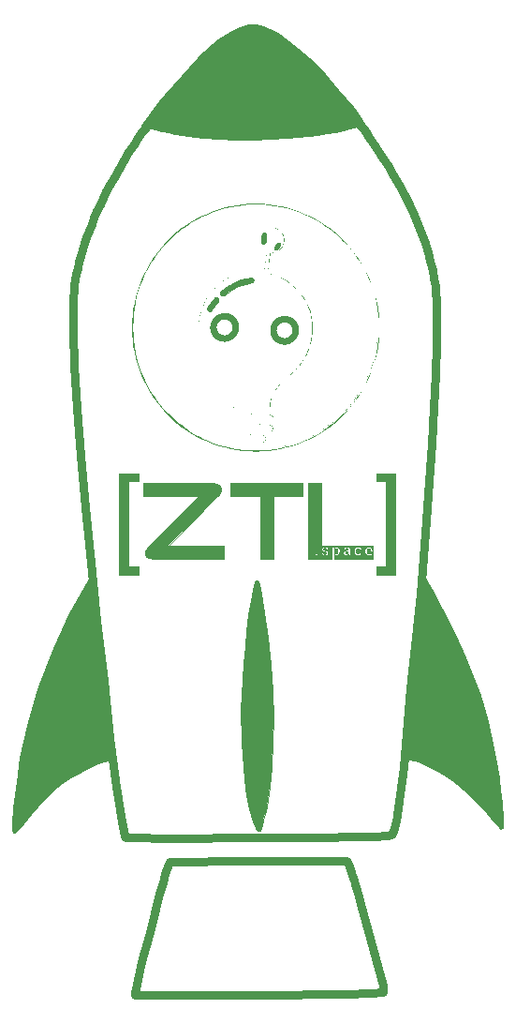
<source format=gto>
%TF.GenerationSoftware,KiCad,Pcbnew,(6.0.2)*%
%TF.CreationDate,2022-06-12T16:08:13+02:00*%
%TF.ProjectId,robo-rocket,726f626f-2d72-46f6-936b-65742e6b6963,rev?*%
%TF.SameCoordinates,Original*%
%TF.FileFunction,Legend,Top*%
%TF.FilePolarity,Positive*%
%FSLAX46Y46*%
G04 Gerber Fmt 4.6, Leading zero omitted, Abs format (unit mm)*
G04 Created by KiCad (PCBNEW (6.0.2)) date 2022-06-12 16:08:13*
%MOMM*%
%LPD*%
G01*
G04 APERTURE LIST*
%ADD10C,0.095249*%
%ADD11C,0.093909*%
%ADD12C,0.263776*%
%ADD13C,0.008000*%
%ADD14C,0.010000*%
%ADD15C,0.800000*%
%ADD16C,0.150000*%
%ADD17C,0.126504*%
%ADD18C,0.109560*%
G04 APERTURE END LIST*
D10*
X84154071Y-58370715D02*
X84128567Y-58507460D01*
X79767548Y-48531332D02*
X79814089Y-48496806D01*
X79470365Y-48874257D02*
X79499760Y-48825774D01*
D11*
X76899427Y-65072142D02*
X76917911Y-65063887D01*
X79940797Y-67153343D02*
X79953582Y-67167728D01*
D12*
X68686178Y-61164515D02*
X68512256Y-60650501D01*
D10*
X79376855Y-49080514D02*
X79396527Y-49027287D01*
X79557825Y-50182601D02*
X79519033Y-50129038D01*
X81575949Y-48986727D02*
X81598707Y-49042425D01*
X80829452Y-50595391D02*
X80801491Y-50603288D01*
D11*
X80542322Y-66207138D02*
X80556693Y-66220388D01*
D12*
X79077476Y-46298228D02*
X79646755Y-46312623D01*
X69105794Y-52564730D02*
X69350097Y-52087733D01*
D11*
X77554562Y-66920224D02*
X77576146Y-66918835D01*
D12*
X79077476Y-68423419D02*
X79077476Y-68423419D01*
D11*
X80257554Y-66095225D02*
X80257554Y-66095225D01*
X79831690Y-67069566D02*
X79849201Y-67079546D01*
X76918798Y-66679526D02*
X76899047Y-66672606D01*
X80668094Y-66436731D02*
X80669948Y-66455900D01*
D12*
X79077476Y-46298228D02*
X79077476Y-46298228D01*
D11*
X76763501Y-65632626D02*
X76751389Y-65617677D01*
D12*
X88250734Y-63546026D02*
X87942307Y-63979751D01*
X70541058Y-64397662D02*
X70212646Y-63979751D01*
X74281394Y-67332527D02*
X73804397Y-67088224D01*
D10*
X75978556Y-53315750D02*
X76184084Y-53168594D01*
D11*
X80665175Y-66417824D02*
X80668094Y-66436731D01*
X80699616Y-65464035D02*
X80704583Y-65482309D01*
X79987180Y-67213952D02*
X79996709Y-67230300D01*
D12*
X82881160Y-46969503D02*
X83383529Y-47167581D01*
D11*
X77177120Y-67354814D02*
X77174228Y-67335867D01*
X76751389Y-65617677D02*
X76740083Y-65602220D01*
D12*
X68029299Y-56791544D02*
X68072019Y-56229737D01*
D11*
X80688885Y-65689741D02*
X80681258Y-65707057D01*
X80595355Y-66263538D02*
X80606671Y-66278973D01*
D12*
X86114299Y-48824387D02*
X86515700Y-49172089D01*
X74771424Y-47167581D02*
X75273793Y-46969503D01*
D10*
X80388005Y-64452201D02*
X80376295Y-64651387D01*
D13*
X86358219Y-77317428D02*
X86366978Y-77318165D01*
X86366978Y-77318165D02*
X86375489Y-77319387D01*
X86375489Y-77319387D02*
X86383750Y-77321087D01*
X86383750Y-77321087D02*
X86391763Y-77323258D01*
X86391763Y-77323258D02*
X86399528Y-77325894D01*
X86399528Y-77325894D02*
X86407044Y-77328989D01*
X86407044Y-77328989D02*
X86414311Y-77332537D01*
X86414311Y-77332537D02*
X86421331Y-77336531D01*
X86421331Y-77336531D02*
X86428102Y-77340965D01*
X86428102Y-77340965D02*
X86434624Y-77345833D01*
X86434624Y-77345833D02*
X86440899Y-77351128D01*
X86440899Y-77351128D02*
X86446926Y-77356844D01*
X86446926Y-77356844D02*
X86452704Y-77362976D01*
X86452704Y-77362976D02*
X86458235Y-77369516D01*
X86458235Y-77369516D02*
X86463518Y-77376458D01*
X86463518Y-77376458D02*
X86468130Y-77384200D01*
X86468130Y-77384200D02*
X86472445Y-77392338D01*
X86472445Y-77392338D02*
X86476464Y-77400872D01*
X86476464Y-77400872D02*
X86480184Y-77409802D01*
X86480184Y-77409802D02*
X86483608Y-77419129D01*
X86483608Y-77419129D02*
X86486734Y-77428853D01*
X86486734Y-77428853D02*
X86489563Y-77438973D01*
X86489563Y-77438973D02*
X86492095Y-77449489D01*
X86492095Y-77449489D02*
X86494329Y-77460403D01*
X86494329Y-77460403D02*
X86496265Y-77471713D01*
X86496265Y-77471713D02*
X86497903Y-77483421D01*
X86497903Y-77483421D02*
X86499244Y-77495525D01*
X86499244Y-77495525D02*
X86500287Y-77508027D01*
X86500287Y-77508027D02*
X86501032Y-77520927D01*
X86501032Y-77520927D02*
X86501479Y-77534223D01*
X86501479Y-77534223D02*
X86501628Y-77547918D01*
X86501628Y-77547918D02*
X86501480Y-77562966D01*
X86501480Y-77562966D02*
X86501034Y-77577554D01*
X86501034Y-77577554D02*
X86500291Y-77591681D01*
X86500291Y-77591681D02*
X86499251Y-77605346D01*
X86499251Y-77605346D02*
X86497915Y-77618548D01*
X86497915Y-77618548D02*
X86496284Y-77631285D01*
X86496284Y-77631285D02*
X86494357Y-77643556D01*
X86494357Y-77643556D02*
X86492135Y-77655360D01*
X86492135Y-77655360D02*
X86489619Y-77666697D01*
X86489619Y-77666697D02*
X86486808Y-77677563D01*
X86486808Y-77677563D02*
X86483703Y-77687960D01*
X86483703Y-77687960D02*
X86480305Y-77697885D01*
X86480305Y-77697885D02*
X86476614Y-77707337D01*
X86476614Y-77707337D02*
X86472631Y-77716315D01*
X86472631Y-77716315D02*
X86468355Y-77724818D01*
X86468355Y-77724818D02*
X86463787Y-77732845D01*
X86463787Y-77732845D02*
X86458927Y-77740394D01*
X86458927Y-77740394D02*
X86453776Y-77747465D01*
X86453776Y-77747465D02*
X86448335Y-77754056D01*
X86448335Y-77754056D02*
X86442603Y-77760166D01*
X86442603Y-77760166D02*
X86436581Y-77765794D01*
X86436581Y-77765794D02*
X86430270Y-77770939D01*
X86430270Y-77770939D02*
X86423669Y-77775599D01*
X86423669Y-77775599D02*
X86416780Y-77779774D01*
X86416780Y-77779774D02*
X86409602Y-77783462D01*
X86409602Y-77783462D02*
X86402136Y-77786662D01*
X86402136Y-77786662D02*
X86394382Y-77789372D01*
X86394382Y-77789372D02*
X86386341Y-77791593D01*
X86386341Y-77791593D02*
X86378013Y-77793322D01*
X86378013Y-77793322D02*
X86369398Y-77794559D01*
X86369398Y-77794559D02*
X86360497Y-77795302D01*
X86360497Y-77795302D02*
X86351311Y-77795549D01*
X86351311Y-77795549D02*
X86345032Y-77795469D01*
X86345032Y-77795469D02*
X86338889Y-77795228D01*
X86338889Y-77795228D02*
X86332880Y-77794827D01*
X86332880Y-77794827D02*
X86327005Y-77794268D01*
X86327005Y-77794268D02*
X86321263Y-77793550D01*
X86321263Y-77793550D02*
X86315653Y-77792675D01*
X86315653Y-77792675D02*
X86310176Y-77791644D01*
X86310176Y-77791644D02*
X86304829Y-77790456D01*
X86304829Y-77790456D02*
X86299612Y-77789114D01*
X86299612Y-77789114D02*
X86294524Y-77787617D01*
X86294524Y-77787617D02*
X86289565Y-77785967D01*
X86289565Y-77785967D02*
X86284733Y-77784164D01*
X86284733Y-77784164D02*
X86280029Y-77782210D01*
X86280029Y-77782210D02*
X86275451Y-77780104D01*
X86275451Y-77780104D02*
X86270998Y-77777847D01*
X86270998Y-77777847D02*
X86266670Y-77775441D01*
X86266670Y-77775441D02*
X86262467Y-77772887D01*
X86262467Y-77772887D02*
X86258386Y-77770184D01*
X86258386Y-77770184D02*
X86254427Y-77767334D01*
X86254427Y-77767334D02*
X86250591Y-77764337D01*
X86250591Y-77764337D02*
X86246875Y-77761194D01*
X86246875Y-77761194D02*
X86243279Y-77757907D01*
X86243279Y-77757907D02*
X86239803Y-77754475D01*
X86239803Y-77754475D02*
X86236446Y-77750900D01*
X86236446Y-77750900D02*
X86233206Y-77747183D01*
X86233206Y-77747183D02*
X86230083Y-77743323D01*
X86230083Y-77743323D02*
X86227076Y-77739322D01*
X86227076Y-77739322D02*
X86224186Y-77735181D01*
X86224186Y-77735181D02*
X86221409Y-77730901D01*
X86221409Y-77730901D02*
X86218747Y-77726481D01*
X86218747Y-77726481D02*
X86216199Y-77721924D01*
X86216199Y-77721924D02*
X86213762Y-77717229D01*
X86213762Y-77717229D02*
X86213762Y-77393377D01*
X86213762Y-77393377D02*
X86218397Y-77384148D01*
X86218397Y-77384148D02*
X86223572Y-77375516D01*
X86223572Y-77375516D02*
X86229280Y-77367479D01*
X86229280Y-77367479D02*
X86235517Y-77360037D01*
X86235517Y-77360037D02*
X86242274Y-77353191D01*
X86242274Y-77353191D02*
X86249547Y-77346941D01*
X86249547Y-77346941D02*
X86257328Y-77341286D01*
X86257328Y-77341286D02*
X86265612Y-77336226D01*
X86265612Y-77336226D02*
X86274391Y-77331762D01*
X86274391Y-77331762D02*
X86283661Y-77327893D01*
X86283661Y-77327893D02*
X86293414Y-77324620D01*
X86293414Y-77324620D02*
X86303644Y-77321941D01*
X86303644Y-77321941D02*
X86314345Y-77319858D01*
X86314345Y-77319858D02*
X86325511Y-77318371D01*
X86325511Y-77318371D02*
X86337135Y-77317478D01*
X86337135Y-77317478D02*
X86349211Y-77317180D01*
X86349211Y-77317180D02*
X86358219Y-77317428D01*
G36*
X86358219Y-77317428D02*
G01*
X86366978Y-77318165D01*
X86375489Y-77319387D01*
X86383750Y-77321087D01*
X86391763Y-77323258D01*
X86399528Y-77325894D01*
X86407044Y-77328989D01*
X86414311Y-77332537D01*
X86421331Y-77336531D01*
X86428102Y-77340965D01*
X86434624Y-77345833D01*
X86440899Y-77351128D01*
X86446926Y-77356844D01*
X86452704Y-77362976D01*
X86458235Y-77369516D01*
X86463518Y-77376458D01*
X86468130Y-77384200D01*
X86472445Y-77392338D01*
X86476464Y-77400872D01*
X86480184Y-77409802D01*
X86483608Y-77419129D01*
X86486734Y-77428853D01*
X86489563Y-77438973D01*
X86492095Y-77449489D01*
X86494329Y-77460403D01*
X86496265Y-77471713D01*
X86497903Y-77483421D01*
X86499244Y-77495525D01*
X86500287Y-77508027D01*
X86501032Y-77520927D01*
X86501479Y-77534223D01*
X86501628Y-77547918D01*
X86501480Y-77562966D01*
X86501034Y-77577554D01*
X86500291Y-77591681D01*
X86499251Y-77605346D01*
X86497915Y-77618548D01*
X86496284Y-77631285D01*
X86494357Y-77643556D01*
X86492135Y-77655360D01*
X86489619Y-77666697D01*
X86486808Y-77677563D01*
X86483703Y-77687960D01*
X86480305Y-77697885D01*
X86476614Y-77707337D01*
X86472631Y-77716315D01*
X86468355Y-77724818D01*
X86463787Y-77732845D01*
X86458927Y-77740394D01*
X86453776Y-77747465D01*
X86448335Y-77754056D01*
X86442603Y-77760166D01*
X86436581Y-77765794D01*
X86430270Y-77770939D01*
X86423669Y-77775599D01*
X86416780Y-77779774D01*
X86409602Y-77783462D01*
X86402136Y-77786662D01*
X86394382Y-77789372D01*
X86386341Y-77791593D01*
X86378013Y-77793322D01*
X86369398Y-77794559D01*
X86360497Y-77795302D01*
X86351311Y-77795549D01*
X86345032Y-77795469D01*
X86338889Y-77795228D01*
X86332880Y-77794827D01*
X86327005Y-77794268D01*
X86321263Y-77793550D01*
X86315653Y-77792675D01*
X86310176Y-77791644D01*
X86304829Y-77790456D01*
X86299612Y-77789114D01*
X86294524Y-77787617D01*
X86289565Y-77785967D01*
X86284733Y-77784164D01*
X86280029Y-77782210D01*
X86275451Y-77780104D01*
X86270998Y-77777847D01*
X86266670Y-77775441D01*
X86262467Y-77772887D01*
X86258386Y-77770184D01*
X86254427Y-77767334D01*
X86250591Y-77764337D01*
X86246875Y-77761194D01*
X86243279Y-77757907D01*
X86239803Y-77754475D01*
X86236446Y-77750900D01*
X86233206Y-77747183D01*
X86230083Y-77743323D01*
X86227076Y-77739322D01*
X86224186Y-77735181D01*
X86221409Y-77730901D01*
X86218747Y-77726481D01*
X86216199Y-77721924D01*
X86213762Y-77717229D01*
X86213762Y-77393377D01*
X86218397Y-77384148D01*
X86223572Y-77375516D01*
X86229280Y-77367479D01*
X86235517Y-77360037D01*
X86242274Y-77353191D01*
X86249547Y-77346941D01*
X86257328Y-77341286D01*
X86265612Y-77336226D01*
X86274391Y-77331762D01*
X86283661Y-77327893D01*
X86293414Y-77324620D01*
X86303644Y-77321941D01*
X86314345Y-77319858D01*
X86325511Y-77318371D01*
X86337135Y-77317478D01*
X86349211Y-77317180D01*
X86358219Y-77317428D01*
G37*
X86358219Y-77317428D02*
X86366978Y-77318165D01*
X86375489Y-77319387D01*
X86383750Y-77321087D01*
X86391763Y-77323258D01*
X86399528Y-77325894D01*
X86407044Y-77328989D01*
X86414311Y-77332537D01*
X86421331Y-77336531D01*
X86428102Y-77340965D01*
X86434624Y-77345833D01*
X86440899Y-77351128D01*
X86446926Y-77356844D01*
X86452704Y-77362976D01*
X86458235Y-77369516D01*
X86463518Y-77376458D01*
X86468130Y-77384200D01*
X86472445Y-77392338D01*
X86476464Y-77400872D01*
X86480184Y-77409802D01*
X86483608Y-77419129D01*
X86486734Y-77428853D01*
X86489563Y-77438973D01*
X86492095Y-77449489D01*
X86494329Y-77460403D01*
X86496265Y-77471713D01*
X86497903Y-77483421D01*
X86499244Y-77495525D01*
X86500287Y-77508027D01*
X86501032Y-77520927D01*
X86501479Y-77534223D01*
X86501628Y-77547918D01*
X86501480Y-77562966D01*
X86501034Y-77577554D01*
X86500291Y-77591681D01*
X86499251Y-77605346D01*
X86497915Y-77618548D01*
X86496284Y-77631285D01*
X86494357Y-77643556D01*
X86492135Y-77655360D01*
X86489619Y-77666697D01*
X86486808Y-77677563D01*
X86483703Y-77687960D01*
X86480305Y-77697885D01*
X86476614Y-77707337D01*
X86472631Y-77716315D01*
X86468355Y-77724818D01*
X86463787Y-77732845D01*
X86458927Y-77740394D01*
X86453776Y-77747465D01*
X86448335Y-77754056D01*
X86442603Y-77760166D01*
X86436581Y-77765794D01*
X86430270Y-77770939D01*
X86423669Y-77775599D01*
X86416780Y-77779774D01*
X86409602Y-77783462D01*
X86402136Y-77786662D01*
X86394382Y-77789372D01*
X86386341Y-77791593D01*
X86378013Y-77793322D01*
X86369398Y-77794559D01*
X86360497Y-77795302D01*
X86351311Y-77795549D01*
X86345032Y-77795469D01*
X86338889Y-77795228D01*
X86332880Y-77794827D01*
X86327005Y-77794268D01*
X86321263Y-77793550D01*
X86315653Y-77792675D01*
X86310176Y-77791644D01*
X86304829Y-77790456D01*
X86299612Y-77789114D01*
X86294524Y-77787617D01*
X86289565Y-77785967D01*
X86284733Y-77784164D01*
X86280029Y-77782210D01*
X86275451Y-77780104D01*
X86270998Y-77777847D01*
X86266670Y-77775441D01*
X86262467Y-77772887D01*
X86258386Y-77770184D01*
X86254427Y-77767334D01*
X86250591Y-77764337D01*
X86246875Y-77761194D01*
X86243279Y-77757907D01*
X86239803Y-77754475D01*
X86236446Y-77750900D01*
X86233206Y-77747183D01*
X86230083Y-77743323D01*
X86227076Y-77739322D01*
X86224186Y-77735181D01*
X86221409Y-77730901D01*
X86218747Y-77726481D01*
X86216199Y-77721924D01*
X86213762Y-77717229D01*
X86213762Y-77393377D01*
X86218397Y-77384148D01*
X86223572Y-77375516D01*
X86229280Y-77367479D01*
X86235517Y-77360037D01*
X86242274Y-77353191D01*
X86249547Y-77346941D01*
X86257328Y-77341286D01*
X86265612Y-77336226D01*
X86274391Y-77331762D01*
X86283661Y-77327893D01*
X86293414Y-77324620D01*
X86303644Y-77321941D01*
X86314345Y-77319858D01*
X86325511Y-77318371D01*
X86337135Y-77317478D01*
X86349211Y-77317180D01*
X86358219Y-77317428D01*
D11*
X80546272Y-66744013D02*
X80531382Y-66756501D01*
D10*
X79328328Y-49649839D02*
X79320337Y-49591271D01*
D11*
X77299733Y-67566328D02*
X77285382Y-67553006D01*
X77342764Y-66992634D02*
X77359553Y-66982141D01*
D14*
X75551237Y-54656206D02*
X75562291Y-54657216D01*
X75562291Y-54657216D02*
X75573304Y-54658760D01*
X75573304Y-54658760D02*
X75584256Y-54660841D01*
X75584256Y-54660841D02*
X75595126Y-54663460D01*
X75595126Y-54663460D02*
X75605894Y-54666618D01*
X75605894Y-54666618D02*
X75616540Y-54670318D01*
X75616540Y-54670318D02*
X75627043Y-54674561D01*
X75627043Y-54674561D02*
X75637383Y-54679348D01*
X75637383Y-54679348D02*
X75647539Y-54684682D01*
X75647539Y-54684682D02*
X75657492Y-54690564D01*
X75657492Y-54690564D02*
X75667220Y-54696996D01*
X75667220Y-54696996D02*
X75676703Y-54703979D01*
X75676703Y-54703979D02*
X75685922Y-54711516D01*
X75685922Y-54711516D02*
X75694731Y-54719472D01*
X75694731Y-54719472D02*
X75703037Y-54727776D01*
X75703037Y-54727776D02*
X75710838Y-54736405D01*
X75710838Y-54736405D02*
X75718132Y-54745340D01*
X75718132Y-54745340D02*
X75724919Y-54754560D01*
X75724919Y-54754560D02*
X75731196Y-54764044D01*
X75731196Y-54764044D02*
X75736962Y-54773773D01*
X75736962Y-54773773D02*
X75742215Y-54783726D01*
X75742215Y-54783726D02*
X75746955Y-54793882D01*
X75746955Y-54793882D02*
X75751179Y-54804222D01*
X75751179Y-54804222D02*
X75754887Y-54814724D01*
X75754887Y-54814724D02*
X75758077Y-54825368D01*
X75758077Y-54825368D02*
X75760746Y-54836134D01*
X75760746Y-54836134D02*
X75762895Y-54847002D01*
X75762895Y-54847002D02*
X75764520Y-54857950D01*
X75764520Y-54857950D02*
X75765622Y-54868959D01*
X75765622Y-54868959D02*
X75766198Y-54880008D01*
X75766198Y-54880008D02*
X75766247Y-54891077D01*
X75766247Y-54891077D02*
X75765768Y-54902145D01*
X75765768Y-54902145D02*
X75764758Y-54913192D01*
X75764758Y-54913192D02*
X75763217Y-54924198D01*
X75763217Y-54924198D02*
X75761143Y-54935141D01*
X75761143Y-54935141D02*
X75758535Y-54946002D01*
X75758535Y-54946002D02*
X75755390Y-54956760D01*
X75755390Y-54956760D02*
X75751709Y-54967395D01*
X75751709Y-54967395D02*
X75747488Y-54977887D01*
X75747488Y-54977887D02*
X75742728Y-54988214D01*
X75742728Y-54988214D02*
X75737425Y-54998357D01*
X75737425Y-54998357D02*
X75731579Y-55008295D01*
X75731579Y-55008295D02*
X75725189Y-55018007D01*
X75725189Y-55018007D02*
X75718253Y-55027474D01*
X75718253Y-55027474D02*
X75710768Y-55036675D01*
X75710768Y-55036675D02*
X75636735Y-55124863D01*
X75636735Y-55124863D02*
X75564204Y-55215188D01*
X75564204Y-55215188D02*
X75493245Y-55307549D01*
X75493245Y-55307549D02*
X75423930Y-55401845D01*
X75423930Y-55401845D02*
X75356330Y-55497975D01*
X75356330Y-55497975D02*
X75290516Y-55595838D01*
X75290516Y-55595838D02*
X75226559Y-55695334D01*
X75226559Y-55695334D02*
X75164530Y-55796361D01*
X75164530Y-55796361D02*
X75155671Y-55810074D01*
X75155671Y-55810074D02*
X75146004Y-55822956D01*
X75146004Y-55822956D02*
X75135581Y-55834993D01*
X75135581Y-55834993D02*
X75124457Y-55846171D01*
X75124457Y-55846171D02*
X75112686Y-55856475D01*
X75112686Y-55856475D02*
X75100320Y-55865892D01*
X75100320Y-55865892D02*
X75087414Y-55874407D01*
X75087414Y-55874407D02*
X75074021Y-55882005D01*
X75074021Y-55882005D02*
X75060194Y-55888672D01*
X75060194Y-55888672D02*
X75045988Y-55894394D01*
X75045988Y-55894394D02*
X75031456Y-55899156D01*
X75031456Y-55899156D02*
X75016651Y-55902944D01*
X75016651Y-55902944D02*
X75001627Y-55905745D01*
X75001627Y-55905745D02*
X74986438Y-55907543D01*
X74986438Y-55907543D02*
X74971137Y-55908324D01*
X74971137Y-55908324D02*
X74955778Y-55908074D01*
X74955778Y-55908074D02*
X74948913Y-55907642D01*
X74948913Y-55907642D02*
X74942039Y-55907007D01*
X74942039Y-55907007D02*
X74935163Y-55906165D01*
X74935163Y-55906165D02*
X74928290Y-55905114D01*
X74928290Y-55905114D02*
X74921427Y-55903853D01*
X74921427Y-55903853D02*
X74914578Y-55902378D01*
X74914578Y-55902378D02*
X74907750Y-55900688D01*
X74907750Y-55900688D02*
X74900949Y-55898780D01*
X74900949Y-55898780D02*
X74894179Y-55896652D01*
X74894179Y-55896652D02*
X74887448Y-55894302D01*
X74887448Y-55894302D02*
X74880760Y-55891727D01*
X74880760Y-55891727D02*
X74874121Y-55888925D01*
X74874121Y-55888925D02*
X74867538Y-55885894D01*
X74867538Y-55885894D02*
X74861015Y-55882631D01*
X74861015Y-55882631D02*
X74854558Y-55879134D01*
X74854558Y-55879134D02*
X74848174Y-55875402D01*
X74848174Y-55875402D02*
X74838174Y-55869055D01*
X74838174Y-55869055D02*
X74828610Y-55862282D01*
X74828610Y-55862282D02*
X74819487Y-55855101D01*
X74819487Y-55855101D02*
X74810810Y-55847533D01*
X74810810Y-55847533D02*
X74802584Y-55839597D01*
X74802584Y-55839597D02*
X74794814Y-55831314D01*
X74794814Y-55831314D02*
X74787505Y-55822704D01*
X74787505Y-55822704D02*
X74780662Y-55813786D01*
X74780662Y-55813786D02*
X74774289Y-55804580D01*
X74774289Y-55804580D02*
X74768393Y-55795106D01*
X74768393Y-55795106D02*
X74762977Y-55785385D01*
X74762977Y-55785385D02*
X74758047Y-55775435D01*
X74758047Y-55775435D02*
X74753608Y-55765277D01*
X74753608Y-55765277D02*
X74749664Y-55754931D01*
X74749664Y-55754931D02*
X74746221Y-55744417D01*
X74746221Y-55744417D02*
X74743284Y-55733755D01*
X74743284Y-55733755D02*
X74740858Y-55722964D01*
X74740858Y-55722964D02*
X74738947Y-55712065D01*
X74738947Y-55712065D02*
X74737558Y-55701077D01*
X74737558Y-55701077D02*
X74736693Y-55690021D01*
X74736693Y-55690021D02*
X74736360Y-55678916D01*
X74736360Y-55678916D02*
X74736561Y-55667782D01*
X74736561Y-55667782D02*
X74737304Y-55656639D01*
X74737304Y-55656639D02*
X74738592Y-55645507D01*
X74738592Y-55645507D02*
X74740431Y-55634407D01*
X74740431Y-55634407D02*
X74742825Y-55623357D01*
X74742825Y-55623357D02*
X74745779Y-55612378D01*
X74745779Y-55612378D02*
X74749299Y-55601489D01*
X74749299Y-55601489D02*
X74753390Y-55590711D01*
X74753390Y-55590711D02*
X74758056Y-55580064D01*
X74758056Y-55580064D02*
X74763302Y-55569567D01*
X74763302Y-55569567D02*
X74769134Y-55559240D01*
X74769134Y-55559240D02*
X74836234Y-55449857D01*
X74836234Y-55449857D02*
X74905428Y-55342159D01*
X74905428Y-55342159D02*
X74976643Y-55236235D01*
X74976643Y-55236235D02*
X75049810Y-55132175D01*
X75049810Y-55132175D02*
X75124856Y-55030068D01*
X75124856Y-55030068D02*
X75201712Y-54930004D01*
X75201712Y-54930004D02*
X75280305Y-54832073D01*
X75280305Y-54832073D02*
X75360566Y-54736363D01*
X75360566Y-54736363D02*
X75368523Y-54727534D01*
X75368523Y-54727534D02*
X75376826Y-54719208D01*
X75376826Y-54719208D02*
X75385455Y-54711387D01*
X75385455Y-54711387D02*
X75394390Y-54704072D01*
X75394390Y-54704072D02*
X75403611Y-54697264D01*
X75403611Y-54697264D02*
X75413096Y-54690965D01*
X75413096Y-54690965D02*
X75422826Y-54685178D01*
X75422826Y-54685178D02*
X75432780Y-54679904D01*
X75432780Y-54679904D02*
X75442938Y-54675143D01*
X75442938Y-54675143D02*
X75453279Y-54670899D01*
X75453279Y-54670899D02*
X75463783Y-54667173D01*
X75463783Y-54667173D02*
X75474430Y-54663967D01*
X75474430Y-54663967D02*
X75485199Y-54661281D01*
X75485199Y-54661281D02*
X75496069Y-54659118D01*
X75496069Y-54659118D02*
X75507022Y-54657480D01*
X75507022Y-54657480D02*
X75518035Y-54656368D01*
X75518035Y-54656368D02*
X75529089Y-54655784D01*
X75529089Y-54655784D02*
X75540163Y-54655730D01*
X75540163Y-54655730D02*
X75551237Y-54656206D01*
G36*
X75551237Y-54656206D02*
G01*
X75562291Y-54657216D01*
X75573304Y-54658760D01*
X75584256Y-54660841D01*
X75595126Y-54663460D01*
X75605894Y-54666618D01*
X75616540Y-54670318D01*
X75627043Y-54674561D01*
X75637383Y-54679348D01*
X75647539Y-54684682D01*
X75657492Y-54690564D01*
X75667220Y-54696996D01*
X75676703Y-54703979D01*
X75685922Y-54711516D01*
X75694731Y-54719472D01*
X75703037Y-54727776D01*
X75710838Y-54736405D01*
X75718132Y-54745340D01*
X75724919Y-54754560D01*
X75731196Y-54764044D01*
X75736962Y-54773773D01*
X75742215Y-54783726D01*
X75746955Y-54793882D01*
X75751179Y-54804222D01*
X75754887Y-54814724D01*
X75758077Y-54825368D01*
X75760746Y-54836134D01*
X75762895Y-54847002D01*
X75764520Y-54857950D01*
X75765622Y-54868959D01*
X75766198Y-54880008D01*
X75766247Y-54891077D01*
X75765768Y-54902145D01*
X75764758Y-54913192D01*
X75763217Y-54924198D01*
X75761143Y-54935141D01*
X75758535Y-54946002D01*
X75755390Y-54956760D01*
X75751709Y-54967395D01*
X75747488Y-54977887D01*
X75742728Y-54988214D01*
X75737425Y-54998357D01*
X75731579Y-55008295D01*
X75725189Y-55018007D01*
X75718253Y-55027474D01*
X75710768Y-55036675D01*
X75636735Y-55124863D01*
X75564204Y-55215188D01*
X75493245Y-55307549D01*
X75423930Y-55401845D01*
X75356330Y-55497975D01*
X75290516Y-55595838D01*
X75226559Y-55695334D01*
X75164530Y-55796361D01*
X75155671Y-55810074D01*
X75146004Y-55822956D01*
X75135581Y-55834993D01*
X75124457Y-55846171D01*
X75112686Y-55856475D01*
X75100320Y-55865892D01*
X75087414Y-55874407D01*
X75074021Y-55882005D01*
X75060194Y-55888672D01*
X75045988Y-55894394D01*
X75031456Y-55899156D01*
X75016651Y-55902944D01*
X75001627Y-55905745D01*
X74986438Y-55907543D01*
X74971137Y-55908324D01*
X74955778Y-55908074D01*
X74948913Y-55907642D01*
X74942039Y-55907007D01*
X74935163Y-55906165D01*
X74928290Y-55905114D01*
X74921427Y-55903853D01*
X74914578Y-55902378D01*
X74907750Y-55900688D01*
X74900949Y-55898780D01*
X74894179Y-55896652D01*
X74887448Y-55894302D01*
X74880760Y-55891727D01*
X74874121Y-55888925D01*
X74867538Y-55885894D01*
X74861015Y-55882631D01*
X74854558Y-55879134D01*
X74848174Y-55875402D01*
X74838174Y-55869055D01*
X74828610Y-55862282D01*
X74819487Y-55855101D01*
X74810810Y-55847533D01*
X74802584Y-55839597D01*
X74794814Y-55831314D01*
X74787505Y-55822704D01*
X74780662Y-55813786D01*
X74774289Y-55804580D01*
X74768393Y-55795106D01*
X74762977Y-55785385D01*
X74758047Y-55775435D01*
X74753608Y-55765277D01*
X74749664Y-55754931D01*
X74746221Y-55744417D01*
X74743284Y-55733755D01*
X74740858Y-55722964D01*
X74738947Y-55712065D01*
X74737558Y-55701077D01*
X74736693Y-55690021D01*
X74736360Y-55678916D01*
X74736561Y-55667782D01*
X74737304Y-55656639D01*
X74738592Y-55645507D01*
X74740431Y-55634407D01*
X74742825Y-55623357D01*
X74745779Y-55612378D01*
X74749299Y-55601489D01*
X74753390Y-55590711D01*
X74758056Y-55580064D01*
X74763302Y-55569567D01*
X74769134Y-55559240D01*
X74836234Y-55449857D01*
X74905428Y-55342159D01*
X74976643Y-55236235D01*
X75049810Y-55132175D01*
X75124856Y-55030068D01*
X75201712Y-54930004D01*
X75280305Y-54832073D01*
X75360566Y-54736363D01*
X75368523Y-54727534D01*
X75376826Y-54719208D01*
X75385455Y-54711387D01*
X75394390Y-54704072D01*
X75403611Y-54697264D01*
X75413096Y-54690965D01*
X75422826Y-54685178D01*
X75432780Y-54679904D01*
X75442938Y-54675143D01*
X75453279Y-54670899D01*
X75463783Y-54667173D01*
X75474430Y-54663967D01*
X75485199Y-54661281D01*
X75496069Y-54659118D01*
X75507022Y-54657480D01*
X75518035Y-54656368D01*
X75529089Y-54655784D01*
X75540163Y-54655730D01*
X75551237Y-54656206D01*
G37*
X75551237Y-54656206D02*
X75562291Y-54657216D01*
X75573304Y-54658760D01*
X75584256Y-54660841D01*
X75595126Y-54663460D01*
X75605894Y-54666618D01*
X75616540Y-54670318D01*
X75627043Y-54674561D01*
X75637383Y-54679348D01*
X75647539Y-54684682D01*
X75657492Y-54690564D01*
X75667220Y-54696996D01*
X75676703Y-54703979D01*
X75685922Y-54711516D01*
X75694731Y-54719472D01*
X75703037Y-54727776D01*
X75710838Y-54736405D01*
X75718132Y-54745340D01*
X75724919Y-54754560D01*
X75731196Y-54764044D01*
X75736962Y-54773773D01*
X75742215Y-54783726D01*
X75746955Y-54793882D01*
X75751179Y-54804222D01*
X75754887Y-54814724D01*
X75758077Y-54825368D01*
X75760746Y-54836134D01*
X75762895Y-54847002D01*
X75764520Y-54857950D01*
X75765622Y-54868959D01*
X75766198Y-54880008D01*
X75766247Y-54891077D01*
X75765768Y-54902145D01*
X75764758Y-54913192D01*
X75763217Y-54924198D01*
X75761143Y-54935141D01*
X75758535Y-54946002D01*
X75755390Y-54956760D01*
X75751709Y-54967395D01*
X75747488Y-54977887D01*
X75742728Y-54988214D01*
X75737425Y-54998357D01*
X75731579Y-55008295D01*
X75725189Y-55018007D01*
X75718253Y-55027474D01*
X75710768Y-55036675D01*
X75636735Y-55124863D01*
X75564204Y-55215188D01*
X75493245Y-55307549D01*
X75423930Y-55401845D01*
X75356330Y-55497975D01*
X75290516Y-55595838D01*
X75226559Y-55695334D01*
X75164530Y-55796361D01*
X75155671Y-55810074D01*
X75146004Y-55822956D01*
X75135581Y-55834993D01*
X75124457Y-55846171D01*
X75112686Y-55856475D01*
X75100320Y-55865892D01*
X75087414Y-55874407D01*
X75074021Y-55882005D01*
X75060194Y-55888672D01*
X75045988Y-55894394D01*
X75031456Y-55899156D01*
X75016651Y-55902944D01*
X75001627Y-55905745D01*
X74986438Y-55907543D01*
X74971137Y-55908324D01*
X74955778Y-55908074D01*
X74948913Y-55907642D01*
X74942039Y-55907007D01*
X74935163Y-55906165D01*
X74928290Y-55905114D01*
X74921427Y-55903853D01*
X74914578Y-55902378D01*
X74907750Y-55900688D01*
X74900949Y-55898780D01*
X74894179Y-55896652D01*
X74887448Y-55894302D01*
X74880760Y-55891727D01*
X74874121Y-55888925D01*
X74867538Y-55885894D01*
X74861015Y-55882631D01*
X74854558Y-55879134D01*
X74848174Y-55875402D01*
X74838174Y-55869055D01*
X74828610Y-55862282D01*
X74819487Y-55855101D01*
X74810810Y-55847533D01*
X74802584Y-55839597D01*
X74794814Y-55831314D01*
X74787505Y-55822704D01*
X74780662Y-55813786D01*
X74774289Y-55804580D01*
X74768393Y-55795106D01*
X74762977Y-55785385D01*
X74758047Y-55775435D01*
X74753608Y-55765277D01*
X74749664Y-55754931D01*
X74746221Y-55744417D01*
X74743284Y-55733755D01*
X74740858Y-55722964D01*
X74738947Y-55712065D01*
X74737558Y-55701077D01*
X74736693Y-55690021D01*
X74736360Y-55678916D01*
X74736561Y-55667782D01*
X74737304Y-55656639D01*
X74738592Y-55645507D01*
X74740431Y-55634407D01*
X74742825Y-55623357D01*
X74745779Y-55612378D01*
X74749299Y-55601489D01*
X74753390Y-55590711D01*
X74758056Y-55580064D01*
X74763302Y-55569567D01*
X74769134Y-55559240D01*
X74836234Y-55449857D01*
X74905428Y-55342159D01*
X74976643Y-55236235D01*
X75049810Y-55132175D01*
X75124856Y-55030068D01*
X75201712Y-54930004D01*
X75280305Y-54832073D01*
X75360566Y-54736363D01*
X75368523Y-54727534D01*
X75376826Y-54719208D01*
X75385455Y-54711387D01*
X75394390Y-54704072D01*
X75403611Y-54697264D01*
X75413096Y-54690965D01*
X75422826Y-54685178D01*
X75432780Y-54679904D01*
X75442938Y-54675143D01*
X75453279Y-54670899D01*
X75463783Y-54667173D01*
X75474430Y-54663967D01*
X75485199Y-54661281D01*
X75496069Y-54659118D01*
X75507022Y-54657480D01*
X75518035Y-54656368D01*
X75529089Y-54655784D01*
X75540163Y-54655730D01*
X75551237Y-54656206D01*
D11*
X76720156Y-66548865D02*
X76708054Y-66533947D01*
X80531382Y-66756501D02*
X80515825Y-66768345D01*
D10*
X83104634Y-60722469D02*
X83015798Y-60827410D01*
X76973213Y-63347659D02*
X76911797Y-63167476D01*
D11*
X77179778Y-67220189D02*
X77184461Y-67201723D01*
D10*
X83527190Y-54809007D02*
X83650891Y-55023667D01*
X79611407Y-52351577D02*
X79725727Y-52362761D01*
D11*
X77346866Y-67602544D02*
X77330502Y-67591123D01*
D12*
X70541058Y-50323985D02*
X70888760Y-49922584D01*
D11*
X79882400Y-67101595D02*
X79898038Y-67113613D01*
D10*
X73933206Y-57886621D02*
X73924320Y-57746992D01*
X82915026Y-53992756D02*
X82915026Y-53992756D01*
D11*
X80330778Y-65935665D02*
X80309149Y-65937065D01*
D10*
X83935554Y-59203297D02*
X83859670Y-59407731D01*
X80248926Y-48307067D02*
X80307481Y-48296065D01*
X81831205Y-53078433D02*
X81996924Y-53187110D01*
X79601618Y-48689210D02*
X79639970Y-48646961D01*
D12*
X79646755Y-46312623D02*
X80208560Y-46355343D01*
D10*
X79313254Y-49474574D02*
X79314065Y-49416631D01*
D12*
X87942307Y-63979751D02*
X87613894Y-64397662D01*
D11*
X77002236Y-66698640D02*
X76980763Y-66695197D01*
X76953216Y-65955652D02*
X76973939Y-65951535D01*
D10*
X84238178Y-57405434D02*
X84231593Y-57667289D01*
D12*
X90012582Y-59045548D02*
X89915296Y-59590323D01*
D11*
X76886289Y-65730960D02*
X76868663Y-65720968D01*
D12*
X81842185Y-68075139D02*
X81306970Y-68198667D01*
D11*
X80617159Y-66294893D02*
X80626792Y-66311273D01*
D12*
X84350555Y-67088224D02*
X83873559Y-67332527D01*
D10*
X81550650Y-48932766D02*
X81575949Y-48986727D01*
D11*
X76641099Y-66245865D02*
X76645756Y-66227319D01*
D12*
X89642696Y-60650501D02*
X89468774Y-61164515D01*
D10*
X74128686Y-55926803D02*
X74204067Y-55692608D01*
D12*
X75273793Y-46969503D02*
X75787805Y-46795580D01*
X80762197Y-46425694D02*
X81306970Y-46522981D01*
D10*
X84005031Y-58992966D02*
X83935554Y-59203297D01*
D11*
X80641831Y-65771648D02*
X80629886Y-65786515D01*
D10*
X76432399Y-62315717D02*
X76301953Y-62155308D01*
D11*
X76740083Y-65602220D02*
X76729608Y-65586280D01*
D12*
X68029299Y-57930103D02*
X68014905Y-57360824D01*
D11*
X77376921Y-66972361D02*
X77394839Y-66963318D01*
X80711457Y-65519747D02*
X80713312Y-65538861D01*
D12*
X86515700Y-49172089D02*
X86899896Y-49538387D01*
D10*
X80072344Y-50565607D02*
X80012610Y-50540864D01*
D11*
X76660143Y-66452336D02*
X76653263Y-66434788D01*
X80650300Y-66362924D02*
X80656252Y-66380896D01*
X76962264Y-65763358D02*
X76942501Y-65756444D01*
D10*
X73923163Y-57178866D02*
X73923163Y-57178866D01*
D11*
X77174228Y-67335867D02*
X77172403Y-67316664D01*
X76942501Y-65756444D02*
X76923233Y-65748723D01*
D12*
X86899896Y-65183260D02*
X86515700Y-65549557D01*
D11*
X80554875Y-65265714D02*
X80570617Y-65277730D01*
D10*
X81661173Y-49275277D02*
X81669164Y-49333845D01*
X73941357Y-56917612D02*
X73971025Y-56661788D01*
X77053447Y-64904435D02*
X77053447Y-64904435D01*
D11*
X77172403Y-67316664D02*
X77171669Y-67297230D01*
X80672712Y-65723928D02*
X80663273Y-65740332D01*
D12*
X79646755Y-68409025D02*
X79077476Y-68423419D01*
D11*
X80423631Y-66132807D02*
X80442343Y-66141280D01*
D10*
X84231593Y-57667289D02*
X84231593Y-57667289D01*
D11*
X80265820Y-66853289D02*
X80243906Y-66853713D01*
D12*
X73804397Y-67088224D02*
X73341130Y-66821850D01*
D11*
X80005362Y-67247075D02*
X80013112Y-67264254D01*
X80404403Y-66125115D02*
X80423631Y-66132807D01*
D10*
X77061698Y-63717730D02*
X77023175Y-63531083D01*
D12*
X70888760Y-64799063D02*
X70541058Y-64397662D01*
X69350097Y-62633914D02*
X69105794Y-62156917D01*
X76312767Y-46646508D02*
X76847982Y-46522981D01*
D11*
X80364504Y-66112175D02*
X80384685Y-66118230D01*
X77198821Y-67427531D02*
X77191929Y-67409862D01*
X80472272Y-65900830D02*
X80453318Y-65908332D01*
X80323026Y-65179960D02*
X80344802Y-65182433D01*
D10*
X80385875Y-65062392D02*
X77053447Y-64904435D01*
X84231593Y-57667289D02*
X84222972Y-57810466D01*
D11*
X80007547Y-67543179D02*
X79999093Y-67560140D01*
X76665650Y-66174075D02*
X76674163Y-66157199D01*
D10*
X81675436Y-49508486D02*
X81671786Y-49566035D01*
D15*
X88244411Y-38917252D02*
X88266623Y-38920614D01*
X88266623Y-38920614D02*
X88288894Y-38925518D01*
X88288894Y-38925518D02*
X88311290Y-38932019D01*
X88311290Y-38932019D02*
X88333872Y-38940169D01*
X88333872Y-38940169D02*
X88356705Y-38950020D01*
X88356705Y-38950020D02*
X88379853Y-38961627D01*
X88379853Y-38961627D02*
X88403379Y-38975041D01*
X88403379Y-38975041D02*
X88427347Y-38990317D01*
X88427347Y-38990317D02*
X88451821Y-39007506D01*
X88451821Y-39007506D02*
X88476864Y-39026663D01*
X88476864Y-39026663D02*
X88502539Y-39047840D01*
X88502539Y-39047840D02*
X88528912Y-39071090D01*
X88528912Y-39071090D02*
X88556044Y-39096466D01*
X88556044Y-39096466D02*
X88584001Y-39124021D01*
X88584001Y-39124021D02*
X88642640Y-39185881D01*
X88642640Y-39185881D02*
X88705338Y-39257094D01*
X88705338Y-39257094D02*
X88772606Y-39338084D01*
X88772606Y-39338084D02*
X88844951Y-39429275D01*
X88844951Y-39429275D02*
X88922884Y-39531092D01*
X88922884Y-39531092D02*
X89006914Y-39643959D01*
X89006914Y-39643959D02*
X89097550Y-39768300D01*
X89097550Y-39768300D02*
X89195302Y-39904539D01*
X89195302Y-39904539D02*
X89300678Y-40053100D01*
X89300678Y-40053100D02*
X89911423Y-40939825D01*
X89911423Y-40939825D02*
X90495683Y-41832150D01*
X90495683Y-41832150D02*
X91052482Y-42727875D01*
X91052482Y-42727875D02*
X91580846Y-43624803D01*
X91580846Y-43624803D02*
X92079800Y-44520737D01*
X92079800Y-44520737D02*
X92548368Y-45413477D01*
X92548368Y-45413477D02*
X92985576Y-46300827D01*
X92985576Y-46300827D02*
X93390449Y-47180588D01*
X93390449Y-47180588D02*
X93762012Y-48050562D01*
X93762012Y-48050562D02*
X94099289Y-48908552D01*
X94099289Y-48908552D02*
X94401307Y-49752358D01*
X94401307Y-49752358D02*
X94667089Y-50579785D01*
X94667089Y-50579785D02*
X94895662Y-51388632D01*
X94895662Y-51388632D02*
X95086049Y-52176703D01*
X95086049Y-52176703D02*
X95237277Y-52941800D01*
X95237277Y-52941800D02*
X95348369Y-53681724D01*
X95348369Y-53681724D02*
X95395686Y-54200566D01*
X95395686Y-54200566D02*
X95428223Y-54872059D01*
X95428223Y-54872059D02*
X95450448Y-56633933D01*
X95450448Y-56633933D02*
X95418027Y-58889220D01*
X95418027Y-58889220D02*
X95333944Y-61559792D01*
X95333944Y-61559792D02*
X95201183Y-64567520D01*
X95201183Y-64567520D02*
X95022728Y-67834278D01*
X95022728Y-67834278D02*
X94801561Y-71281937D01*
X94801561Y-71281937D02*
X94540668Y-74832370D01*
X94540668Y-74832370D02*
X94010000Y-81420000D01*
X94010000Y-81420000D02*
X93113656Y-89959077D01*
X93113656Y-89959077D02*
X92500000Y-97090000D01*
X92500000Y-97090000D02*
X91781658Y-102016757D01*
X91781658Y-102016757D02*
X91748676Y-102189517D01*
X91748676Y-102189517D02*
X91709076Y-102360958D01*
X91709076Y-102360958D02*
X91664355Y-102526594D01*
X91664355Y-102526594D02*
X91616009Y-102681942D01*
X91616009Y-102681942D02*
X91565535Y-102822516D01*
X91565535Y-102822516D02*
X91539968Y-102885861D01*
X91539968Y-102885861D02*
X91514429Y-102943830D01*
X91514429Y-102943830D02*
X91489107Y-102995864D01*
X91489107Y-102995864D02*
X91464188Y-103041401D01*
X91464188Y-103041401D02*
X91439860Y-103079881D01*
X91439860Y-103079881D02*
X91416309Y-103110743D01*
X91416309Y-103110743D02*
X91393705Y-103131340D01*
X91393705Y-103131340D02*
X91361330Y-103150926D01*
X91361330Y-103150926D02*
X91317871Y-103169538D01*
X91317871Y-103169538D02*
X91262013Y-103187213D01*
X91262013Y-103187213D02*
X91192445Y-103203988D01*
X91192445Y-103203988D02*
X91107854Y-103219900D01*
X91107854Y-103219900D02*
X90888348Y-103249280D01*
X90888348Y-103249280D02*
X90592991Y-103275650D01*
X90592991Y-103275650D02*
X90211281Y-103299303D01*
X90211281Y-103299303D02*
X89732713Y-103320535D01*
X89732713Y-103320535D02*
X89146782Y-103339640D01*
X89146782Y-103339640D02*
X88442986Y-103356913D01*
X88442986Y-103356913D02*
X87610821Y-103372649D01*
X87610821Y-103372649D02*
X85519364Y-103400689D01*
X85519364Y-103400689D02*
X82788382Y-103426119D01*
X82788382Y-103426119D02*
X79333843Y-103451297D01*
X79333843Y-103451297D02*
X70921134Y-103474981D01*
X70921134Y-103474981D02*
X68332579Y-103456903D01*
X68332579Y-103456903D02*
X67346981Y-103420291D01*
X67346981Y-103420291D02*
X67340146Y-103412947D01*
X67340146Y-103412947D02*
X67332908Y-103402375D01*
X67332908Y-103402375D02*
X67317301Y-103371907D01*
X67317301Y-103371907D02*
X67300324Y-103329600D01*
X67300324Y-103329600D02*
X67282138Y-103276167D01*
X67282138Y-103276167D02*
X67262909Y-103212324D01*
X67262909Y-103212324D02*
X67242798Y-103138783D01*
X67242798Y-103138783D02*
X67221970Y-103056260D01*
X67221970Y-103056260D02*
X67200587Y-102965466D01*
X67200587Y-102965466D02*
X67156812Y-102761928D01*
X67156812Y-102761928D02*
X67112780Y-102533879D01*
X67112780Y-102533879D02*
X67069797Y-102287031D01*
X67069797Y-102287031D02*
X67029171Y-102027095D01*
X67029171Y-102027095D02*
X67029171Y-102026561D01*
X67029171Y-102026561D02*
X66507472Y-98836818D01*
X66507472Y-98836818D02*
X65943609Y-94436421D01*
X65943609Y-94436421D02*
X65394951Y-89283971D01*
X65394951Y-89283971D02*
X64757991Y-83858683D01*
X64757991Y-83858683D02*
X64187190Y-78645066D01*
X64187190Y-78645066D02*
X63692315Y-73633705D01*
X63692315Y-73633705D02*
X63280265Y-68926513D01*
X63280265Y-68926513D02*
X62957940Y-64625400D01*
X62957940Y-64625400D02*
X62732237Y-60832278D01*
X62732237Y-60832278D02*
X62610056Y-57649058D01*
X62610056Y-57649058D02*
X62598295Y-55177651D01*
X62598295Y-55177651D02*
X62703853Y-53519969D01*
X62703853Y-53519969D02*
X62779679Y-53028934D01*
X62779679Y-53028934D02*
X62874908Y-52520455D01*
X62874908Y-52520455D02*
X62988943Y-51996214D01*
X62988943Y-51996214D02*
X63121182Y-51457893D01*
X63121182Y-51457893D02*
X63271027Y-50907176D01*
X63271027Y-50907176D02*
X63437879Y-50345744D01*
X63437879Y-50345744D02*
X63621137Y-49775280D01*
X63621137Y-49775280D02*
X63820202Y-49197466D01*
X63820202Y-49197466D02*
X64034476Y-48613984D01*
X64034476Y-48613984D02*
X64263358Y-48026518D01*
X64263358Y-48026518D02*
X64506248Y-47436749D01*
X64506248Y-47436749D02*
X64762548Y-46846360D01*
X64762548Y-46846360D02*
X65031659Y-46257034D01*
X65031659Y-46257034D02*
X65312979Y-45670451D01*
X65312979Y-45670451D02*
X65605911Y-45088296D01*
X65605911Y-45088296D02*
X65909854Y-44512251D01*
X65909854Y-44512251D02*
X66304240Y-43800339D01*
X66304240Y-43800339D02*
X66737805Y-43048849D01*
X66737805Y-43048849D02*
X67191020Y-42289031D01*
X67191020Y-42289031D02*
X67644356Y-41552137D01*
X67644356Y-41552137D02*
X68078284Y-40869417D01*
X68078284Y-40869417D02*
X68473273Y-40272122D01*
X68473273Y-40272122D02*
X68809794Y-39791504D01*
X68809794Y-39791504D02*
X69068317Y-39458813D01*
X69068317Y-39458813D02*
X69458995Y-39004060D01*
X69458995Y-39004060D02*
X70660991Y-39303267D01*
X70660991Y-39303267D02*
X71220581Y-39433271D01*
X71220581Y-39433271D02*
X71808756Y-39551802D01*
X71808756Y-39551802D02*
X72423652Y-39658754D01*
X72423652Y-39658754D02*
X73063405Y-39754021D01*
X73063405Y-39754021D02*
X73726152Y-39837497D01*
X73726152Y-39837497D02*
X74410028Y-39909075D01*
X74410028Y-39909075D02*
X75833714Y-40016116D01*
X75833714Y-40016116D02*
X77319552Y-40074293D01*
X77319552Y-40074293D02*
X78852630Y-40082758D01*
X78852630Y-40082758D02*
X80418039Y-40040662D01*
X80418039Y-40040662D02*
X82000866Y-39947155D01*
X82000866Y-39947155D02*
X82916609Y-39867537D01*
X82916609Y-39867537D02*
X83829932Y-39768146D01*
X83829932Y-39768146D02*
X84718251Y-39652682D01*
X84718251Y-39652682D02*
X85558980Y-39524845D01*
X85558980Y-39524845D02*
X86329534Y-39388334D01*
X86329534Y-39388334D02*
X87007328Y-39246849D01*
X87007328Y-39246849D02*
X87569777Y-39104088D01*
X87569777Y-39104088D02*
X87800690Y-39033386D01*
X87800690Y-39033386D02*
X87994297Y-38963752D01*
X87994297Y-38963752D02*
X88028210Y-38950912D01*
X88028210Y-38950912D02*
X88044763Y-38945135D01*
X88044763Y-38945135D02*
X88061072Y-38939809D01*
X88061072Y-38939809D02*
X88077156Y-38934951D01*
X88077156Y-38934951D02*
X88093032Y-38930579D01*
X88093032Y-38930579D02*
X88108719Y-38926708D01*
X88108719Y-38926708D02*
X88124235Y-38923356D01*
X88124235Y-38923356D02*
X88139598Y-38920540D01*
X88139598Y-38920540D02*
X88154827Y-38918276D01*
X88154827Y-38918276D02*
X88169941Y-38916582D01*
X88169941Y-38916582D02*
X88184957Y-38915474D01*
X88184957Y-38915474D02*
X88199893Y-38914970D01*
X88199893Y-38914970D02*
X88214769Y-38915085D01*
X88214769Y-38915085D02*
X88229602Y-38915837D01*
X88229602Y-38915837D02*
X88244411Y-38917244D01*
X88244411Y-38917244D02*
X88244411Y-38917252D01*
X88244411Y-38917252D02*
X88244411Y-38917252D01*
D11*
X80034587Y-67336495D02*
X80037448Y-67355310D01*
D12*
X83383529Y-47167581D02*
X83873559Y-47389120D01*
D11*
X80708539Y-65500887D02*
X80711457Y-65519747D01*
X77258874Y-67524635D02*
X77246771Y-67509637D01*
X76686292Y-66502630D02*
X76676684Y-66486282D01*
X76633444Y-66303586D02*
X76633444Y-66303586D01*
X76973939Y-65951535D02*
X76995026Y-65948309D01*
X77285382Y-67553006D02*
X77271753Y-67539099D01*
D12*
X68142370Y-55676099D02*
X68239657Y-55131324D01*
D11*
X80650035Y-65362218D02*
X80660523Y-65378131D01*
D10*
X81522905Y-48880590D02*
X81550650Y-48932766D01*
D11*
X76719990Y-65569882D02*
X76711255Y-65553052D01*
D12*
X69105794Y-62156917D02*
X68884256Y-61666885D01*
D10*
X78482152Y-52346036D02*
X78735736Y-52328860D01*
D11*
X76694730Y-65292156D02*
X76701391Y-65274453D01*
D10*
X79353446Y-49766947D02*
X79339348Y-49708429D01*
D11*
X77089812Y-65786506D02*
X77089812Y-65786506D01*
X80657964Y-66570662D02*
X80652276Y-66588728D01*
D12*
X76312767Y-46646508D02*
X76847982Y-46522981D01*
D10*
X79912906Y-48434338D02*
X79965086Y-48406582D01*
D11*
X80393768Y-65925921D02*
X80373115Y-65930071D01*
D10*
X80482670Y-48281028D02*
X80540597Y-48281847D01*
D11*
X79813604Y-67060316D02*
X79831690Y-67069566D01*
D10*
X79320337Y-49591271D02*
X79315329Y-49532819D01*
D11*
X80013112Y-67264254D02*
X80019935Y-67281811D01*
X77067615Y-65784956D02*
X77045760Y-65782449D01*
X77359553Y-66982141D02*
X77376921Y-66972361D01*
D10*
X74498441Y-55022296D02*
X74619250Y-54809587D01*
D11*
X77533270Y-66922554D02*
X77554562Y-66920224D01*
D14*
X78700939Y-52880708D02*
X78712441Y-52881743D01*
X78712441Y-52881743D02*
X78723789Y-52883338D01*
X78723789Y-52883338D02*
X78734968Y-52885480D01*
X78734968Y-52885480D02*
X78745961Y-52888155D01*
X78745961Y-52888155D02*
X78756754Y-52891352D01*
X78756754Y-52891352D02*
X78767331Y-52895057D01*
X78767331Y-52895057D02*
X78777677Y-52899256D01*
X78777677Y-52899256D02*
X78787776Y-52903937D01*
X78787776Y-52903937D02*
X78797613Y-52909087D01*
X78797613Y-52909087D02*
X78807173Y-52914692D01*
X78807173Y-52914692D02*
X78816441Y-52920741D01*
X78816441Y-52920741D02*
X78825400Y-52927218D01*
X78825400Y-52927218D02*
X78834036Y-52934113D01*
X78834036Y-52934113D02*
X78842334Y-52941410D01*
X78842334Y-52941410D02*
X78850277Y-52949099D01*
X78850277Y-52949099D02*
X78857851Y-52957164D01*
X78857851Y-52957164D02*
X78865039Y-52965594D01*
X78865039Y-52965594D02*
X78871828Y-52974376D01*
X78871828Y-52974376D02*
X78878201Y-52983496D01*
X78878201Y-52983496D02*
X78884143Y-52992941D01*
X78884143Y-52992941D02*
X78889639Y-53002698D01*
X78889639Y-53002698D02*
X78894673Y-53012755D01*
X78894673Y-53012755D02*
X78899230Y-53023097D01*
X78899230Y-53023097D02*
X78903295Y-53033713D01*
X78903295Y-53033713D02*
X78906851Y-53044589D01*
X78906851Y-53044589D02*
X78909885Y-53055712D01*
X78909885Y-53055712D02*
X78912380Y-53067069D01*
X78912380Y-53067069D02*
X78914321Y-53078647D01*
X78914321Y-53078647D02*
X78915693Y-53090432D01*
X78915693Y-53090432D02*
X78916434Y-53102272D01*
X78916434Y-53102272D02*
X78916577Y-53114008D01*
X78916577Y-53114008D02*
X78916133Y-53125626D01*
X78916133Y-53125626D02*
X78915116Y-53137110D01*
X78915116Y-53137110D02*
X78913538Y-53148444D01*
X78913538Y-53148444D02*
X78911414Y-53159613D01*
X78911414Y-53159613D02*
X78908755Y-53170600D01*
X78908755Y-53170600D02*
X78905574Y-53181391D01*
X78905574Y-53181391D02*
X78901886Y-53191970D01*
X78901886Y-53191970D02*
X78897701Y-53202321D01*
X78897701Y-53202321D02*
X78893035Y-53212428D01*
X78893035Y-53212428D02*
X78887899Y-53222275D01*
X78887899Y-53222275D02*
X78882306Y-53231848D01*
X78882306Y-53231848D02*
X78876269Y-53241130D01*
X78876269Y-53241130D02*
X78869803Y-53250106D01*
X78869803Y-53250106D02*
X78862918Y-53258759D01*
X78862918Y-53258759D02*
X78855629Y-53267076D01*
X78855629Y-53267076D02*
X78847948Y-53275038D01*
X78847948Y-53275038D02*
X78839888Y-53282632D01*
X78839888Y-53282632D02*
X78831463Y-53289842D01*
X78831463Y-53289842D02*
X78822685Y-53296651D01*
X78822685Y-53296651D02*
X78813567Y-53303045D01*
X78813567Y-53303045D02*
X78804122Y-53309006D01*
X78804122Y-53309006D02*
X78794363Y-53314521D01*
X78794363Y-53314521D02*
X78784304Y-53319573D01*
X78784304Y-53319573D02*
X78773956Y-53324146D01*
X78773956Y-53324146D02*
X78763333Y-53328225D01*
X78763333Y-53328225D02*
X78752449Y-53331795D01*
X78752449Y-53331795D02*
X78741315Y-53334838D01*
X78741315Y-53334838D02*
X78729945Y-53337341D01*
X78729945Y-53337341D02*
X78718352Y-53339287D01*
X78718352Y-53339287D02*
X78706549Y-53340661D01*
X78706549Y-53340661D02*
X78489999Y-53375486D01*
X78489999Y-53375486D02*
X78248175Y-53431768D01*
X78248175Y-53431768D02*
X78100336Y-53473507D01*
X78100336Y-53473507D02*
X77937008Y-53525789D01*
X77937008Y-53525789D02*
X77760036Y-53589722D01*
X77760036Y-53589722D02*
X77571265Y-53666416D01*
X77571265Y-53666416D02*
X77372543Y-53756978D01*
X77372543Y-53756978D02*
X77165715Y-53862517D01*
X77165715Y-53862517D02*
X76952626Y-53984141D01*
X76952626Y-53984141D02*
X76735124Y-54122960D01*
X76735124Y-54122960D02*
X76515052Y-54280081D01*
X76515052Y-54280081D02*
X76294259Y-54456614D01*
X76294259Y-54456614D02*
X76285444Y-54463733D01*
X76285444Y-54463733D02*
X76276397Y-54470345D01*
X76276397Y-54470345D02*
X76267135Y-54476453D01*
X76267135Y-54476453D02*
X76257673Y-54482057D01*
X76257673Y-54482057D02*
X76248028Y-54487160D01*
X76248028Y-54487160D02*
X76238216Y-54491765D01*
X76238216Y-54491765D02*
X76228252Y-54495872D01*
X76228252Y-54495872D02*
X76218153Y-54499485D01*
X76218153Y-54499485D02*
X76207935Y-54502604D01*
X76207935Y-54502604D02*
X76197614Y-54505233D01*
X76197614Y-54505233D02*
X76187205Y-54507373D01*
X76187205Y-54507373D02*
X76176726Y-54509026D01*
X76176726Y-54509026D02*
X76166191Y-54510194D01*
X76166191Y-54510194D02*
X76155618Y-54510879D01*
X76155618Y-54510879D02*
X76145021Y-54511083D01*
X76145021Y-54511083D02*
X76134418Y-54510808D01*
X76134418Y-54510808D02*
X76122880Y-54509941D01*
X76122880Y-54509941D02*
X76111394Y-54508515D01*
X76111394Y-54508515D02*
X76099983Y-54506528D01*
X76099983Y-54506528D02*
X76088671Y-54503982D01*
X76088671Y-54503982D02*
X76077481Y-54500874D01*
X76077481Y-54500874D02*
X76066438Y-54497206D01*
X76066438Y-54497206D02*
X76055565Y-54492977D01*
X76055565Y-54492977D02*
X76044886Y-54488187D01*
X76044886Y-54488187D02*
X76034425Y-54482834D01*
X76034425Y-54482834D02*
X76024205Y-54476920D01*
X76024205Y-54476920D02*
X76014251Y-54470443D01*
X76014251Y-54470443D02*
X76004586Y-54463404D01*
X76004586Y-54463404D02*
X75995234Y-54455802D01*
X75995234Y-54455802D02*
X75986219Y-54447637D01*
X75986219Y-54447637D02*
X75977564Y-54438908D01*
X75977564Y-54438908D02*
X75969294Y-54429616D01*
X75969294Y-54429616D02*
X75961849Y-54420345D01*
X75961849Y-54420345D02*
X75954956Y-54410813D01*
X75954956Y-54410813D02*
X75948613Y-54401041D01*
X75948613Y-54401041D02*
X75942818Y-54391050D01*
X75942818Y-54391050D02*
X75937571Y-54380858D01*
X75937571Y-54380858D02*
X75932869Y-54370488D01*
X75932869Y-54370488D02*
X75928711Y-54359959D01*
X75928711Y-54359959D02*
X75925094Y-54349292D01*
X75925094Y-54349292D02*
X75922018Y-54338506D01*
X75922018Y-54338506D02*
X75919480Y-54327623D01*
X75919480Y-54327623D02*
X75917479Y-54316662D01*
X75917479Y-54316662D02*
X75916013Y-54305645D01*
X75916013Y-54305645D02*
X75915081Y-54294590D01*
X75915081Y-54294590D02*
X75914680Y-54283520D01*
X75914680Y-54283520D02*
X75914810Y-54272453D01*
X75914810Y-54272453D02*
X75915468Y-54261411D01*
X75915468Y-54261411D02*
X75916652Y-54250413D01*
X75916652Y-54250413D02*
X75918362Y-54239480D01*
X75918362Y-54239480D02*
X75920595Y-54228633D01*
X75920595Y-54228633D02*
X75923350Y-54217892D01*
X75923350Y-54217892D02*
X75926625Y-54207277D01*
X75926625Y-54207277D02*
X75930418Y-54196808D01*
X75930418Y-54196808D02*
X75934728Y-54186506D01*
X75934728Y-54186506D02*
X75939553Y-54176391D01*
X75939553Y-54176391D02*
X75944891Y-54166484D01*
X75944891Y-54166484D02*
X75950741Y-54156804D01*
X75950741Y-54156804D02*
X75957100Y-54147373D01*
X75957100Y-54147373D02*
X75963968Y-54138210D01*
X75963968Y-54138210D02*
X75971343Y-54129336D01*
X75971343Y-54129336D02*
X75979222Y-54120771D01*
X75979222Y-54120771D02*
X75987604Y-54112536D01*
X75987604Y-54112536D02*
X75996488Y-54104651D01*
X75996488Y-54104651D02*
X76117129Y-54005363D01*
X76117129Y-54005363D02*
X76237771Y-53911541D01*
X76237771Y-53911541D02*
X76358174Y-53823032D01*
X76358174Y-53823032D02*
X76478098Y-53739684D01*
X76478098Y-53739684D02*
X76597302Y-53661342D01*
X76597302Y-53661342D02*
X76715547Y-53587856D01*
X76715547Y-53587856D02*
X76832592Y-53519072D01*
X76832592Y-53519072D02*
X76948196Y-53454837D01*
X76948196Y-53454837D02*
X77062119Y-53395000D01*
X77062119Y-53395000D02*
X77174121Y-53339406D01*
X77174121Y-53339406D02*
X77391400Y-53240340D01*
X77391400Y-53240340D02*
X77598111Y-53156419D01*
X77598111Y-53156419D02*
X77792329Y-53086421D01*
X77792329Y-53086421D02*
X77972134Y-53029125D01*
X77972134Y-53029125D02*
X78135602Y-52983309D01*
X78135602Y-52983309D02*
X78280810Y-52947751D01*
X78280810Y-52947751D02*
X78405835Y-52921231D01*
X78405835Y-52921231D02*
X78587648Y-52890416D01*
X78587648Y-52890416D02*
X78665660Y-52881093D01*
X78665660Y-52881093D02*
X78677533Y-52880370D01*
X78677533Y-52880370D02*
X78689298Y-52880246D01*
X78689298Y-52880246D02*
X78700939Y-52880708D01*
G36*
X78700939Y-52880708D02*
G01*
X78712441Y-52881743D01*
X78723789Y-52883338D01*
X78734968Y-52885480D01*
X78745961Y-52888155D01*
X78756754Y-52891352D01*
X78767331Y-52895057D01*
X78777677Y-52899256D01*
X78787776Y-52903937D01*
X78797613Y-52909087D01*
X78807173Y-52914692D01*
X78816441Y-52920741D01*
X78825400Y-52927218D01*
X78834036Y-52934113D01*
X78842334Y-52941410D01*
X78850277Y-52949099D01*
X78857851Y-52957164D01*
X78865039Y-52965594D01*
X78871828Y-52974376D01*
X78878201Y-52983496D01*
X78884143Y-52992941D01*
X78889639Y-53002698D01*
X78894673Y-53012755D01*
X78899230Y-53023097D01*
X78903295Y-53033713D01*
X78906851Y-53044589D01*
X78909885Y-53055712D01*
X78912380Y-53067069D01*
X78914321Y-53078647D01*
X78915693Y-53090432D01*
X78916434Y-53102272D01*
X78916577Y-53114008D01*
X78916133Y-53125626D01*
X78915116Y-53137110D01*
X78913538Y-53148444D01*
X78911414Y-53159613D01*
X78908755Y-53170600D01*
X78905574Y-53181391D01*
X78901886Y-53191970D01*
X78897701Y-53202321D01*
X78893035Y-53212428D01*
X78887899Y-53222275D01*
X78882306Y-53231848D01*
X78876269Y-53241130D01*
X78869803Y-53250106D01*
X78862918Y-53258759D01*
X78855629Y-53267076D01*
X78847948Y-53275038D01*
X78839888Y-53282632D01*
X78831463Y-53289842D01*
X78822685Y-53296651D01*
X78813567Y-53303045D01*
X78804122Y-53309006D01*
X78794363Y-53314521D01*
X78784304Y-53319573D01*
X78773956Y-53324146D01*
X78763333Y-53328225D01*
X78752449Y-53331795D01*
X78741315Y-53334838D01*
X78729945Y-53337341D01*
X78718352Y-53339287D01*
X78706549Y-53340661D01*
X78489999Y-53375486D01*
X78248175Y-53431768D01*
X78100336Y-53473507D01*
X77937008Y-53525789D01*
X77760036Y-53589722D01*
X77571265Y-53666416D01*
X77372543Y-53756978D01*
X77165715Y-53862517D01*
X76952626Y-53984141D01*
X76735124Y-54122960D01*
X76515052Y-54280081D01*
X76294259Y-54456614D01*
X76285444Y-54463733D01*
X76276397Y-54470345D01*
X76267135Y-54476453D01*
X76257673Y-54482057D01*
X76248028Y-54487160D01*
X76238216Y-54491765D01*
X76228252Y-54495872D01*
X76218153Y-54499485D01*
X76207935Y-54502604D01*
X76197614Y-54505233D01*
X76187205Y-54507373D01*
X76176726Y-54509026D01*
X76166191Y-54510194D01*
X76155618Y-54510879D01*
X76145021Y-54511083D01*
X76134418Y-54510808D01*
X76122880Y-54509941D01*
X76111394Y-54508515D01*
X76099983Y-54506528D01*
X76088671Y-54503982D01*
X76077481Y-54500874D01*
X76066438Y-54497206D01*
X76055565Y-54492977D01*
X76044886Y-54488187D01*
X76034425Y-54482834D01*
X76024205Y-54476920D01*
X76014251Y-54470443D01*
X76004586Y-54463404D01*
X75995234Y-54455802D01*
X75986219Y-54447637D01*
X75977564Y-54438908D01*
X75969294Y-54429616D01*
X75961849Y-54420345D01*
X75954956Y-54410813D01*
X75948613Y-54401041D01*
X75942818Y-54391050D01*
X75937571Y-54380858D01*
X75932869Y-54370488D01*
X75928711Y-54359959D01*
X75925094Y-54349292D01*
X75922018Y-54338506D01*
X75919480Y-54327623D01*
X75917479Y-54316662D01*
X75916013Y-54305645D01*
X75915081Y-54294590D01*
X75914680Y-54283520D01*
X75914810Y-54272453D01*
X75915468Y-54261411D01*
X75916652Y-54250413D01*
X75918362Y-54239480D01*
X75920595Y-54228633D01*
X75923350Y-54217892D01*
X75926625Y-54207277D01*
X75930418Y-54196808D01*
X75934728Y-54186506D01*
X75939553Y-54176391D01*
X75944891Y-54166484D01*
X75950741Y-54156804D01*
X75957100Y-54147373D01*
X75963968Y-54138210D01*
X75971343Y-54129336D01*
X75979222Y-54120771D01*
X75987604Y-54112536D01*
X75996488Y-54104651D01*
X76117129Y-54005363D01*
X76237771Y-53911541D01*
X76358174Y-53823032D01*
X76478098Y-53739684D01*
X76597302Y-53661342D01*
X76715547Y-53587856D01*
X76832592Y-53519072D01*
X76948196Y-53454837D01*
X77062119Y-53395000D01*
X77174121Y-53339406D01*
X77391400Y-53240340D01*
X77598111Y-53156419D01*
X77792329Y-53086421D01*
X77972134Y-53029125D01*
X78135602Y-52983309D01*
X78280810Y-52947751D01*
X78405835Y-52921231D01*
X78587648Y-52890416D01*
X78665660Y-52881093D01*
X78677533Y-52880370D01*
X78689298Y-52880246D01*
X78700939Y-52880708D01*
G37*
X78700939Y-52880708D02*
X78712441Y-52881743D01*
X78723789Y-52883338D01*
X78734968Y-52885480D01*
X78745961Y-52888155D01*
X78756754Y-52891352D01*
X78767331Y-52895057D01*
X78777677Y-52899256D01*
X78787776Y-52903937D01*
X78797613Y-52909087D01*
X78807173Y-52914692D01*
X78816441Y-52920741D01*
X78825400Y-52927218D01*
X78834036Y-52934113D01*
X78842334Y-52941410D01*
X78850277Y-52949099D01*
X78857851Y-52957164D01*
X78865039Y-52965594D01*
X78871828Y-52974376D01*
X78878201Y-52983496D01*
X78884143Y-52992941D01*
X78889639Y-53002698D01*
X78894673Y-53012755D01*
X78899230Y-53023097D01*
X78903295Y-53033713D01*
X78906851Y-53044589D01*
X78909885Y-53055712D01*
X78912380Y-53067069D01*
X78914321Y-53078647D01*
X78915693Y-53090432D01*
X78916434Y-53102272D01*
X78916577Y-53114008D01*
X78916133Y-53125626D01*
X78915116Y-53137110D01*
X78913538Y-53148444D01*
X78911414Y-53159613D01*
X78908755Y-53170600D01*
X78905574Y-53181391D01*
X78901886Y-53191970D01*
X78897701Y-53202321D01*
X78893035Y-53212428D01*
X78887899Y-53222275D01*
X78882306Y-53231848D01*
X78876269Y-53241130D01*
X78869803Y-53250106D01*
X78862918Y-53258759D01*
X78855629Y-53267076D01*
X78847948Y-53275038D01*
X78839888Y-53282632D01*
X78831463Y-53289842D01*
X78822685Y-53296651D01*
X78813567Y-53303045D01*
X78804122Y-53309006D01*
X78794363Y-53314521D01*
X78784304Y-53319573D01*
X78773956Y-53324146D01*
X78763333Y-53328225D01*
X78752449Y-53331795D01*
X78741315Y-53334838D01*
X78729945Y-53337341D01*
X78718352Y-53339287D01*
X78706549Y-53340661D01*
X78489999Y-53375486D01*
X78248175Y-53431768D01*
X78100336Y-53473507D01*
X77937008Y-53525789D01*
X77760036Y-53589722D01*
X77571265Y-53666416D01*
X77372543Y-53756978D01*
X77165715Y-53862517D01*
X76952626Y-53984141D01*
X76735124Y-54122960D01*
X76515052Y-54280081D01*
X76294259Y-54456614D01*
X76285444Y-54463733D01*
X76276397Y-54470345D01*
X76267135Y-54476453D01*
X76257673Y-54482057D01*
X76248028Y-54487160D01*
X76238216Y-54491765D01*
X76228252Y-54495872D01*
X76218153Y-54499485D01*
X76207935Y-54502604D01*
X76197614Y-54505233D01*
X76187205Y-54507373D01*
X76176726Y-54509026D01*
X76166191Y-54510194D01*
X76155618Y-54510879D01*
X76145021Y-54511083D01*
X76134418Y-54510808D01*
X76122880Y-54509941D01*
X76111394Y-54508515D01*
X76099983Y-54506528D01*
X76088671Y-54503982D01*
X76077481Y-54500874D01*
X76066438Y-54497206D01*
X76055565Y-54492977D01*
X76044886Y-54488187D01*
X76034425Y-54482834D01*
X76024205Y-54476920D01*
X76014251Y-54470443D01*
X76004586Y-54463404D01*
X75995234Y-54455802D01*
X75986219Y-54447637D01*
X75977564Y-54438908D01*
X75969294Y-54429616D01*
X75961849Y-54420345D01*
X75954956Y-54410813D01*
X75948613Y-54401041D01*
X75942818Y-54391050D01*
X75937571Y-54380858D01*
X75932869Y-54370488D01*
X75928711Y-54359959D01*
X75925094Y-54349292D01*
X75922018Y-54338506D01*
X75919480Y-54327623D01*
X75917479Y-54316662D01*
X75916013Y-54305645D01*
X75915081Y-54294590D01*
X75914680Y-54283520D01*
X75914810Y-54272453D01*
X75915468Y-54261411D01*
X75916652Y-54250413D01*
X75918362Y-54239480D01*
X75920595Y-54228633D01*
X75923350Y-54217892D01*
X75926625Y-54207277D01*
X75930418Y-54196808D01*
X75934728Y-54186506D01*
X75939553Y-54176391D01*
X75944891Y-54166484D01*
X75950741Y-54156804D01*
X75957100Y-54147373D01*
X75963968Y-54138210D01*
X75971343Y-54129336D01*
X75979222Y-54120771D01*
X75987604Y-54112536D01*
X75996488Y-54104651D01*
X76117129Y-54005363D01*
X76237771Y-53911541D01*
X76358174Y-53823032D01*
X76478098Y-53739684D01*
X76597302Y-53661342D01*
X76715547Y-53587856D01*
X76832592Y-53519072D01*
X76948196Y-53454837D01*
X77062119Y-53395000D01*
X77174121Y-53339406D01*
X77391400Y-53240340D01*
X77598111Y-53156419D01*
X77792329Y-53086421D01*
X77972134Y-53029125D01*
X78135602Y-52983309D01*
X78280810Y-52947751D01*
X78405835Y-52921231D01*
X78587648Y-52890416D01*
X78665660Y-52881093D01*
X78677533Y-52880370D01*
X78689298Y-52880246D01*
X78700939Y-52880708D01*
D12*
X80762197Y-68295953D02*
X80208560Y-68366304D01*
X69616470Y-63097182D02*
X69350097Y-62633914D01*
D11*
X80626600Y-65331862D02*
X80638719Y-65346787D01*
D12*
X90082933Y-58491910D02*
X90012582Y-59045548D01*
D11*
X80668872Y-66514335D02*
X80666290Y-66533442D01*
X80709619Y-65616475D02*
X80705958Y-65635346D01*
D12*
X81306970Y-46522981D02*
X81842185Y-46646508D01*
X88538482Y-51624465D02*
X88804855Y-52087733D01*
D10*
X79531466Y-48778710D02*
X79565435Y-48733158D01*
D12*
X80208560Y-68366304D02*
X79646755Y-68409025D01*
D11*
X80243906Y-66853713D02*
X80221751Y-66853151D01*
X80410073Y-66824599D02*
X80390643Y-66831293D01*
D10*
X75392625Y-53826104D02*
X75581042Y-53645357D01*
X74000056Y-58409797D02*
X73979254Y-58298847D01*
D11*
X80527253Y-66194497D02*
X80542322Y-66207138D01*
D12*
X90140048Y-57360824D02*
X90140048Y-57360824D01*
D10*
X79333336Y-49245540D02*
X79345212Y-49189734D01*
X77088798Y-63907586D02*
X77061698Y-63717730D01*
D12*
X71639253Y-49172089D02*
X72040653Y-48824387D01*
D11*
X76803858Y-66018073D02*
X76820669Y-66007611D01*
X76676612Y-65386220D02*
X76676612Y-65386220D01*
D12*
X69616470Y-51624465D02*
X69904218Y-51175621D01*
D11*
X80663273Y-65740332D02*
X80652970Y-65756247D01*
X77246771Y-67509637D02*
X77235471Y-67494132D01*
X80300917Y-65178445D02*
X80323026Y-65179960D01*
X80030698Y-67317956D02*
X80034587Y-67336495D01*
X76733038Y-66563257D02*
X76720156Y-66548865D01*
D10*
X81674172Y-49392298D02*
X81676247Y-49450542D01*
D11*
X76647342Y-66416890D02*
X76642409Y-66398669D01*
D10*
X81656165Y-49679576D02*
X81644289Y-49735383D01*
X73945375Y-58025177D02*
X73933206Y-57886621D01*
D11*
X80300917Y-65178445D02*
X80300917Y-65178445D01*
D12*
X82881160Y-67752144D02*
X82367147Y-67926067D01*
X68014905Y-57360824D02*
X68014905Y-57360824D01*
D10*
X83391737Y-54598593D02*
X83527190Y-54809007D01*
X81247227Y-62543905D02*
X81113519Y-62695682D01*
D12*
X77392755Y-46425694D02*
X77946392Y-46355343D01*
D11*
X76881473Y-65081156D02*
X76899427Y-65072142D01*
X77222411Y-67115432D02*
X77232707Y-67099540D01*
X80025805Y-67299720D02*
X80030698Y-67317956D01*
D12*
X87942307Y-50741896D02*
X88250734Y-51175621D01*
D10*
X80690166Y-63346509D02*
X80612127Y-63520068D01*
D11*
X76917911Y-65063887D02*
X76936897Y-65056413D01*
D12*
X68686178Y-53557132D02*
X68884256Y-53054762D01*
X86114299Y-65897260D02*
X85696390Y-66225673D01*
D11*
X76637477Y-66264773D02*
X76641099Y-66245865D01*
D10*
X81126944Y-50460674D02*
X81076595Y-50490780D01*
D12*
X71639253Y-65549557D02*
X71255057Y-65183260D01*
D10*
X83326139Y-60432015D02*
X83259818Y-60524782D01*
D11*
X80538488Y-65254355D02*
X80554875Y-65265714D01*
D12*
X82367147Y-67926067D02*
X81842185Y-68075139D01*
D10*
X82185372Y-61676894D02*
X81881483Y-61956871D01*
D11*
X76923233Y-65748723D02*
X76904487Y-65740220D01*
X80598600Y-66688076D02*
X80586659Y-66702912D01*
D12*
X73341130Y-66821850D02*
X72892287Y-66534102D01*
X79077476Y-68423419D02*
X78508198Y-68409025D01*
D10*
X81076595Y-50490780D02*
X81024415Y-50518536D01*
D12*
X68884256Y-53054762D02*
X69105794Y-52564730D01*
D10*
X83593803Y-59986174D02*
X83492513Y-60167546D01*
D11*
X77432212Y-66947533D02*
X77451609Y-66940837D01*
X80221751Y-66853151D02*
X80221751Y-66853151D01*
D10*
X80990973Y-62851847D02*
X80879575Y-63012383D01*
D12*
X72892287Y-66534102D02*
X72458563Y-66225673D01*
X73804397Y-47633423D02*
X74281394Y-47389120D01*
D11*
X80019935Y-67281811D02*
X80025805Y-67299720D01*
X76729608Y-65586280D02*
X76719990Y-65569882D01*
D10*
X80072344Y-50565607D02*
X80072344Y-50565607D01*
D11*
X76757223Y-66053534D02*
X76772107Y-66041057D01*
D13*
X85055925Y-77063201D02*
X89737981Y-77063201D01*
X89737981Y-77063201D02*
X89737981Y-78246404D01*
X89737981Y-78246404D02*
X86213762Y-78246404D01*
X86213762Y-78246404D02*
X86213762Y-77882341D01*
X86213762Y-77882341D02*
X86223064Y-77892337D01*
X86223064Y-77892337D02*
X86232716Y-77901688D01*
X86232716Y-77901688D02*
X86242720Y-77910393D01*
X86242720Y-77910393D02*
X86253081Y-77918454D01*
X86253081Y-77918454D02*
X86263802Y-77925870D01*
X86263802Y-77925870D02*
X86274885Y-77932642D01*
X86274885Y-77932642D02*
X86286334Y-77938768D01*
X86286334Y-77938768D02*
X86298152Y-77944249D01*
X86298152Y-77944249D02*
X86310343Y-77949086D01*
X86310343Y-77949086D02*
X86322909Y-77953278D01*
X86322909Y-77953278D02*
X86335853Y-77956824D01*
X86335853Y-77956824D02*
X86349179Y-77959726D01*
X86349179Y-77959726D02*
X86362890Y-77961983D01*
X86362890Y-77961983D02*
X86376989Y-77963596D01*
X86376989Y-77963596D02*
X86391480Y-77964563D01*
X86391480Y-77964563D02*
X86406365Y-77964885D01*
X86406365Y-77964885D02*
X86423605Y-77964440D01*
X86423605Y-77964440D02*
X86440398Y-77963107D01*
X86440398Y-77963107D02*
X86456745Y-77960894D01*
X86456745Y-77960894D02*
X86472645Y-77957806D01*
X86472645Y-77957806D02*
X86488098Y-77953851D01*
X86488098Y-77953851D02*
X86503105Y-77949033D01*
X86503105Y-77949033D02*
X86517666Y-77943359D01*
X86517666Y-77943359D02*
X86531780Y-77936837D01*
X86531780Y-77936837D02*
X86545447Y-77929471D01*
X86545447Y-77929471D02*
X86558669Y-77921268D01*
X86558669Y-77921268D02*
X86571444Y-77912234D01*
X86571444Y-77912234D02*
X86583773Y-77902377D01*
X86583773Y-77902377D02*
X86595656Y-77891701D01*
X86595656Y-77891701D02*
X86607094Y-77880213D01*
X86607094Y-77880213D02*
X86618085Y-77867919D01*
X86618085Y-77867919D02*
X86628630Y-77854827D01*
X86628630Y-77854827D02*
X86638976Y-77840665D01*
X86638976Y-77840665D02*
X86648586Y-77825958D01*
X86648586Y-77825958D02*
X86657471Y-77810704D01*
X86657471Y-77810704D02*
X86665639Y-77794905D01*
X86665639Y-77794905D02*
X86673101Y-77778560D01*
X86673101Y-77778560D02*
X86679864Y-77761668D01*
X86679864Y-77761668D02*
X86685939Y-77744231D01*
X86685939Y-77744231D02*
X86690861Y-77727825D01*
X86690861Y-77727825D02*
X86999040Y-77727825D01*
X86999040Y-77727825D02*
X86999338Y-77740399D01*
X86999338Y-77740399D02*
X87000231Y-77752722D01*
X87000231Y-77752722D02*
X87001719Y-77764791D01*
X87001719Y-77764791D02*
X87003802Y-77776603D01*
X87003802Y-77776603D02*
X87006480Y-77788155D01*
X87006480Y-77788155D02*
X87009753Y-77799443D01*
X87009753Y-77799443D02*
X87013622Y-77810465D01*
X87013622Y-77810465D02*
X87018087Y-77821218D01*
X87018087Y-77821218D02*
X87023146Y-77831698D01*
X87023146Y-77831698D02*
X87028801Y-77841902D01*
X87028801Y-77841902D02*
X87035052Y-77851827D01*
X87035052Y-77851827D02*
X87041897Y-77861470D01*
X87041897Y-77861470D02*
X87049339Y-77870828D01*
X87049339Y-77870828D02*
X87057376Y-77879898D01*
X87057376Y-77879898D02*
X87066009Y-77888677D01*
X87066009Y-77888677D02*
X87075237Y-77897161D01*
X87075237Y-77897161D02*
X87084908Y-77905248D01*
X87084908Y-77905248D02*
X87094877Y-77912835D01*
X87094877Y-77912835D02*
X87105145Y-77919920D01*
X87105145Y-77919920D02*
X87115711Y-77926498D01*
X87115711Y-77926498D02*
X87126576Y-77932568D01*
X87126576Y-77932568D02*
X87137738Y-77938126D01*
X87137738Y-77938126D02*
X87149199Y-77943170D01*
X87149199Y-77943170D02*
X87160958Y-77947695D01*
X87160958Y-77947695D02*
X87173014Y-77951699D01*
X87173014Y-77951699D02*
X87185368Y-77955179D01*
X87185368Y-77955179D02*
X87198020Y-77958132D01*
X87198020Y-77958132D02*
X87210969Y-77960555D01*
X87210969Y-77960555D02*
X87224216Y-77962445D01*
X87224216Y-77962445D02*
X87237760Y-77963799D01*
X87237760Y-77963799D02*
X87251601Y-77964613D01*
X87251601Y-77964613D02*
X87265740Y-77964885D01*
X87265740Y-77964885D02*
X87281019Y-77964539D01*
X87281019Y-77964539D02*
X87295904Y-77963501D01*
X87295904Y-77963501D02*
X87310398Y-77961776D01*
X87310398Y-77961776D02*
X87324504Y-77959365D01*
X87324504Y-77959365D02*
X87338226Y-77956273D01*
X87338226Y-77956273D02*
X87351567Y-77952501D01*
X87351567Y-77952501D02*
X87364529Y-77948054D01*
X87364529Y-77948054D02*
X87377117Y-77942934D01*
X87377117Y-77942934D02*
X87389332Y-77937144D01*
X87389332Y-77937144D02*
X87401179Y-77930688D01*
X87401179Y-77930688D02*
X87412660Y-77923568D01*
X87412660Y-77923568D02*
X87423778Y-77915787D01*
X87423778Y-77915787D02*
X87434537Y-77907348D01*
X87434537Y-77907348D02*
X87444940Y-77898255D01*
X87444940Y-77898255D02*
X87454990Y-77888511D01*
X87454990Y-77888511D02*
X87464690Y-77878118D01*
X87464690Y-77878118D02*
X87467075Y-77888931D01*
X87467075Y-77888931D02*
X87469488Y-77899175D01*
X87469488Y-77899175D02*
X87471951Y-77908876D01*
X87471951Y-77908876D02*
X87474489Y-77918056D01*
X87474489Y-77918056D02*
X87477127Y-77926741D01*
X87477127Y-77926741D02*
X87479889Y-77934955D01*
X87479889Y-77934955D02*
X87482799Y-77942722D01*
X87482799Y-77942722D02*
X87485881Y-77950066D01*
X87485881Y-77950066D02*
X87699626Y-77950066D01*
X87699626Y-77950066D02*
X87699626Y-77937371D01*
X87699626Y-77937371D02*
X87695786Y-77930003D01*
X87695786Y-77930003D02*
X87692193Y-77922192D01*
X87692193Y-77922192D02*
X87688849Y-77913941D01*
X87688849Y-77913941D02*
X87685752Y-77905254D01*
X87685752Y-77905254D02*
X87682902Y-77896133D01*
X87682902Y-77896133D02*
X87680301Y-77886581D01*
X87680301Y-77886581D02*
X87677947Y-77876602D01*
X87677947Y-77876602D02*
X87675841Y-77866198D01*
X87675841Y-77866198D02*
X87673983Y-77855372D01*
X87673983Y-77855372D02*
X87672372Y-77844127D01*
X87672372Y-77844127D02*
X87671010Y-77832467D01*
X87671010Y-77832467D02*
X87669895Y-77820394D01*
X87669895Y-77820394D02*
X87669028Y-77807911D01*
X87669028Y-77807911D02*
X87668408Y-77795022D01*
X87668408Y-77795022D02*
X87667913Y-77768035D01*
X87667913Y-77768035D02*
X87667913Y-77560613D01*
X87667913Y-77560613D02*
X87983293Y-77560613D01*
X87983293Y-77560613D02*
X87983689Y-77583729D01*
X87983689Y-77583729D02*
X87984871Y-77606248D01*
X87984871Y-77606248D02*
X87986835Y-77628165D01*
X87986835Y-77628165D02*
X87989573Y-77649477D01*
X87989573Y-77649477D02*
X87993080Y-77670182D01*
X87993080Y-77670182D02*
X87997350Y-77690277D01*
X87997350Y-77690277D02*
X88002376Y-77709758D01*
X88002376Y-77709758D02*
X88008153Y-77728621D01*
X88008153Y-77728621D02*
X88014674Y-77746865D01*
X88014674Y-77746865D02*
X88021934Y-77764486D01*
X88021934Y-77764486D02*
X88029926Y-77781480D01*
X88029926Y-77781480D02*
X88038644Y-77797845D01*
X88038644Y-77797845D02*
X88048082Y-77813578D01*
X88048082Y-77813578D02*
X88058234Y-77828675D01*
X88058234Y-77828675D02*
X88069095Y-77843134D01*
X88069095Y-77843134D02*
X88080657Y-77856951D01*
X88080657Y-77856951D02*
X88093234Y-77870020D01*
X88093234Y-77870020D02*
X88106360Y-77882246D01*
X88106360Y-77882246D02*
X88120037Y-77893629D01*
X88120037Y-77893629D02*
X88134268Y-77904169D01*
X88134268Y-77904169D02*
X88149057Y-77913866D01*
X88149057Y-77913866D02*
X88164407Y-77922720D01*
X88164407Y-77922720D02*
X88180322Y-77930731D01*
X88180322Y-77930731D02*
X88196804Y-77937899D01*
X88196804Y-77937899D02*
X88213856Y-77944223D01*
X88213856Y-77944223D02*
X88231483Y-77949705D01*
X88231483Y-77949705D02*
X88249687Y-77954343D01*
X88249687Y-77954343D02*
X88268471Y-77958138D01*
X88268471Y-77958138D02*
X88287840Y-77961090D01*
X88287840Y-77961090D02*
X88307795Y-77963199D01*
X88307795Y-77963199D02*
X88328341Y-77964464D01*
X88328341Y-77964464D02*
X88349480Y-77964885D01*
X88349480Y-77964885D02*
X88360541Y-77964737D01*
X88360541Y-77964737D02*
X88371503Y-77964290D01*
X88371503Y-77964290D02*
X88382366Y-77963546D01*
X88382366Y-77963546D02*
X88393131Y-77962505D01*
X88393131Y-77962505D02*
X88403797Y-77961165D01*
X88403797Y-77961165D02*
X88414364Y-77959528D01*
X88414364Y-77959528D02*
X88424832Y-77957593D01*
X88424832Y-77957593D02*
X88435201Y-77955361D01*
X88435201Y-77955361D02*
X88445470Y-77952830D01*
X88445470Y-77952830D02*
X88455640Y-77950002D01*
X88455640Y-77950002D02*
X88465711Y-77946876D01*
X88465711Y-77946876D02*
X88475682Y-77943452D01*
X88475682Y-77943452D02*
X88485553Y-77939730D01*
X88485553Y-77939730D02*
X88495325Y-77935709D01*
X88495325Y-77935709D02*
X88504996Y-77931391D01*
X88504996Y-77931391D02*
X88514568Y-77926775D01*
X88514568Y-77926775D02*
X88523595Y-77922265D01*
X88523595Y-77922265D02*
X88532418Y-77917463D01*
X88532418Y-77917463D02*
X88541030Y-77912376D01*
X88541030Y-77912376D02*
X88549425Y-77907010D01*
X88549425Y-77907010D02*
X88557596Y-77901371D01*
X88557596Y-77901371D02*
X88565538Y-77895464D01*
X88565538Y-77895464D02*
X88573244Y-77889297D01*
X88573244Y-77889297D02*
X88580709Y-77882875D01*
X88580709Y-77882875D02*
X88587925Y-77876205D01*
X88587925Y-77876205D02*
X88594887Y-77869292D01*
X88594887Y-77869292D02*
X88601589Y-77862143D01*
X88601589Y-77862143D02*
X88608024Y-77854763D01*
X88608024Y-77854763D02*
X88614186Y-77847159D01*
X88614186Y-77847159D02*
X88620069Y-77839337D01*
X88620069Y-77839337D02*
X88625667Y-77831304D01*
X88625667Y-77831304D02*
X88630974Y-77823064D01*
X88630974Y-77823064D02*
X88636358Y-77814683D01*
X88636358Y-77814683D02*
X88641394Y-77806202D01*
X88641394Y-77806202D02*
X88646083Y-77797622D01*
X88646083Y-77797622D02*
X88650424Y-77788943D01*
X88650424Y-77788943D02*
X88654419Y-77780164D01*
X88654419Y-77780164D02*
X88658066Y-77771285D01*
X88658066Y-77771285D02*
X88661365Y-77762308D01*
X88661365Y-77762308D02*
X88664318Y-77753231D01*
X88664318Y-77753231D02*
X88666923Y-77744054D01*
X88666923Y-77744054D02*
X88669180Y-77734779D01*
X88669180Y-77734779D02*
X88671090Y-77725404D01*
X88671090Y-77725404D02*
X88672653Y-77715930D01*
X88672653Y-77715930D02*
X88673869Y-77706357D01*
X88673869Y-77706357D02*
X88674737Y-77696685D01*
X88674737Y-77696685D02*
X88675258Y-77686914D01*
X88675258Y-77686914D02*
X88675432Y-77677044D01*
X88675432Y-77677044D02*
X88478582Y-77677044D01*
X88478582Y-77677044D02*
X88478060Y-77683688D01*
X88478060Y-77683688D02*
X88477290Y-77690137D01*
X88477290Y-77690137D02*
X88476274Y-77696395D01*
X88476274Y-77696395D02*
X88475009Y-77702464D01*
X88475009Y-77702464D02*
X88473497Y-77708348D01*
X88473497Y-77708348D02*
X88471737Y-77714049D01*
X88471737Y-77714049D02*
X88469729Y-77719571D01*
X88469729Y-77719571D02*
X88467473Y-77724916D01*
X88467473Y-77724916D02*
X88464969Y-77730089D01*
X88464969Y-77730089D02*
X88462216Y-77735092D01*
X88462216Y-77735092D02*
X88459214Y-77739927D01*
X88459214Y-77739927D02*
X88455963Y-77744599D01*
X88455963Y-77744599D02*
X88452464Y-77749110D01*
X88452464Y-77749110D02*
X88448716Y-77753464D01*
X88448716Y-77753464D02*
X88444718Y-77757664D01*
X88444718Y-77757664D02*
X88440471Y-77761712D01*
X88440471Y-77761712D02*
X88435636Y-77765576D01*
X88435636Y-77765576D02*
X88430652Y-77769236D01*
X88430652Y-77769236D02*
X88425519Y-77772685D01*
X88425519Y-77772685D02*
X88420238Y-77775918D01*
X88420238Y-77775918D02*
X88414807Y-77778928D01*
X88414807Y-77778928D02*
X88409228Y-77781709D01*
X88409228Y-77781709D02*
X88403499Y-77784255D01*
X88403499Y-77784255D02*
X88397621Y-77786559D01*
X88397621Y-77786559D02*
X88391595Y-77788615D01*
X88391595Y-77788615D02*
X88385419Y-77790418D01*
X88385419Y-77790418D02*
X88379094Y-77791960D01*
X88379094Y-77791960D02*
X88372620Y-77793235D01*
X88372620Y-77793235D02*
X88365997Y-77794238D01*
X88365997Y-77794238D02*
X88359225Y-77794963D01*
X88359225Y-77794963D02*
X88352303Y-77795402D01*
X88352303Y-77795402D02*
X88345232Y-77795549D01*
X88345232Y-77795549D02*
X88335855Y-77795327D01*
X88335855Y-77795327D02*
X88326779Y-77794661D01*
X88326779Y-77794661D02*
X88318007Y-77793555D01*
X88318007Y-77793555D02*
X88309542Y-77792012D01*
X88309542Y-77792012D02*
X88305425Y-77791077D01*
X88305425Y-77791077D02*
X88301386Y-77790034D01*
X88301386Y-77790034D02*
X88297426Y-77788884D01*
X88297426Y-77788884D02*
X88293545Y-77787626D01*
X88293545Y-77787626D02*
X88289742Y-77786262D01*
X88289742Y-77786262D02*
X88286019Y-77784790D01*
X88286019Y-77784790D02*
X88282376Y-77783213D01*
X88282376Y-77783213D02*
X88278813Y-77781530D01*
X88278813Y-77781530D02*
X88275331Y-77779741D01*
X88275331Y-77779741D02*
X88271930Y-77777847D01*
X88271930Y-77777847D02*
X88268611Y-77775849D01*
X88268611Y-77775849D02*
X88265373Y-77773746D01*
X88265373Y-77773746D02*
X88262218Y-77771539D01*
X88262218Y-77771539D02*
X88259145Y-77769229D01*
X88259145Y-77769229D02*
X88256155Y-77766816D01*
X88256155Y-77766816D02*
X88253249Y-77764300D01*
X88253249Y-77764300D02*
X88250426Y-77761682D01*
X88250426Y-77761682D02*
X88247688Y-77758962D01*
X88247688Y-77758962D02*
X88245034Y-77756140D01*
X88245034Y-77756140D02*
X88242466Y-77753217D01*
X88242466Y-77753217D02*
X88239983Y-77750193D01*
X88239983Y-77750193D02*
X88237585Y-77747068D01*
X88237585Y-77747068D02*
X88235274Y-77743844D01*
X88235274Y-77743844D02*
X88233049Y-77740520D01*
X88233049Y-77740520D02*
X88228433Y-77733528D01*
X88228433Y-77733528D02*
X88224116Y-77726037D01*
X88224116Y-77726037D02*
X88220097Y-77718043D01*
X88220097Y-77718043D02*
X88216376Y-77709542D01*
X88216376Y-77709542D02*
X88212954Y-77700533D01*
X88212954Y-77700533D02*
X88209830Y-77691012D01*
X88209830Y-77691012D02*
X88207004Y-77680976D01*
X88207004Y-77680976D02*
X88204476Y-77670421D01*
X88204476Y-77670421D02*
X88202245Y-77659345D01*
X88202245Y-77659345D02*
X88200313Y-77647745D01*
X88200313Y-77647745D02*
X88198678Y-77635618D01*
X88198678Y-77635618D02*
X88197340Y-77622960D01*
X88197340Y-77622960D02*
X88196300Y-77609768D01*
X88196300Y-77609768D02*
X88195557Y-77596039D01*
X88195557Y-77596039D02*
X88195112Y-77581771D01*
X88195112Y-77581771D02*
X88195027Y-77573308D01*
X88195027Y-77573308D02*
X88954827Y-77573308D01*
X88954827Y-77573308D02*
X88955249Y-77595259D01*
X88955249Y-77595259D02*
X88956514Y-77616662D01*
X88956514Y-77616662D02*
X88958624Y-77637513D01*
X88958624Y-77637513D02*
X88961578Y-77657810D01*
X88961578Y-77657810D02*
X88965374Y-77677548D01*
X88965374Y-77677548D02*
X88970015Y-77696726D01*
X88970015Y-77696726D02*
X88975499Y-77715339D01*
X88975499Y-77715339D02*
X88981826Y-77733385D01*
X88981826Y-77733385D02*
X88988996Y-77750861D01*
X88988996Y-77750861D02*
X88997009Y-77767762D01*
X88997009Y-77767762D02*
X89005865Y-77784087D01*
X89005865Y-77784087D02*
X89015564Y-77799833D01*
X89015564Y-77799833D02*
X89026105Y-77814995D01*
X89026105Y-77814995D02*
X89037490Y-77829570D01*
X89037490Y-77829570D02*
X89049716Y-77843557D01*
X89049716Y-77843557D02*
X89062786Y-77856951D01*
X89062786Y-77856951D02*
X89076549Y-77870020D01*
X89076549Y-77870020D02*
X89090855Y-77882246D01*
X89090855Y-77882246D02*
X89105701Y-77893629D01*
X89105701Y-77893629D02*
X89121084Y-77904169D01*
X89121084Y-77904169D02*
X89137001Y-77913866D01*
X89137001Y-77913866D02*
X89153449Y-77922720D01*
X89153449Y-77922720D02*
X89170424Y-77930731D01*
X89170424Y-77930731D02*
X89187923Y-77937899D01*
X89187923Y-77937899D02*
X89205943Y-77944223D01*
X89205943Y-77944223D02*
X89224481Y-77949705D01*
X89224481Y-77949705D02*
X89243533Y-77954343D01*
X89243533Y-77954343D02*
X89263097Y-77958138D01*
X89263097Y-77958138D02*
X89283169Y-77961090D01*
X89283169Y-77961090D02*
X89303747Y-77963199D01*
X89303747Y-77963199D02*
X89324826Y-77964464D01*
X89324826Y-77964464D02*
X89346404Y-77964885D01*
X89346404Y-77964885D02*
X89358634Y-77964737D01*
X89358634Y-77964737D02*
X89370715Y-77964290D01*
X89370715Y-77964290D02*
X89382646Y-77963546D01*
X89382646Y-77963546D02*
X89394429Y-77962505D01*
X89394429Y-77962505D02*
X89406062Y-77961165D01*
X89406062Y-77961165D02*
X89417546Y-77959528D01*
X89417546Y-77959528D02*
X89428882Y-77957593D01*
X89428882Y-77957593D02*
X89440068Y-77955361D01*
X89440068Y-77955361D02*
X89451106Y-77952830D01*
X89451106Y-77952830D02*
X89461995Y-77950002D01*
X89461995Y-77950002D02*
X89472736Y-77946876D01*
X89472736Y-77946876D02*
X89483328Y-77943452D01*
X89483328Y-77943452D02*
X89493771Y-77939730D01*
X89493771Y-77939730D02*
X89504066Y-77935709D01*
X89504066Y-77935709D02*
X89514213Y-77931391D01*
X89514213Y-77931391D02*
X89524211Y-77926775D01*
X89524211Y-77926775D02*
X89534381Y-77921914D01*
X89534381Y-77921914D02*
X89544257Y-77916849D01*
X89544257Y-77916849D02*
X89553843Y-77911573D01*
X89553843Y-77911573D02*
X89563140Y-77906081D01*
X89563140Y-77906081D02*
X89572152Y-77900365D01*
X89572152Y-77900365D02*
X89580882Y-77894419D01*
X89580882Y-77894419D02*
X89589333Y-77888237D01*
X89589333Y-77888237D02*
X89597509Y-77881813D01*
X89597509Y-77881813D02*
X89605411Y-77875141D01*
X89605411Y-77875141D02*
X89613043Y-77868213D01*
X89613043Y-77868213D02*
X89620409Y-77861025D01*
X89620409Y-77861025D02*
X89627510Y-77853568D01*
X89627510Y-77853568D02*
X89634351Y-77845838D01*
X89634351Y-77845838D02*
X89640934Y-77837827D01*
X89640934Y-77837827D02*
X89647261Y-77829530D01*
X89647261Y-77829530D02*
X89653337Y-77820940D01*
X89653337Y-77820940D02*
X89549626Y-77706658D01*
X89549626Y-77706658D02*
X89540717Y-77717421D01*
X89540717Y-77717421D02*
X89531452Y-77727489D01*
X89531452Y-77727489D02*
X89521822Y-77736864D01*
X89521822Y-77736864D02*
X89511816Y-77745544D01*
X89511816Y-77745544D02*
X89501427Y-77753531D01*
X89501427Y-77753531D02*
X89490644Y-77760823D01*
X89490644Y-77760823D02*
X89479458Y-77767420D01*
X89479458Y-77767420D02*
X89467861Y-77773323D01*
X89467861Y-77773323D02*
X89455842Y-77778532D01*
X89455842Y-77778532D02*
X89443392Y-77783047D01*
X89443392Y-77783047D02*
X89430502Y-77786867D01*
X89430502Y-77786867D02*
X89417162Y-77789993D01*
X89417162Y-77789993D02*
X89403364Y-77792424D01*
X89403364Y-77792424D02*
X89389098Y-77794160D01*
X89389098Y-77794160D02*
X89374354Y-77795202D01*
X89374354Y-77795202D02*
X89359123Y-77795549D01*
X89359123Y-77795549D02*
X89349327Y-77795352D01*
X89349327Y-77795352D02*
X89339774Y-77794760D01*
X89339774Y-77794760D02*
X89330463Y-77793779D01*
X89330463Y-77793779D02*
X89321390Y-77792410D01*
X89321390Y-77792410D02*
X89312552Y-77790656D01*
X89312552Y-77790656D02*
X89303946Y-77788521D01*
X89303946Y-77788521D02*
X89295570Y-77786008D01*
X89295570Y-77786008D02*
X89287419Y-77783120D01*
X89287419Y-77783120D02*
X89279492Y-77779859D01*
X89279492Y-77779859D02*
X89271785Y-77776229D01*
X89271785Y-77776229D02*
X89264295Y-77772233D01*
X89264295Y-77772233D02*
X89257019Y-77767874D01*
X89257019Y-77767874D02*
X89249955Y-77763155D01*
X89249955Y-77763155D02*
X89243098Y-77758079D01*
X89243098Y-77758079D02*
X89236447Y-77752649D01*
X89236447Y-77752649D02*
X89229998Y-77746868D01*
X89229998Y-77746868D02*
X89223448Y-77741163D01*
X89223448Y-77741163D02*
X89217289Y-77735167D01*
X89217289Y-77735167D02*
X89211514Y-77728887D01*
X89211514Y-77728887D02*
X89206118Y-77722328D01*
X89206118Y-77722328D02*
X89201095Y-77715497D01*
X89201095Y-77715497D02*
X89196437Y-77708399D01*
X89196437Y-77708399D02*
X89192139Y-77701041D01*
X89192139Y-77701041D02*
X89188195Y-77693428D01*
X89188195Y-77693428D02*
X89184597Y-77685568D01*
X89184597Y-77685568D02*
X89181342Y-77677466D01*
X89181342Y-77677466D02*
X89178420Y-77669128D01*
X89178420Y-77669128D02*
X89175828Y-77660560D01*
X89175828Y-77660560D02*
X89173558Y-77651768D01*
X89173558Y-77651768D02*
X89171604Y-77642760D01*
X89171604Y-77642760D02*
X89169961Y-77633539D01*
X89169961Y-77633539D02*
X89168621Y-77624114D01*
X89168621Y-77624114D02*
X89670256Y-77624114D01*
X89670256Y-77624114D02*
X89670256Y-77537322D01*
X89670256Y-77537322D02*
X89669885Y-77514253D01*
X89669885Y-77514253D02*
X89668773Y-77491873D01*
X89668773Y-77491873D02*
X89666923Y-77470174D01*
X89666923Y-77470174D02*
X89664338Y-77449150D01*
X89664338Y-77449150D02*
X89661021Y-77428797D01*
X89661021Y-77428797D02*
X89656976Y-77409106D01*
X89656976Y-77409106D02*
X89652205Y-77390073D01*
X89652205Y-77390073D02*
X89646712Y-77371691D01*
X89646712Y-77371691D02*
X89640499Y-77353953D01*
X89640499Y-77353953D02*
X89633570Y-77336855D01*
X89633570Y-77336855D02*
X89625927Y-77320389D01*
X89625927Y-77320389D02*
X89617573Y-77304549D01*
X89617573Y-77304549D02*
X89608513Y-77289330D01*
X89608513Y-77289330D02*
X89598748Y-77274724D01*
X89598748Y-77274724D02*
X89588281Y-77260727D01*
X89588281Y-77260727D02*
X89577117Y-77247332D01*
X89577117Y-77247332D02*
X89565340Y-77235034D01*
X89565340Y-77235034D02*
X89553016Y-77223529D01*
X89553016Y-77223529D02*
X89540145Y-77212817D01*
X89540145Y-77212817D02*
X89526728Y-77202898D01*
X89526728Y-77202898D02*
X89512764Y-77193771D01*
X89512764Y-77193771D02*
X89498254Y-77185438D01*
X89498254Y-77185438D02*
X89483197Y-77177898D01*
X89483197Y-77177898D02*
X89467595Y-77171151D01*
X89467595Y-77171151D02*
X89451447Y-77165197D01*
X89451447Y-77165197D02*
X89434753Y-77160037D01*
X89434753Y-77160037D02*
X89417514Y-77155670D01*
X89417514Y-77155670D02*
X89399729Y-77152097D01*
X89399729Y-77152097D02*
X89381398Y-77149318D01*
X89381398Y-77149318D02*
X89362523Y-77147333D01*
X89362523Y-77147333D02*
X89343103Y-77146142D01*
X89343103Y-77146142D02*
X89323137Y-77145745D01*
X89323137Y-77145745D02*
X89309718Y-77145943D01*
X89309718Y-77145943D02*
X89296453Y-77146538D01*
X89296453Y-77146538D02*
X89283350Y-77147529D01*
X89283350Y-77147529D02*
X89270414Y-77148918D01*
X89270414Y-77148918D02*
X89257652Y-77150703D01*
X89257652Y-77150703D02*
X89245070Y-77152885D01*
X89245070Y-77152885D02*
X89232674Y-77155464D01*
X89232674Y-77155464D02*
X89220470Y-77158440D01*
X89220470Y-77158440D02*
X89208465Y-77161813D01*
X89208465Y-77161813D02*
X89196664Y-77165584D01*
X89196664Y-77165584D02*
X89185075Y-77169751D01*
X89185075Y-77169751D02*
X89173703Y-77174316D01*
X89173703Y-77174316D02*
X89162554Y-77179278D01*
X89162554Y-77179278D02*
X89151635Y-77184638D01*
X89151635Y-77184638D02*
X89140951Y-77190395D01*
X89140951Y-77190395D02*
X89130510Y-77196550D01*
X89130510Y-77196550D02*
X89119971Y-77203073D01*
X89119971Y-77203073D02*
X89109771Y-77209939D01*
X89109771Y-77209939D02*
X89099906Y-77217147D01*
X89099906Y-77217147D02*
X89090368Y-77224693D01*
X89090368Y-77224693D02*
X89081153Y-77232573D01*
X89081153Y-77232573D02*
X89072253Y-77240785D01*
X89072253Y-77240785D02*
X89063662Y-77249326D01*
X89063662Y-77249326D02*
X89055376Y-77258193D01*
X89055376Y-77258193D02*
X89047387Y-77267382D01*
X89047387Y-77267382D02*
X89039689Y-77276890D01*
X89039689Y-77276890D02*
X89032277Y-77286715D01*
X89032277Y-77286715D02*
X89025144Y-77296852D01*
X89025144Y-77296852D02*
X89018285Y-77307300D01*
X89018285Y-77307300D02*
X89011692Y-77318054D01*
X89011692Y-77318054D02*
X89005361Y-77329112D01*
X89005361Y-77329112D02*
X88999285Y-77340471D01*
X88999285Y-77340471D02*
X88993901Y-77352453D01*
X88993901Y-77352453D02*
X88988865Y-77364590D01*
X88988865Y-77364590D02*
X88984176Y-77376888D01*
X88984176Y-77376888D02*
X88979834Y-77389353D01*
X88979834Y-77389353D02*
X88975840Y-77401992D01*
X88975840Y-77401992D02*
X88972193Y-77414811D01*
X88972193Y-77414811D02*
X88968893Y-77427815D01*
X88968893Y-77427815D02*
X88965941Y-77441011D01*
X88965941Y-77441011D02*
X88963336Y-77454406D01*
X88963336Y-77454406D02*
X88961079Y-77468005D01*
X88961079Y-77468005D02*
X88959168Y-77481815D01*
X88959168Y-77481815D02*
X88957605Y-77495842D01*
X88957605Y-77495842D02*
X88956390Y-77510092D01*
X88956390Y-77510092D02*
X88955521Y-77524571D01*
X88955521Y-77524571D02*
X88955000Y-77539285D01*
X88955000Y-77539285D02*
X88954827Y-77554241D01*
X88954827Y-77554241D02*
X88954827Y-77573308D01*
X88954827Y-77573308D02*
X88195027Y-77573308D01*
X88195027Y-77573308D02*
X88194963Y-77566961D01*
X88194963Y-77566961D02*
X88194963Y-77543694D01*
X88194963Y-77543694D02*
X88195112Y-77528883D01*
X88195112Y-77528883D02*
X88195557Y-77514615D01*
X88195557Y-77514615D02*
X88196300Y-77500886D01*
X88196300Y-77500886D02*
X88197340Y-77487695D01*
X88197340Y-77487695D02*
X88198678Y-77475036D01*
X88198678Y-77475036D02*
X88200313Y-77462908D01*
X88200313Y-77462908D02*
X88202245Y-77451307D01*
X88202245Y-77451307D02*
X88204476Y-77440230D01*
X88204476Y-77440230D02*
X88207004Y-77429674D01*
X88207004Y-77429674D02*
X88209830Y-77419636D01*
X88209830Y-77419636D02*
X88212954Y-77410113D01*
X88212954Y-77410113D02*
X88216376Y-77401102D01*
X88216376Y-77401102D02*
X88220097Y-77392599D01*
X88220097Y-77392599D02*
X88224116Y-77384601D01*
X88224116Y-77384601D02*
X88228433Y-77377106D01*
X88228433Y-77377106D02*
X88233049Y-77370110D01*
X88233049Y-77370110D02*
X88237585Y-77363585D01*
X88237585Y-77363585D02*
X88242462Y-77357504D01*
X88242462Y-77357504D02*
X88247674Y-77351862D01*
X88247674Y-77351862D02*
X88253216Y-77346658D01*
X88253216Y-77346658D02*
X88259080Y-77341888D01*
X88259080Y-77341888D02*
X88265261Y-77337548D01*
X88265261Y-77337548D02*
X88271752Y-77333637D01*
X88271752Y-77333637D02*
X88278548Y-77330150D01*
X88278548Y-77330150D02*
X88285641Y-77327085D01*
X88285641Y-77327085D02*
X88293026Y-77324439D01*
X88293026Y-77324439D02*
X88300696Y-77322208D01*
X88300696Y-77322208D02*
X88308646Y-77320390D01*
X88308646Y-77320390D02*
X88316868Y-77318981D01*
X88316868Y-77318981D02*
X88325356Y-77317979D01*
X88325356Y-77317979D02*
X88334105Y-77317379D01*
X88334105Y-77317379D02*
X88343108Y-77317180D01*
X88343108Y-77317180D02*
X88350553Y-77317306D01*
X88350553Y-77317306D02*
X88357802Y-77317689D01*
X88357802Y-77317689D02*
X88364858Y-77318339D01*
X88364858Y-77318339D02*
X88371724Y-77319266D01*
X88371724Y-77319266D02*
X88378404Y-77320477D01*
X88378404Y-77320477D02*
X88384901Y-77321984D01*
X88384901Y-77321984D02*
X88391217Y-77323794D01*
X88391217Y-77323794D02*
X88397356Y-77325917D01*
X88397356Y-77325917D02*
X88403321Y-77328363D01*
X88403321Y-77328363D02*
X88409115Y-77331141D01*
X88409115Y-77331141D02*
X88414742Y-77334259D01*
X88414742Y-77334259D02*
X88420204Y-77337728D01*
X88420204Y-77337728D02*
X88425505Y-77341556D01*
X88425505Y-77341556D02*
X88430648Y-77345753D01*
X88430648Y-77345753D02*
X88435635Y-77350328D01*
X88435635Y-77350328D02*
X88440471Y-77355291D01*
X88440471Y-77355291D02*
X88444718Y-77360154D01*
X88444718Y-77360154D02*
X88448716Y-77365213D01*
X88448716Y-77365213D02*
X88452464Y-77370464D01*
X88452464Y-77370464D02*
X88455963Y-77375903D01*
X88455963Y-77375903D02*
X88459214Y-77381528D01*
X88459214Y-77381528D02*
X88462216Y-77387335D01*
X88462216Y-77387335D02*
X88464969Y-77393323D01*
X88464969Y-77393323D02*
X88467473Y-77399486D01*
X88467473Y-77399486D02*
X88469729Y-77405823D01*
X88469729Y-77405823D02*
X88471737Y-77412330D01*
X88471737Y-77412330D02*
X88473497Y-77419005D01*
X88473497Y-77419005D02*
X88475009Y-77425843D01*
X88475009Y-77425843D02*
X88476274Y-77432843D01*
X88476274Y-77432843D02*
X88477290Y-77440001D01*
X88477290Y-77440001D02*
X88478060Y-77447313D01*
X88478060Y-77447313D02*
X88478582Y-77454778D01*
X88478582Y-77454778D02*
X88675432Y-77454778D01*
X88675432Y-77454778D02*
X88674715Y-77437518D01*
X88674715Y-77437518D02*
X88673350Y-77420661D01*
X88673350Y-77420661D02*
X88671333Y-77404213D01*
X88671333Y-77404213D02*
X88668661Y-77388180D01*
X88668661Y-77388180D02*
X88665332Y-77372568D01*
X88665332Y-77372568D02*
X88661341Y-77357384D01*
X88661341Y-77357384D02*
X88656687Y-77342633D01*
X88656687Y-77342633D02*
X88651366Y-77328322D01*
X88651366Y-77328322D02*
X88645375Y-77314457D01*
X88645375Y-77314457D02*
X88638710Y-77301045D01*
X88638710Y-77301045D02*
X88631370Y-77288091D01*
X88631370Y-77288091D02*
X88623350Y-77275601D01*
X88623350Y-77275601D02*
X88614648Y-77263582D01*
X88614648Y-77263582D02*
X88605260Y-77252041D01*
X88605260Y-77252041D02*
X88595184Y-77240982D01*
X88595184Y-77240982D02*
X88584416Y-77230413D01*
X88584416Y-77230413D02*
X88573078Y-77220043D01*
X88573078Y-77220043D02*
X88561291Y-77210365D01*
X88561291Y-77210365D02*
X88549051Y-77201376D01*
X88549051Y-77201376D02*
X88536355Y-77193072D01*
X88536355Y-77193072D02*
X88523201Y-77185450D01*
X88523201Y-77185450D02*
X88509585Y-77178507D01*
X88509585Y-77178507D02*
X88495504Y-77172240D01*
X88495504Y-77172240D02*
X88480956Y-77166646D01*
X88480956Y-77166646D02*
X88465936Y-77161722D01*
X88465936Y-77161722D02*
X88450443Y-77157464D01*
X88450443Y-77157464D02*
X88434472Y-77153870D01*
X88434472Y-77153870D02*
X88418022Y-77150937D01*
X88418022Y-77150937D02*
X88401088Y-77148661D01*
X88401088Y-77148661D02*
X88383668Y-77147039D01*
X88383668Y-77147039D02*
X88365758Y-77146068D01*
X88365758Y-77146068D02*
X88347356Y-77145745D01*
X88347356Y-77145745D02*
X88326591Y-77146167D01*
X88326591Y-77146167D02*
X88306372Y-77147435D01*
X88306372Y-77147435D02*
X88286700Y-77149552D01*
X88286700Y-77149552D02*
X88267575Y-77152522D01*
X88267575Y-77152522D02*
X88248997Y-77156347D01*
X88248997Y-77156347D02*
X88230964Y-77161032D01*
X88230964Y-77161032D02*
X88213478Y-77166579D01*
X88213478Y-77166579D02*
X88196538Y-77172991D01*
X88196538Y-77172991D02*
X88180144Y-77180271D01*
X88180144Y-77180271D02*
X88164295Y-77188424D01*
X88164295Y-77188424D02*
X88148992Y-77197452D01*
X88148992Y-77197452D02*
X88134235Y-77207357D01*
X88134235Y-77207357D02*
X88120023Y-77218145D01*
X88120023Y-77218145D02*
X88106356Y-77229817D01*
X88106356Y-77229817D02*
X88093234Y-77242377D01*
X88093234Y-77242377D02*
X88080657Y-77255828D01*
X88080657Y-77255828D02*
X88069095Y-77269615D01*
X88069095Y-77269615D02*
X88058234Y-77283995D01*
X88058234Y-77283995D02*
X88048082Y-77298965D01*
X88048082Y-77298965D02*
X88038644Y-77314521D01*
X88038644Y-77314521D02*
X88029926Y-77330660D01*
X88029926Y-77330660D02*
X88021934Y-77347379D01*
X88021934Y-77347379D02*
X88014674Y-77364676D01*
X88014674Y-77364676D02*
X88008153Y-77382546D01*
X88008153Y-77382546D02*
X88002376Y-77400987D01*
X88002376Y-77400987D02*
X87997350Y-77419995D01*
X87997350Y-77419995D02*
X87993080Y-77439568D01*
X87993080Y-77439568D02*
X87989573Y-77459703D01*
X87989573Y-77459703D02*
X87986835Y-77480396D01*
X87986835Y-77480396D02*
X87984871Y-77501644D01*
X87984871Y-77501644D02*
X87983689Y-77523444D01*
X87983689Y-77523444D02*
X87983293Y-77545794D01*
X87983293Y-77545794D02*
X87983293Y-77560613D01*
X87983293Y-77560613D02*
X87667913Y-77560613D01*
X87667913Y-77560613D02*
X87667913Y-77425139D01*
X87667913Y-77425139D02*
X87667590Y-77408719D01*
X87667590Y-77408719D02*
X87666619Y-77392792D01*
X87666619Y-77392792D02*
X87664997Y-77377354D01*
X87664997Y-77377354D02*
X87662720Y-77362402D01*
X87662720Y-77362402D02*
X87659787Y-77347934D01*
X87659787Y-77347934D02*
X87656193Y-77333946D01*
X87656193Y-77333946D02*
X87651935Y-77320436D01*
X87651935Y-77320436D02*
X87647011Y-77307399D01*
X87647011Y-77307399D02*
X87641417Y-77294834D01*
X87641417Y-77294834D02*
X87635150Y-77282737D01*
X87635150Y-77282737D02*
X87628207Y-77271105D01*
X87628207Y-77271105D02*
X87620586Y-77259936D01*
X87620586Y-77259936D02*
X87612281Y-77249225D01*
X87612281Y-77249225D02*
X87603292Y-77238970D01*
X87603292Y-77238970D02*
X87593614Y-77229169D01*
X87593614Y-77229169D02*
X87583245Y-77219817D01*
X87583245Y-77219817D02*
X87572281Y-77210963D01*
X87572281Y-77210963D02*
X87560824Y-77202657D01*
X87560824Y-77202657D02*
X87548877Y-77194904D01*
X87548877Y-77194904D02*
X87536444Y-77187706D01*
X87536444Y-77187706D02*
X87523527Y-77181066D01*
X87523527Y-77181066D02*
X87510129Y-77174987D01*
X87510129Y-77174987D02*
X87496254Y-77169472D01*
X87496254Y-77169472D02*
X87481905Y-77164525D01*
X87481905Y-77164525D02*
X87467084Y-77160149D01*
X87467084Y-77160149D02*
X87451796Y-77156346D01*
X87451796Y-77156346D02*
X87436042Y-77153119D01*
X87436042Y-77153119D02*
X87419826Y-77150473D01*
X87419826Y-77150473D02*
X87403152Y-77148409D01*
X87403152Y-77148409D02*
X87386022Y-77146931D01*
X87386022Y-77146931D02*
X87368440Y-77146042D01*
X87368440Y-77146042D02*
X87350408Y-77145745D01*
X87350408Y-77145745D02*
X87338575Y-77145869D01*
X87338575Y-77145869D02*
X87326888Y-77146244D01*
X87326888Y-77146244D02*
X87315344Y-77146874D01*
X87315344Y-77146874D02*
X87303939Y-77147761D01*
X87303939Y-77147761D02*
X87292670Y-77148908D01*
X87292670Y-77148908D02*
X87281535Y-77150319D01*
X87281535Y-77150319D02*
X87270530Y-77151997D01*
X87270530Y-77151997D02*
X87259651Y-77153945D01*
X87259651Y-77153945D02*
X87248897Y-77156166D01*
X87248897Y-77156166D02*
X87238263Y-77158663D01*
X87238263Y-77158663D02*
X87227747Y-77161441D01*
X87227747Y-77161441D02*
X87217346Y-77164500D01*
X87217346Y-77164500D02*
X87207056Y-77167846D01*
X87207056Y-77167846D02*
X87196874Y-77171481D01*
X87196874Y-77171481D02*
X87186798Y-77175409D01*
X87186798Y-77175409D02*
X87176824Y-77179631D01*
X87176824Y-77179631D02*
X87167423Y-77183719D01*
X87167423Y-77183719D02*
X87158273Y-77188049D01*
X87158273Y-77188049D02*
X87149379Y-77192616D01*
X87149379Y-77192616D02*
X87140743Y-77197412D01*
X87140743Y-77197412D02*
X87132367Y-77202433D01*
X87132367Y-77202433D02*
X87124256Y-77207671D01*
X87124256Y-77207671D02*
X87116411Y-77213120D01*
X87116411Y-77213120D02*
X87108837Y-77218773D01*
X87108837Y-77218773D02*
X87101535Y-77224626D01*
X87101535Y-77224626D02*
X87094509Y-77230670D01*
X87094509Y-77230670D02*
X87087762Y-77236901D01*
X87087762Y-77236901D02*
X87081298Y-77243311D01*
X87081298Y-77243311D02*
X87075118Y-77249895D01*
X87075118Y-77249895D02*
X87069226Y-77256645D01*
X87069226Y-77256645D02*
X87063625Y-77263557D01*
X87063625Y-77263557D02*
X87058318Y-77270623D01*
X87058318Y-77270623D02*
X87052958Y-77278191D01*
X87052958Y-77278191D02*
X87047988Y-77285808D01*
X87047988Y-77285808D02*
X87043403Y-77293474D01*
X87043403Y-77293474D02*
X87039196Y-77301189D01*
X87039196Y-77301189D02*
X87035360Y-77308953D01*
X87035360Y-77308953D02*
X87031891Y-77316766D01*
X87031891Y-77316766D02*
X87028781Y-77324628D01*
X87028781Y-77324628D02*
X87026024Y-77332540D01*
X87026024Y-77332540D02*
X87023615Y-77340501D01*
X87023615Y-77340501D02*
X87021547Y-77348512D01*
X87021547Y-77348512D02*
X87019814Y-77356572D01*
X87019814Y-77356572D02*
X87018410Y-77364683D01*
X87018410Y-77364683D02*
X87017329Y-77372843D01*
X87017329Y-77372843D02*
X87016564Y-77381053D01*
X87016564Y-77381053D02*
X87016110Y-77389314D01*
X87016110Y-77389314D02*
X87015959Y-77397625D01*
X87015959Y-77397625D02*
X87225505Y-77397625D01*
X87225505Y-77397625D02*
X87225629Y-77392142D01*
X87225629Y-77392142D02*
X87226002Y-77386808D01*
X87226002Y-77386808D02*
X87226623Y-77381622D01*
X87226623Y-77381622D02*
X87227492Y-77376586D01*
X87227492Y-77376586D02*
X87228609Y-77371699D01*
X87228609Y-77371699D02*
X87229974Y-77366960D01*
X87229974Y-77366960D02*
X87231588Y-77362371D01*
X87231588Y-77362371D02*
X87233449Y-77357930D01*
X87233449Y-77357930D02*
X87235559Y-77353639D01*
X87235559Y-77353639D02*
X87237916Y-77349497D01*
X87237916Y-77349497D02*
X87240522Y-77345504D01*
X87240522Y-77345504D02*
X87243375Y-77341660D01*
X87243375Y-77341660D02*
X87246477Y-77337965D01*
X87246477Y-77337965D02*
X87249826Y-77334419D01*
X87249826Y-77334419D02*
X87253423Y-77331023D01*
X87253423Y-77331023D02*
X87257268Y-77327776D01*
X87257268Y-77327776D02*
X87260938Y-77324703D01*
X87260938Y-77324703D02*
X87264806Y-77321827D01*
X87264806Y-77321827D02*
X87268873Y-77319150D01*
X87268873Y-77319150D02*
X87273139Y-77316671D01*
X87273139Y-77316671D02*
X87277603Y-77314390D01*
X87277603Y-77314390D02*
X87282265Y-77312307D01*
X87282265Y-77312307D02*
X87287127Y-77310422D01*
X87287127Y-77310422D02*
X87292186Y-77308736D01*
X87292186Y-77308736D02*
X87297445Y-77307248D01*
X87297445Y-77307248D02*
X87302901Y-77305958D01*
X87302901Y-77305958D02*
X87308557Y-77304867D01*
X87308557Y-77304867D02*
X87314411Y-77303973D01*
X87314411Y-77303973D02*
X87320463Y-77303279D01*
X87320463Y-77303279D02*
X87326714Y-77302782D01*
X87326714Y-77302782D02*
X87333164Y-77302485D01*
X87333164Y-77302485D02*
X87339812Y-77302385D01*
X87339812Y-77302385D02*
X87347231Y-77302509D01*
X87347231Y-77302509D02*
X87354402Y-77302882D01*
X87354402Y-77302882D02*
X87361324Y-77303503D01*
X87361324Y-77303503D02*
X87367998Y-77304371D01*
X87367998Y-77304371D02*
X87374423Y-77305488D01*
X87374423Y-77305488D02*
X87380599Y-77306853D01*
X87380599Y-77306853D02*
X87386527Y-77308465D01*
X87386527Y-77308465D02*
X87392208Y-77310326D01*
X87392208Y-77310326D02*
X87397640Y-77312434D01*
X87397640Y-77312434D02*
X87402824Y-77314790D01*
X87402824Y-77314790D02*
X87407760Y-77317394D01*
X87407760Y-77317394D02*
X87412449Y-77320245D01*
X87412449Y-77320245D02*
X87416890Y-77323344D01*
X87416890Y-77323344D02*
X87421083Y-77326690D01*
X87421083Y-77326690D02*
X87425029Y-77330283D01*
X87425029Y-77330283D02*
X87428728Y-77334124D01*
X87428728Y-77334124D02*
X87432175Y-77338542D01*
X87432175Y-77338542D02*
X87435378Y-77343068D01*
X87435378Y-77343068D02*
X87438339Y-77347712D01*
X87438339Y-77347712D02*
X87441061Y-77352483D01*
X87441061Y-77352483D02*
X87443548Y-77357390D01*
X87443548Y-77357390D02*
X87445802Y-77362443D01*
X87445802Y-77362443D02*
X87447827Y-77367650D01*
X87447827Y-77367650D02*
X87449626Y-77373021D01*
X87449626Y-77373021D02*
X87451202Y-77378566D01*
X87451202Y-77378566D02*
X87452558Y-77384294D01*
X87452558Y-77384294D02*
X87453697Y-77390213D01*
X87453697Y-77390213D02*
X87454621Y-77396334D01*
X87454621Y-77396334D02*
X87455335Y-77402665D01*
X87455335Y-77402665D02*
X87455841Y-77409216D01*
X87455841Y-77409216D02*
X87456143Y-77415996D01*
X87456143Y-77415996D02*
X87456243Y-77423015D01*
X87456243Y-77423015D02*
X87456243Y-77467473D01*
X87456243Y-77467473D02*
X87360979Y-77467473D01*
X87360979Y-77467473D02*
X87339101Y-77467746D01*
X87339101Y-77467746D02*
X87317911Y-77468561D01*
X87317911Y-77468561D02*
X87297403Y-77469916D01*
X87297403Y-77469916D02*
X87277572Y-77471807D01*
X87277572Y-77471807D02*
X87258410Y-77474231D01*
X87258410Y-77474231D02*
X87239911Y-77477186D01*
X87239911Y-77477186D02*
X87222069Y-77480667D01*
X87222069Y-77480667D02*
X87204879Y-77484673D01*
X87204879Y-77484673D02*
X87188332Y-77489199D01*
X87188332Y-77489199D02*
X87172424Y-77494243D01*
X87172424Y-77494243D02*
X87157149Y-77499801D01*
X87157149Y-77499801D02*
X87142499Y-77505870D01*
X87142499Y-77505870D02*
X87128468Y-77512448D01*
X87128468Y-77512448D02*
X87115051Y-77519530D01*
X87115051Y-77519530D02*
X87102241Y-77527115D01*
X87102241Y-77527115D02*
X87090032Y-77535198D01*
X87090032Y-77535198D02*
X87078899Y-77543781D01*
X87078899Y-77543781D02*
X87068507Y-77552853D01*
X87068507Y-77552853D02*
X87058852Y-77562410D01*
X87058852Y-77562410D02*
X87049931Y-77572444D01*
X87049931Y-77572444D02*
X87041742Y-77582949D01*
X87041742Y-77582949D02*
X87034280Y-77593919D01*
X87034280Y-77593919D02*
X87027543Y-77605348D01*
X87027543Y-77605348D02*
X87021529Y-77617229D01*
X87021529Y-77617229D02*
X87016233Y-77629557D01*
X87016233Y-77629557D02*
X87011654Y-77642325D01*
X87011654Y-77642325D02*
X87007787Y-77655526D01*
X87007787Y-77655526D02*
X87004630Y-77669156D01*
X87004630Y-77669156D02*
X87002180Y-77683206D01*
X87002180Y-77683206D02*
X87000434Y-77697672D01*
X87000434Y-77697672D02*
X86999388Y-77712547D01*
X86999388Y-77712547D02*
X86999040Y-77727825D01*
X86999040Y-77727825D02*
X86690861Y-77727825D01*
X86690861Y-77727825D02*
X86691335Y-77726247D01*
X86691335Y-77726247D02*
X86696061Y-77707717D01*
X86696061Y-77707717D02*
X86700127Y-77688641D01*
X86700127Y-77688641D02*
X86703541Y-77669019D01*
X86703541Y-77669019D02*
X86706314Y-77648850D01*
X86706314Y-77648850D02*
X86708454Y-77628135D01*
X86708454Y-77628135D02*
X86709972Y-77606874D01*
X86709972Y-77606874D02*
X86710875Y-77585067D01*
X86710875Y-77585067D02*
X86711174Y-77562712D01*
X86711174Y-77562712D02*
X86711174Y-77552141D01*
X86711174Y-77552141D02*
X86710876Y-77528651D01*
X86710876Y-77528651D02*
X86709976Y-77505805D01*
X86709976Y-77505805D02*
X86708468Y-77483605D01*
X86708468Y-77483605D02*
X86706347Y-77462049D01*
X86706347Y-77462049D02*
X86703605Y-77441139D01*
X86703605Y-77441139D02*
X86700237Y-77420873D01*
X86700237Y-77420873D02*
X86696237Y-77401253D01*
X86696237Y-77401253D02*
X86691597Y-77382277D01*
X86691597Y-77382277D02*
X86686313Y-77363947D01*
X86686313Y-77363947D02*
X86680377Y-77346262D01*
X86680377Y-77346262D02*
X86673783Y-77329223D01*
X86673783Y-77329223D02*
X86666525Y-77312828D01*
X86666525Y-77312828D02*
X86658597Y-77297079D01*
X86658597Y-77297079D02*
X86649993Y-77281975D01*
X86649993Y-77281975D02*
X86640706Y-77267517D01*
X86640706Y-77267517D02*
X86630730Y-77253704D01*
X86630730Y-77253704D02*
X86620538Y-77240627D01*
X86620538Y-77240627D02*
X86609803Y-77228394D01*
X86609803Y-77228394D02*
X86598528Y-77217005D01*
X86598528Y-77217005D02*
X86586717Y-77206461D01*
X86586717Y-77206461D02*
X86574372Y-77196761D01*
X86574372Y-77196761D02*
X86561496Y-77187905D01*
X86561496Y-77187905D02*
X86548093Y-77179893D01*
X86548093Y-77179893D02*
X86534166Y-77172725D01*
X86534166Y-77172725D02*
X86519718Y-77166401D01*
X86519718Y-77166401D02*
X86504751Y-77160920D01*
X86504751Y-77160920D02*
X86489269Y-77156283D01*
X86489269Y-77156283D02*
X86473275Y-77152489D01*
X86473275Y-77152489D02*
X86456772Y-77149538D01*
X86456772Y-77149538D02*
X86439764Y-77147431D01*
X86439764Y-77147431D02*
X86422252Y-77146166D01*
X86422252Y-77146166D02*
X86404241Y-77145745D01*
X86404241Y-77145745D02*
X86388965Y-77146116D01*
X86388965Y-77146116D02*
X86374083Y-77147229D01*
X86374083Y-77147229D02*
X86359590Y-77149080D01*
X86359590Y-77149080D02*
X86345483Y-77151666D01*
X86345483Y-77151666D02*
X86331760Y-77154984D01*
X86331760Y-77154984D02*
X86318418Y-77159030D01*
X86318418Y-77159030D02*
X86305453Y-77163801D01*
X86305453Y-77163801D02*
X86292864Y-77169295D01*
X86292864Y-77169295D02*
X86280646Y-77175508D01*
X86280646Y-77175508D02*
X86268797Y-77182436D01*
X86268797Y-77182436D02*
X86257315Y-77190077D01*
X86257315Y-77190077D02*
X86246195Y-77198428D01*
X86246195Y-77198428D02*
X86235436Y-77207484D01*
X86235436Y-77207484D02*
X86225034Y-77217244D01*
X86225034Y-77217244D02*
X86214987Y-77227704D01*
X86214987Y-77227704D02*
X86205290Y-77238860D01*
X86205290Y-77238860D02*
X86196819Y-77160564D01*
X86196819Y-77160564D02*
X86002092Y-77160564D01*
X86002092Y-77160564D02*
X86002092Y-78246404D01*
X86002092Y-78246404D02*
X83872722Y-78246404D01*
X83872722Y-78246404D02*
X83872722Y-77847014D01*
X83872722Y-77847014D02*
X84439446Y-77847014D01*
X84439446Y-77847014D02*
X84439569Y-77853102D01*
X84439569Y-77853102D02*
X84439938Y-77859050D01*
X84439938Y-77859050D02*
X84440558Y-77864859D01*
X84440558Y-77864859D02*
X84441428Y-77870528D01*
X84441428Y-77870528D02*
X84442553Y-77876059D01*
X84442553Y-77876059D02*
X84443933Y-77881449D01*
X84443933Y-77881449D02*
X84445571Y-77886700D01*
X84445571Y-77886700D02*
X84447469Y-77891811D01*
X84447469Y-77891811D02*
X84449629Y-77896782D01*
X84449629Y-77896782D02*
X84452055Y-77901613D01*
X84452055Y-77901613D02*
X84454746Y-77906304D01*
X84454746Y-77906304D02*
X84457707Y-77910855D01*
X84457707Y-77910855D02*
X84460939Y-77915266D01*
X84460939Y-77915266D02*
X84464444Y-77919536D01*
X84464444Y-77919536D02*
X84468225Y-77923665D01*
X84468225Y-77923665D02*
X84472283Y-77927654D01*
X84472283Y-77927654D02*
X84476555Y-77931188D01*
X84476555Y-77931188D02*
X84480967Y-77934510D01*
X84480967Y-77934510D02*
X84485518Y-77937619D01*
X84485518Y-77937619D02*
X84490209Y-77940511D01*
X84490209Y-77940511D02*
X84495041Y-77943185D01*
X84495041Y-77943185D02*
X84500012Y-77945638D01*
X84500012Y-77945638D02*
X84505123Y-77947869D01*
X84505123Y-77947869D02*
X84510375Y-77949874D01*
X84510375Y-77949874D02*
X84515766Y-77951651D01*
X84515766Y-77951651D02*
X84521298Y-77953199D01*
X84521298Y-77953199D02*
X84526970Y-77954515D01*
X84526970Y-77954515D02*
X84532783Y-77955597D01*
X84532783Y-77955597D02*
X84538736Y-77956442D01*
X84538736Y-77956442D02*
X84544830Y-77957049D01*
X84544830Y-77957049D02*
X84551064Y-77957414D01*
X84551064Y-77957414D02*
X84557439Y-77957537D01*
X84557439Y-77957537D02*
X84564067Y-77957414D01*
X84564067Y-77957414D02*
X84570524Y-77957049D01*
X84570524Y-77957049D02*
X84576810Y-77956442D01*
X84576810Y-77956442D02*
X84582928Y-77955597D01*
X84582928Y-77955597D02*
X84588880Y-77954515D01*
X84588880Y-77954515D02*
X84594668Y-77953199D01*
X84594668Y-77953199D02*
X84600296Y-77951651D01*
X84600296Y-77951651D02*
X84605764Y-77949874D01*
X84605764Y-77949874D02*
X84611074Y-77947869D01*
X84611074Y-77947869D02*
X84616230Y-77945638D01*
X84616230Y-77945638D02*
X84621234Y-77943185D01*
X84621234Y-77943185D02*
X84626086Y-77940511D01*
X84626086Y-77940511D02*
X84630791Y-77937619D01*
X84630791Y-77937619D02*
X84635349Y-77934510D01*
X84635349Y-77934510D02*
X84639763Y-77931188D01*
X84639763Y-77931188D02*
X84644036Y-77927654D01*
X84644036Y-77927654D02*
X84648098Y-77923665D01*
X84648098Y-77923665D02*
X84651882Y-77919536D01*
X84651882Y-77919536D02*
X84655391Y-77915266D01*
X84655391Y-77915266D02*
X84658625Y-77910855D01*
X84658625Y-77910855D02*
X84661588Y-77906304D01*
X84661588Y-77906304D02*
X84664282Y-77901613D01*
X84664282Y-77901613D02*
X84666709Y-77896782D01*
X84666709Y-77896782D02*
X84668871Y-77891811D01*
X84668871Y-77891811D02*
X84670770Y-77886700D01*
X84670770Y-77886700D02*
X84672409Y-77881449D01*
X84672409Y-77881449D02*
X84673789Y-77876059D01*
X84673789Y-77876059D02*
X84674914Y-77870528D01*
X84674914Y-77870528D02*
X84675785Y-77864859D01*
X84675785Y-77864859D02*
X84676404Y-77859050D01*
X84676404Y-77859050D02*
X84676774Y-77853102D01*
X84676774Y-77853102D02*
X84676897Y-77847014D01*
X84676897Y-77847014D02*
X84676774Y-77840661D01*
X84676774Y-77840661D02*
X84676401Y-77834480D01*
X84676401Y-77834480D02*
X84675775Y-77828470D01*
X84675775Y-77828470D02*
X84674891Y-77822629D01*
X84674891Y-77822629D02*
X84673744Y-77816954D01*
X84673744Y-77816954D02*
X84672330Y-77811443D01*
X84672330Y-77811443D02*
X84670645Y-77806094D01*
X84670645Y-77806094D02*
X84668685Y-77800905D01*
X84668685Y-77800905D02*
X84666444Y-77795874D01*
X84666444Y-77795874D02*
X84663919Y-77790998D01*
X84663919Y-77790998D02*
X84661104Y-77786275D01*
X84661104Y-77786275D02*
X84657997Y-77781704D01*
X84657997Y-77781704D02*
X84654592Y-77777281D01*
X84654592Y-77777281D02*
X84650885Y-77773006D01*
X84650885Y-77773006D02*
X84646871Y-77768874D01*
X84646871Y-77768874D02*
X84642546Y-77764885D01*
X84642546Y-77764885D02*
X84638274Y-77761089D01*
X84638274Y-77761089D02*
X84633863Y-77757537D01*
X84633863Y-77757537D02*
X84629311Y-77754230D01*
X84629311Y-77754230D02*
X84624620Y-77751167D01*
X84624620Y-77751167D02*
X84619790Y-77748349D01*
X84619790Y-77748349D02*
X84614820Y-77745775D01*
X84614820Y-77745775D02*
X84609710Y-77743446D01*
X84609710Y-77743446D02*
X84604460Y-77741362D01*
X84604460Y-77741362D02*
X84599071Y-77739523D01*
X84599071Y-77739523D02*
X84593543Y-77737929D01*
X84593543Y-77737929D02*
X84587874Y-77736580D01*
X84587874Y-77736580D02*
X84582067Y-77735476D01*
X84582067Y-77735476D02*
X84576119Y-77734618D01*
X84576119Y-77734618D02*
X84570032Y-77734004D01*
X84570032Y-77734004D02*
X84563805Y-77733636D01*
X84563805Y-77733636D02*
X84557439Y-77733513D01*
X84557439Y-77733513D02*
X84551064Y-77733636D01*
X84551064Y-77733636D02*
X84544830Y-77734004D01*
X84544830Y-77734004D02*
X84538736Y-77734618D01*
X84538736Y-77734618D02*
X84532783Y-77735476D01*
X84532783Y-77735476D02*
X84526970Y-77736580D01*
X84526970Y-77736580D02*
X84521298Y-77737929D01*
X84521298Y-77737929D02*
X84515766Y-77739523D01*
X84515766Y-77739523D02*
X84510375Y-77741362D01*
X84510375Y-77741362D02*
X84505123Y-77743446D01*
X84505123Y-77743446D02*
X84500012Y-77745775D01*
X84500012Y-77745775D02*
X84495041Y-77748349D01*
X84495041Y-77748349D02*
X84490209Y-77751167D01*
X84490209Y-77751167D02*
X84485518Y-77754230D01*
X84485518Y-77754230D02*
X84480967Y-77757537D01*
X84480967Y-77757537D02*
X84476555Y-77761089D01*
X84476555Y-77761089D02*
X84472283Y-77764885D01*
X84472283Y-77764885D02*
X84468225Y-77768874D01*
X84468225Y-77768874D02*
X84464444Y-77773006D01*
X84464444Y-77773006D02*
X84460939Y-77777281D01*
X84460939Y-77777281D02*
X84457707Y-77781704D01*
X84457707Y-77781704D02*
X84454746Y-77786275D01*
X84454746Y-77786275D02*
X84452055Y-77790998D01*
X84452055Y-77790998D02*
X84449629Y-77795874D01*
X84449629Y-77795874D02*
X84447469Y-77800905D01*
X84447469Y-77800905D02*
X84445571Y-77806094D01*
X84445571Y-77806094D02*
X84443933Y-77811443D01*
X84443933Y-77811443D02*
X84442553Y-77816954D01*
X84442553Y-77816954D02*
X84441428Y-77822629D01*
X84441428Y-77822629D02*
X84440558Y-77828470D01*
X84440558Y-77828470D02*
X84439938Y-77834480D01*
X84439938Y-77834480D02*
X84439569Y-77840661D01*
X84439569Y-77840661D02*
X84439446Y-77847014D01*
X84439446Y-77847014D02*
X83872722Y-77847014D01*
X83872722Y-77847014D02*
X83872722Y-77698186D01*
X83872722Y-77698186D02*
X85007244Y-77698186D01*
X85007244Y-77698186D02*
X85007418Y-77707264D01*
X85007418Y-77707264D02*
X85007939Y-77716244D01*
X85007939Y-77716244D02*
X85008809Y-77725124D01*
X85008809Y-77725124D02*
X85010026Y-77733905D01*
X85010026Y-77733905D02*
X85011590Y-77742587D01*
X85011590Y-77742587D02*
X85013502Y-77751170D01*
X85013502Y-77751170D02*
X85015761Y-77759653D01*
X85015761Y-77759653D02*
X85018367Y-77768038D01*
X85018367Y-77768038D02*
X85021321Y-77776323D01*
X85021321Y-77776323D02*
X85024621Y-77784509D01*
X85024621Y-77784509D02*
X85028268Y-77792595D01*
X85028268Y-77792595D02*
X85032262Y-77800582D01*
X85032262Y-77800582D02*
X85036602Y-77808470D01*
X85036602Y-77808470D02*
X85041289Y-77816258D01*
X85041289Y-77816258D02*
X85046322Y-77823947D01*
X85046322Y-77823947D02*
X85051702Y-77831536D01*
X85051702Y-77831536D02*
X85057005Y-77839350D01*
X85057005Y-77839350D02*
X85062608Y-77846920D01*
X85062608Y-77846920D02*
X85068509Y-77854247D01*
X85068509Y-77854247D02*
X85074708Y-77861337D01*
X85074708Y-77861337D02*
X85081206Y-77868190D01*
X85081206Y-77868190D02*
X85088002Y-77874811D01*
X85088002Y-77874811D02*
X85095096Y-77881203D01*
X85095096Y-77881203D02*
X85102489Y-77887368D01*
X85102489Y-77887368D02*
X85110180Y-77893309D01*
X85110180Y-77893309D02*
X85118168Y-77899030D01*
X85118168Y-77899030D02*
X85126455Y-77904534D01*
X85126455Y-77904534D02*
X85135040Y-77909824D01*
X85135040Y-77909824D02*
X85143922Y-77914902D01*
X85143922Y-77914902D02*
X85153102Y-77919772D01*
X85153102Y-77919772D02*
X85162580Y-77924436D01*
X85162580Y-77924436D02*
X85172356Y-77928899D01*
X85172356Y-77928899D02*
X85181976Y-77933141D01*
X85181976Y-77933141D02*
X85191793Y-77937132D01*
X85191793Y-77937132D02*
X85201802Y-77940869D01*
X85201802Y-77940869D02*
X85212001Y-77944348D01*
X85212001Y-77944348D02*
X85222386Y-77947566D01*
X85222386Y-77947566D02*
X85232955Y-77950521D01*
X85232955Y-77950521D02*
X85243703Y-77953208D01*
X85243703Y-77953208D02*
X85254628Y-77955626D01*
X85254628Y-77955626D02*
X85265727Y-77957771D01*
X85265727Y-77957771D02*
X85276997Y-77959640D01*
X85276997Y-77959640D02*
X85288433Y-77961230D01*
X85288433Y-77961230D02*
X85300034Y-77962538D01*
X85300034Y-77962538D02*
X85311796Y-77963560D01*
X85311796Y-77963560D02*
X85323716Y-77964294D01*
X85323716Y-77964294D02*
X85335790Y-77964737D01*
X85335790Y-77964737D02*
X85348015Y-77964885D01*
X85348015Y-77964885D02*
X85366076Y-77964613D01*
X85366076Y-77964613D02*
X85383737Y-77963799D01*
X85383737Y-77963799D02*
X85400995Y-77962445D01*
X85400995Y-77962445D02*
X85417845Y-77960555D01*
X85417845Y-77960555D02*
X85434287Y-77958132D01*
X85434287Y-77958132D02*
X85450315Y-77955179D01*
X85450315Y-77955179D02*
X85465927Y-77951699D01*
X85465927Y-77951699D02*
X85481121Y-77947695D01*
X85481121Y-77947695D02*
X85495892Y-77943170D01*
X85495892Y-77943170D02*
X85510237Y-77938126D01*
X85510237Y-77938126D02*
X85524154Y-77932568D01*
X85524154Y-77932568D02*
X85537639Y-77926498D01*
X85537639Y-77926498D02*
X85550689Y-77919920D01*
X85550689Y-77919920D02*
X85563302Y-77912835D01*
X85563302Y-77912835D02*
X85575473Y-77905248D01*
X85575473Y-77905248D02*
X85587200Y-77897161D01*
X85587200Y-77897161D02*
X85598365Y-77888676D01*
X85598365Y-77888676D02*
X85608832Y-77879890D01*
X85608832Y-77879890D02*
X85618598Y-77870800D01*
X85618598Y-77870800D02*
X85627660Y-77861404D01*
X85627660Y-77861404D02*
X85636015Y-77851698D01*
X85636015Y-77851698D02*
X85643660Y-77841679D01*
X85643660Y-77841679D02*
X85650592Y-77831344D01*
X85650592Y-77831344D02*
X85656807Y-77820690D01*
X85656807Y-77820690D02*
X85662303Y-77809714D01*
X85662303Y-77809714D02*
X85667076Y-77798412D01*
X85667076Y-77798412D02*
X85671123Y-77786782D01*
X85671123Y-77786782D02*
X85674441Y-77774821D01*
X85674441Y-77774821D02*
X85677028Y-77762525D01*
X85677028Y-77762525D02*
X85678879Y-77749892D01*
X85678879Y-77749892D02*
X85679992Y-77736919D01*
X85679992Y-77736919D02*
X85680364Y-77723601D01*
X85680364Y-77723601D02*
X85680196Y-77714168D01*
X85680196Y-77714168D02*
X85679695Y-77704920D01*
X85679695Y-77704920D02*
X85678860Y-77695857D01*
X85678860Y-77695857D02*
X85677693Y-77686977D01*
X85677693Y-77686977D02*
X85676194Y-77678281D01*
X85676194Y-77678281D02*
X85674364Y-77669767D01*
X85674364Y-77669767D02*
X85672203Y-77661434D01*
X85672203Y-77661434D02*
X85669713Y-77653282D01*
X85669713Y-77653282D02*
X85666895Y-77645310D01*
X85666895Y-77645310D02*
X85663748Y-77637516D01*
X85663748Y-77637516D02*
X85660275Y-77629902D01*
X85660275Y-77629902D02*
X85656475Y-77622464D01*
X85656475Y-77622464D02*
X85652349Y-77615204D01*
X85652349Y-77615204D02*
X85647899Y-77608119D01*
X85647899Y-77608119D02*
X85643124Y-77601210D01*
X85643124Y-77601210D02*
X85638027Y-77594475D01*
X85638027Y-77594475D02*
X85632606Y-77587914D01*
X85632606Y-77587914D02*
X85626864Y-77581526D01*
X85626864Y-77581526D02*
X85620801Y-77575310D01*
X85620801Y-77575310D02*
X85614418Y-77569265D01*
X85614418Y-77569265D02*
X85607716Y-77563390D01*
X85607716Y-77563390D02*
X85600695Y-77557686D01*
X85600695Y-77557686D02*
X85585699Y-77546783D01*
X85585699Y-77546783D02*
X85569439Y-77536550D01*
X85569439Y-77536550D02*
X85551919Y-77526981D01*
X85551919Y-77526981D02*
X85533147Y-77518068D01*
X85533147Y-77518068D02*
X85513127Y-77509807D01*
X85513127Y-77509807D02*
X85499236Y-77505141D01*
X85499236Y-77505141D02*
X85484553Y-77500647D01*
X85484553Y-77500647D02*
X85469077Y-77496301D01*
X85469077Y-77496301D02*
X85452806Y-77492080D01*
X85452806Y-77492080D02*
X85435742Y-77487957D01*
X85435742Y-77487957D02*
X85417883Y-77483910D01*
X85417883Y-77483910D02*
X85379778Y-77475945D01*
X85379778Y-77475945D02*
X85370055Y-77473938D01*
X85370055Y-77473938D02*
X85360722Y-77471880D01*
X85360722Y-77471880D02*
X85351773Y-77469772D01*
X85351773Y-77469772D02*
X85343202Y-77467615D01*
X85343202Y-77467615D02*
X85335002Y-77465407D01*
X85335002Y-77465407D02*
X85327168Y-77463150D01*
X85327168Y-77463150D02*
X85319693Y-77460843D01*
X85319693Y-77460843D02*
X85312572Y-77458486D01*
X85312572Y-77458486D02*
X85305798Y-77456080D01*
X85305798Y-77456080D02*
X85299365Y-77453624D01*
X85299365Y-77453624D02*
X85293268Y-77451119D01*
X85293268Y-77451119D02*
X85287500Y-77448565D01*
X85287500Y-77448565D02*
X85282054Y-77445962D01*
X85282054Y-77445962D02*
X85276926Y-77443310D01*
X85276926Y-77443310D02*
X85272108Y-77440609D01*
X85272108Y-77440609D02*
X85267595Y-77437859D01*
X85267595Y-77437859D02*
X85263727Y-77435050D01*
X85263727Y-77435050D02*
X85260063Y-77432183D01*
X85260063Y-77432183D02*
X85256610Y-77429248D01*
X85256610Y-77429248D02*
X85253374Y-77426237D01*
X85253374Y-77426237D02*
X85250362Y-77423140D01*
X85250362Y-77423140D02*
X85247579Y-77419947D01*
X85247579Y-77419947D02*
X85245032Y-77416649D01*
X85245032Y-77416649D02*
X85242726Y-77413237D01*
X85242726Y-77413237D02*
X85240669Y-77409702D01*
X85240669Y-77409702D02*
X85238866Y-77406033D01*
X85238866Y-77406033D02*
X85237323Y-77402223D01*
X85237323Y-77402223D02*
X85236047Y-77398260D01*
X85236047Y-77398260D02*
X85235044Y-77394137D01*
X85235044Y-77394137D02*
X85234320Y-77389843D01*
X85234320Y-77389843D02*
X85233881Y-77385369D01*
X85233881Y-77385369D02*
X85233733Y-77380706D01*
X85233733Y-77380706D02*
X85233856Y-77376365D01*
X85233856Y-77376365D02*
X85234224Y-77372079D01*
X85234224Y-77372079D02*
X85234834Y-77367856D01*
X85234834Y-77367856D02*
X85235683Y-77363702D01*
X85235683Y-77363702D02*
X85236767Y-77359621D01*
X85236767Y-77359621D02*
X85238083Y-77355622D01*
X85238083Y-77355622D02*
X85239629Y-77351710D01*
X85239629Y-77351710D02*
X85241402Y-77347890D01*
X85241402Y-77347890D02*
X85243398Y-77344170D01*
X85243398Y-77344170D02*
X85245614Y-77340555D01*
X85245614Y-77340555D02*
X85248048Y-77337052D01*
X85248048Y-77337052D02*
X85250696Y-77333667D01*
X85250696Y-77333667D02*
X85253556Y-77330406D01*
X85253556Y-77330406D02*
X85256624Y-77327275D01*
X85256624Y-77327275D02*
X85259896Y-77324280D01*
X85259896Y-77324280D02*
X85263372Y-77321428D01*
X85263372Y-77321428D02*
X85267065Y-77318355D01*
X85267065Y-77318355D02*
X85270997Y-77315479D01*
X85270997Y-77315479D02*
X85275159Y-77312800D01*
X85275159Y-77312800D02*
X85279541Y-77310320D01*
X85279541Y-77310320D02*
X85284134Y-77308037D01*
X85284134Y-77308037D02*
X85288929Y-77305952D01*
X85288929Y-77305952D02*
X85293916Y-77304065D01*
X85293916Y-77304065D02*
X85299086Y-77302376D01*
X85299086Y-77302376D02*
X85304430Y-77300886D01*
X85304430Y-77300886D02*
X85309938Y-77299594D01*
X85309938Y-77299594D02*
X85315601Y-77298500D01*
X85315601Y-77298500D02*
X85321410Y-77297605D01*
X85321410Y-77297605D02*
X85327355Y-77296909D01*
X85327355Y-77296909D02*
X85333428Y-77296411D01*
X85333428Y-77296411D02*
X85339617Y-77296113D01*
X85339617Y-77296113D02*
X85345915Y-77296013D01*
X85345915Y-77296013D02*
X85353705Y-77296137D01*
X85353705Y-77296137D02*
X85361200Y-77296506D01*
X85361200Y-77296506D02*
X85368403Y-77297117D01*
X85368403Y-77297117D02*
X85375318Y-77297966D01*
X85375318Y-77297966D02*
X85381948Y-77299052D01*
X85381948Y-77299052D02*
X85388296Y-77300370D01*
X85388296Y-77300370D02*
X85394365Y-77301918D01*
X85394365Y-77301918D02*
X85400157Y-77303691D01*
X85400157Y-77303691D02*
X85405677Y-77305689D01*
X85405677Y-77305689D02*
X85410927Y-77307906D01*
X85410927Y-77307906D02*
X85415910Y-77310340D01*
X85415910Y-77310340D02*
X85420629Y-77312987D01*
X85420629Y-77312987D02*
X85425088Y-77315845D01*
X85425088Y-77315845D02*
X85429289Y-77318911D01*
X85429289Y-77318911D02*
X85433236Y-77322181D01*
X85433236Y-77322181D02*
X85436931Y-77325652D01*
X85436931Y-77325652D02*
X85440752Y-77329297D01*
X85440752Y-77329297D02*
X85444282Y-77333088D01*
X85444282Y-77333088D02*
X85447526Y-77337021D01*
X85447526Y-77337021D02*
X85450492Y-77341095D01*
X85450492Y-77341095D02*
X85453185Y-77345306D01*
X85453185Y-77345306D02*
X85455611Y-77349650D01*
X85455611Y-77349650D02*
X85457777Y-77354125D01*
X85457777Y-77354125D02*
X85459688Y-77358727D01*
X85459688Y-77358727D02*
X85461352Y-77363453D01*
X85461352Y-77363453D02*
X85462773Y-77368300D01*
X85462773Y-77368300D02*
X85463959Y-77373265D01*
X85463959Y-77373265D02*
X85464915Y-77378345D01*
X85464915Y-77378345D02*
X85465648Y-77383536D01*
X85465648Y-77383536D02*
X85466164Y-77388836D01*
X85466164Y-77388836D02*
X85466469Y-77394241D01*
X85466469Y-77394241D02*
X85466570Y-77399749D01*
X85466570Y-77399749D02*
X85678240Y-77399749D01*
X85678240Y-77399749D02*
X85677869Y-77386005D01*
X85677869Y-77386005D02*
X85676759Y-77372563D01*
X85676759Y-77372563D02*
X85674918Y-77359425D01*
X85674918Y-77359425D02*
X85672351Y-77346594D01*
X85672351Y-77346594D02*
X85669064Y-77334074D01*
X85669064Y-77334074D02*
X85665064Y-77321867D01*
X85665064Y-77321867D02*
X85660357Y-77309976D01*
X85660357Y-77309976D02*
X85654949Y-77298406D01*
X85654949Y-77298406D02*
X85648846Y-77287158D01*
X85648846Y-77287158D02*
X85642055Y-77276236D01*
X85642055Y-77276236D02*
X85634582Y-77265643D01*
X85634582Y-77265643D02*
X85626432Y-77255381D01*
X85626432Y-77255381D02*
X85617613Y-77245455D01*
X85617613Y-77245455D02*
X85608131Y-77235867D01*
X85608131Y-77235867D02*
X85597991Y-77226620D01*
X85597991Y-77226620D02*
X85587200Y-77217717D01*
X85587200Y-77217717D02*
X85575846Y-77208887D01*
X85575846Y-77208887D02*
X85563999Y-77200648D01*
X85563999Y-77200648D02*
X85551660Y-77192998D01*
X85551660Y-77192998D02*
X85538834Y-77185934D01*
X85538834Y-77185934D02*
X85525523Y-77179453D01*
X85525523Y-77179453D02*
X85511730Y-77173551D01*
X85511730Y-77173551D02*
X85497460Y-77168227D01*
X85497460Y-77168227D02*
X85482714Y-77163475D01*
X85482714Y-77163475D02*
X85467495Y-77159295D01*
X85467495Y-77159295D02*
X85451808Y-77155681D01*
X85451808Y-77155681D02*
X85435656Y-77152632D01*
X85435656Y-77152632D02*
X85419040Y-77150145D01*
X85419040Y-77150145D02*
X85401965Y-77148215D01*
X85401965Y-77148215D02*
X85384434Y-77146841D01*
X85384434Y-77146841D02*
X85366450Y-77146018D01*
X85366450Y-77146018D02*
X85348015Y-77145745D01*
X85348015Y-77145745D02*
X85330381Y-77146018D01*
X85330381Y-77146018D02*
X85313193Y-77146836D01*
X85313193Y-77146836D02*
X85296451Y-77148201D01*
X85296451Y-77148201D02*
X85280156Y-77150111D01*
X85280156Y-77150111D02*
X85264307Y-77152568D01*
X85264307Y-77152568D02*
X85248905Y-77155569D01*
X85248905Y-77155569D02*
X85233948Y-77159117D01*
X85233948Y-77159117D02*
X85219438Y-77163210D01*
X85219438Y-77163210D02*
X85205375Y-77167849D01*
X85205375Y-77167849D02*
X85191757Y-77173033D01*
X85191757Y-77173033D02*
X85178586Y-77178763D01*
X85178586Y-77178763D02*
X85165862Y-77185038D01*
X85165862Y-77185038D02*
X85153583Y-77191859D01*
X85153583Y-77191859D02*
X85141751Y-77199225D01*
X85141751Y-77199225D02*
X85130366Y-77207136D01*
X85130366Y-77207136D02*
X85119426Y-77215593D01*
X85119426Y-77215593D02*
X85109033Y-77224821D01*
X85109033Y-77224821D02*
X85099288Y-77234254D01*
X85099288Y-77234254D02*
X85090193Y-77243898D01*
X85090193Y-77243898D02*
X85081753Y-77253759D01*
X85081753Y-77253759D02*
X85073971Y-77263843D01*
X85073971Y-77263843D02*
X85066849Y-77274157D01*
X85066849Y-77274157D02*
X85060390Y-77284706D01*
X85060390Y-77284706D02*
X85054598Y-77295498D01*
X85054598Y-77295498D02*
X85049475Y-77306537D01*
X85049475Y-77306537D02*
X85045026Y-77317830D01*
X85045026Y-77317830D02*
X85041253Y-77329384D01*
X85041253Y-77329384D02*
X85038158Y-77341205D01*
X85038158Y-77341205D02*
X85035746Y-77353298D01*
X85035746Y-77353298D02*
X85034019Y-77365671D01*
X85034019Y-77365671D02*
X85032981Y-77378328D01*
X85032981Y-77378328D02*
X85032634Y-77391277D01*
X85032634Y-77391277D02*
X85033727Y-77413428D01*
X85033727Y-77413428D02*
X85035092Y-77424148D01*
X85035092Y-77424148D02*
X85037005Y-77434632D01*
X85037005Y-77434632D02*
X85039466Y-77444879D01*
X85039466Y-77444879D02*
X85042474Y-77454888D01*
X85042474Y-77454888D02*
X85046030Y-77464659D01*
X85046030Y-77464659D02*
X85050135Y-77474191D01*
X85050135Y-77474191D02*
X85054788Y-77483485D01*
X85054788Y-77483485D02*
X85059991Y-77492540D01*
X85059991Y-77492540D02*
X85065743Y-77501355D01*
X85065743Y-77501355D02*
X85072046Y-77509930D01*
X85072046Y-77509930D02*
X85078899Y-77518264D01*
X85078899Y-77518264D02*
X85086303Y-77526359D01*
X85086303Y-77526359D02*
X85102764Y-77541823D01*
X85102764Y-77541823D02*
X85121432Y-77556320D01*
X85121432Y-77556320D02*
X85142312Y-77569847D01*
X85142312Y-77569847D02*
X85165404Y-77582401D01*
X85165404Y-77582401D02*
X85190714Y-77593978D01*
X85190714Y-77593978D02*
X85218243Y-77604576D01*
X85218243Y-77604576D02*
X85247994Y-77614191D01*
X85247994Y-77614191D02*
X85279971Y-77622821D01*
X85279971Y-77622821D02*
X85314177Y-77630461D01*
X85314177Y-77630461D02*
X85334210Y-77635227D01*
X85334210Y-77635227D02*
X85353002Y-77640020D01*
X85353002Y-77640020D02*
X85370505Y-77644862D01*
X85370505Y-77644862D02*
X85386669Y-77649779D01*
X85386669Y-77649779D02*
X85394232Y-77652273D01*
X85394232Y-77652273D02*
X85401443Y-77654795D01*
X85401443Y-77654795D02*
X85408293Y-77657347D01*
X85408293Y-77657347D02*
X85414778Y-77659932D01*
X85414778Y-77659932D02*
X85420890Y-77662555D01*
X85420890Y-77662555D02*
X85426624Y-77665217D01*
X85426624Y-77665217D02*
X85431973Y-77667921D01*
X85431973Y-77667921D02*
X85436931Y-77670671D01*
X85436931Y-77670671D02*
X85441543Y-77673524D01*
X85441543Y-77673524D02*
X85445859Y-77676522D01*
X85445859Y-77676522D02*
X85449877Y-77679663D01*
X85449877Y-77679663D02*
X85453598Y-77682943D01*
X85453598Y-77682943D02*
X85457021Y-77686360D01*
X85457021Y-77686360D02*
X85460147Y-77689910D01*
X85460147Y-77689910D02*
X85462976Y-77693591D01*
X85462976Y-77693591D02*
X85465508Y-77697399D01*
X85465508Y-77697399D02*
X85467742Y-77701331D01*
X85467742Y-77701331D02*
X85469678Y-77705384D01*
X85469678Y-77705384D02*
X85471316Y-77709555D01*
X85471316Y-77709555D02*
X85472657Y-77713841D01*
X85472657Y-77713841D02*
X85473700Y-77718239D01*
X85473700Y-77718239D02*
X85474445Y-77722745D01*
X85474445Y-77722745D02*
X85474892Y-77727358D01*
X85474892Y-77727358D02*
X85475041Y-77732073D01*
X85475041Y-77732073D02*
X85474917Y-77736410D01*
X85474917Y-77736410D02*
X85474545Y-77740691D01*
X85474545Y-77740691D02*
X85473924Y-77744911D01*
X85473924Y-77744911D02*
X85473055Y-77749063D01*
X85473055Y-77749063D02*
X85471938Y-77753141D01*
X85471938Y-77753141D02*
X85470573Y-77757138D01*
X85470573Y-77757138D02*
X85468959Y-77761049D01*
X85468959Y-77761049D02*
X85467098Y-77764867D01*
X85467098Y-77764867D02*
X85464988Y-77768586D01*
X85464988Y-77768586D02*
X85462631Y-77772200D01*
X85462631Y-77772200D02*
X85460025Y-77775703D01*
X85460025Y-77775703D02*
X85457172Y-77779087D01*
X85457172Y-77779087D02*
X85454070Y-77782348D01*
X85454070Y-77782348D02*
X85450721Y-77785479D01*
X85450721Y-77785479D02*
X85447124Y-77788474D01*
X85447124Y-77788474D02*
X85443279Y-77791326D01*
X85443279Y-77791326D02*
X85439556Y-77794029D01*
X85439556Y-77794029D02*
X85435544Y-77796581D01*
X85435544Y-77796581D02*
X85431247Y-77798978D01*
X85431247Y-77798978D02*
X85426671Y-77801217D01*
X85426671Y-77801217D02*
X85421824Y-77803294D01*
X85421824Y-77803294D02*
X85416710Y-77805208D01*
X85416710Y-77805208D02*
X85411336Y-77806953D01*
X85411336Y-77806953D02*
X85405709Y-77808529D01*
X85405709Y-77808529D02*
X85399833Y-77809930D01*
X85399833Y-77809930D02*
X85393715Y-77811155D01*
X85393715Y-77811155D02*
X85387361Y-77812200D01*
X85387361Y-77812200D02*
X85380777Y-77813062D01*
X85380777Y-77813062D02*
X85373969Y-77813737D01*
X85373969Y-77813737D02*
X85366944Y-77814224D01*
X85366944Y-77814224D02*
X85359706Y-77814518D01*
X85359706Y-77814518D02*
X85352263Y-77814617D01*
X85352263Y-77814617D02*
X85344401Y-77814493D01*
X85344401Y-77814493D02*
X85336694Y-77814124D01*
X85336694Y-77814124D02*
X85329148Y-77813513D01*
X85329148Y-77813513D02*
X85321769Y-77812664D01*
X85321769Y-77812664D02*
X85314564Y-77811578D01*
X85314564Y-77811578D02*
X85307539Y-77810260D01*
X85307539Y-77810260D02*
X85300700Y-77808712D01*
X85300700Y-77808712D02*
X85294054Y-77806939D01*
X85294054Y-77806939D02*
X85287606Y-77804942D01*
X85287606Y-77804942D02*
X85281363Y-77802724D01*
X85281363Y-77802724D02*
X85275330Y-77800291D01*
X85275330Y-77800291D02*
X85269515Y-77797643D01*
X85269515Y-77797643D02*
X85263924Y-77794785D01*
X85263924Y-77794785D02*
X85258562Y-77791719D01*
X85258562Y-77791719D02*
X85253436Y-77788449D01*
X85253436Y-77788449D02*
X85248552Y-77784978D01*
X85248552Y-77784978D02*
X85243912Y-77781280D01*
X85243912Y-77781280D02*
X85239528Y-77777337D01*
X85239528Y-77777337D02*
X85235404Y-77773154D01*
X85235404Y-77773154D02*
X85231547Y-77768732D01*
X85231547Y-77768732D02*
X85227964Y-77764075D01*
X85227964Y-77764075D02*
X85224661Y-77759186D01*
X85224661Y-77759186D02*
X85221643Y-77754068D01*
X85221643Y-77754068D02*
X85218917Y-77748723D01*
X85218917Y-77748723D02*
X85216488Y-77743156D01*
X85216488Y-77743156D02*
X85214364Y-77737368D01*
X85214364Y-77737368D02*
X85212549Y-77731363D01*
X85212549Y-77731363D02*
X85211051Y-77725144D01*
X85211051Y-77725144D02*
X85209875Y-77718714D01*
X85209875Y-77718714D02*
X85209028Y-77712075D01*
X85209028Y-77712075D02*
X85208515Y-77705232D01*
X85208515Y-77705232D02*
X85208342Y-77698186D01*
X85208342Y-77698186D02*
X85007244Y-77698186D01*
X85007244Y-77698186D02*
X83872722Y-77698186D01*
X83872722Y-77698186D02*
X83872722Y-71443425D01*
X83872722Y-71443425D02*
X85055925Y-71443425D01*
X85055925Y-71443425D02*
X85055925Y-77063201D01*
G36*
X85055925Y-71443425D02*
G01*
X85055925Y-77063201D01*
X89737981Y-77063201D01*
X89737981Y-78246404D01*
X86213762Y-78246404D01*
X86213762Y-77882341D01*
X86223064Y-77892337D01*
X86232716Y-77901688D01*
X86242720Y-77910393D01*
X86253081Y-77918454D01*
X86263802Y-77925870D01*
X86274885Y-77932642D01*
X86286334Y-77938768D01*
X86298152Y-77944249D01*
X86310343Y-77949086D01*
X86322909Y-77953278D01*
X86335853Y-77956824D01*
X86349179Y-77959726D01*
X86362890Y-77961983D01*
X86376989Y-77963596D01*
X86391480Y-77964563D01*
X86406365Y-77964885D01*
X86423605Y-77964440D01*
X86440398Y-77963107D01*
X86456745Y-77960894D01*
X86472645Y-77957806D01*
X86488098Y-77953851D01*
X86503105Y-77949033D01*
X86517666Y-77943359D01*
X86531780Y-77936837D01*
X86545447Y-77929471D01*
X86558669Y-77921268D01*
X86571444Y-77912234D01*
X86583773Y-77902377D01*
X86595656Y-77891701D01*
X86607094Y-77880213D01*
X86618085Y-77867919D01*
X86628630Y-77854827D01*
X86638976Y-77840665D01*
X86648586Y-77825958D01*
X86657471Y-77810704D01*
X86665639Y-77794905D01*
X86673101Y-77778560D01*
X86679864Y-77761668D01*
X86685939Y-77744231D01*
X86690861Y-77727825D01*
X86999040Y-77727825D01*
X86999338Y-77740399D01*
X87000231Y-77752722D01*
X87001719Y-77764791D01*
X87003802Y-77776603D01*
X87006480Y-77788155D01*
X87009753Y-77799443D01*
X87013622Y-77810465D01*
X87018087Y-77821218D01*
X87023146Y-77831698D01*
X87028801Y-77841902D01*
X87035052Y-77851827D01*
X87041897Y-77861470D01*
X87049339Y-77870828D01*
X87057376Y-77879898D01*
X87066009Y-77888677D01*
X87075237Y-77897161D01*
X87084908Y-77905248D01*
X87094877Y-77912835D01*
X87105145Y-77919920D01*
X87115711Y-77926498D01*
X87126576Y-77932568D01*
X87137738Y-77938126D01*
X87149199Y-77943170D01*
X87160958Y-77947695D01*
X87173014Y-77951699D01*
X87185368Y-77955179D01*
X87198020Y-77958132D01*
X87210969Y-77960555D01*
X87224216Y-77962445D01*
X87237760Y-77963799D01*
X87251601Y-77964613D01*
X87265740Y-77964885D01*
X87281019Y-77964539D01*
X87295904Y-77963501D01*
X87310398Y-77961776D01*
X87324504Y-77959365D01*
X87338226Y-77956273D01*
X87351567Y-77952501D01*
X87364529Y-77948054D01*
X87377117Y-77942934D01*
X87389332Y-77937144D01*
X87401179Y-77930688D01*
X87412660Y-77923568D01*
X87423778Y-77915787D01*
X87434537Y-77907348D01*
X87444940Y-77898255D01*
X87454990Y-77888511D01*
X87464690Y-77878118D01*
X87467075Y-77888931D01*
X87469488Y-77899175D01*
X87471951Y-77908876D01*
X87474489Y-77918056D01*
X87477127Y-77926741D01*
X87479889Y-77934955D01*
X87482799Y-77942722D01*
X87485881Y-77950066D01*
X87699626Y-77950066D01*
X87699626Y-77937371D01*
X87695786Y-77930003D01*
X87692193Y-77922192D01*
X87688849Y-77913941D01*
X87685752Y-77905254D01*
X87682902Y-77896133D01*
X87680301Y-77886581D01*
X87677947Y-77876602D01*
X87675841Y-77866198D01*
X87673983Y-77855372D01*
X87672372Y-77844127D01*
X87671010Y-77832467D01*
X87669895Y-77820394D01*
X87669028Y-77807911D01*
X87668408Y-77795022D01*
X87667913Y-77768035D01*
X87667913Y-77560613D01*
X87983293Y-77560613D01*
X87983689Y-77583729D01*
X87984871Y-77606248D01*
X87986835Y-77628165D01*
X87989573Y-77649477D01*
X87993080Y-77670182D01*
X87997350Y-77690277D01*
X88002376Y-77709758D01*
X88008153Y-77728621D01*
X88014674Y-77746865D01*
X88021934Y-77764486D01*
X88029926Y-77781480D01*
X88038644Y-77797845D01*
X88048082Y-77813578D01*
X88058234Y-77828675D01*
X88069095Y-77843134D01*
X88080657Y-77856951D01*
X88093234Y-77870020D01*
X88106360Y-77882246D01*
X88120037Y-77893629D01*
X88134268Y-77904169D01*
X88149057Y-77913866D01*
X88164407Y-77922720D01*
X88180322Y-77930731D01*
X88196804Y-77937899D01*
X88213856Y-77944223D01*
X88231483Y-77949705D01*
X88249687Y-77954343D01*
X88268471Y-77958138D01*
X88287840Y-77961090D01*
X88307795Y-77963199D01*
X88328341Y-77964464D01*
X88349480Y-77964885D01*
X88360541Y-77964737D01*
X88371503Y-77964290D01*
X88382366Y-77963546D01*
X88393131Y-77962505D01*
X88403797Y-77961165D01*
X88414364Y-77959528D01*
X88424832Y-77957593D01*
X88435201Y-77955361D01*
X88445470Y-77952830D01*
X88455640Y-77950002D01*
X88465711Y-77946876D01*
X88475682Y-77943452D01*
X88485553Y-77939730D01*
X88495325Y-77935709D01*
X88504996Y-77931391D01*
X88514568Y-77926775D01*
X88523595Y-77922265D01*
X88532418Y-77917463D01*
X88541030Y-77912376D01*
X88549425Y-77907010D01*
X88557596Y-77901371D01*
X88565538Y-77895464D01*
X88573244Y-77889297D01*
X88580709Y-77882875D01*
X88587925Y-77876205D01*
X88594887Y-77869292D01*
X88601589Y-77862143D01*
X88608024Y-77854763D01*
X88614186Y-77847159D01*
X88620069Y-77839337D01*
X88625667Y-77831304D01*
X88630974Y-77823064D01*
X88636358Y-77814683D01*
X88641394Y-77806202D01*
X88646083Y-77797622D01*
X88650424Y-77788943D01*
X88654419Y-77780164D01*
X88658066Y-77771285D01*
X88661365Y-77762308D01*
X88664318Y-77753231D01*
X88666923Y-77744054D01*
X88669180Y-77734779D01*
X88671090Y-77725404D01*
X88672653Y-77715930D01*
X88673869Y-77706357D01*
X88674737Y-77696685D01*
X88675258Y-77686914D01*
X88675432Y-77677044D01*
X88478582Y-77677044D01*
X88478060Y-77683688D01*
X88477290Y-77690137D01*
X88476274Y-77696395D01*
X88475009Y-77702464D01*
X88473497Y-77708348D01*
X88471737Y-77714049D01*
X88469729Y-77719571D01*
X88467473Y-77724916D01*
X88464969Y-77730089D01*
X88462216Y-77735092D01*
X88459214Y-77739927D01*
X88455963Y-77744599D01*
X88452464Y-77749110D01*
X88448716Y-77753464D01*
X88444718Y-77757664D01*
X88440471Y-77761712D01*
X88435636Y-77765576D01*
X88430652Y-77769236D01*
X88425519Y-77772685D01*
X88420238Y-77775918D01*
X88414807Y-77778928D01*
X88409228Y-77781709D01*
X88403499Y-77784255D01*
X88397621Y-77786559D01*
X88391595Y-77788615D01*
X88385419Y-77790418D01*
X88379094Y-77791960D01*
X88372620Y-77793235D01*
X88365997Y-77794238D01*
X88359225Y-77794963D01*
X88352303Y-77795402D01*
X88345232Y-77795549D01*
X88335855Y-77795327D01*
X88326779Y-77794661D01*
X88318007Y-77793555D01*
X88309542Y-77792012D01*
X88305425Y-77791077D01*
X88301386Y-77790034D01*
X88297426Y-77788884D01*
X88293545Y-77787626D01*
X88289742Y-77786262D01*
X88286019Y-77784790D01*
X88282376Y-77783213D01*
X88278813Y-77781530D01*
X88275331Y-77779741D01*
X88271930Y-77777847D01*
X88268611Y-77775849D01*
X88265373Y-77773746D01*
X88262218Y-77771539D01*
X88259145Y-77769229D01*
X88256155Y-77766816D01*
X88253249Y-77764300D01*
X88250426Y-77761682D01*
X88247688Y-77758962D01*
X88245034Y-77756140D01*
X88242466Y-77753217D01*
X88239983Y-77750193D01*
X88237585Y-77747068D01*
X88235274Y-77743844D01*
X88233049Y-77740520D01*
X88228433Y-77733528D01*
X88224116Y-77726037D01*
X88220097Y-77718043D01*
X88216376Y-77709542D01*
X88212954Y-77700533D01*
X88209830Y-77691012D01*
X88207004Y-77680976D01*
X88204476Y-77670421D01*
X88202245Y-77659345D01*
X88200313Y-77647745D01*
X88198678Y-77635618D01*
X88197340Y-77622960D01*
X88196300Y-77609768D01*
X88195557Y-77596039D01*
X88195112Y-77581771D01*
X88195027Y-77573308D01*
X88954827Y-77573308D01*
X88955249Y-77595259D01*
X88956514Y-77616662D01*
X88958624Y-77637513D01*
X88961578Y-77657810D01*
X88965374Y-77677548D01*
X88970015Y-77696726D01*
X88975499Y-77715339D01*
X88981826Y-77733385D01*
X88988996Y-77750861D01*
X88997009Y-77767762D01*
X89005865Y-77784087D01*
X89015564Y-77799833D01*
X89026105Y-77814995D01*
X89037490Y-77829570D01*
X89049716Y-77843557D01*
X89062786Y-77856951D01*
X89076549Y-77870020D01*
X89090855Y-77882246D01*
X89105701Y-77893629D01*
X89121084Y-77904169D01*
X89137001Y-77913866D01*
X89153449Y-77922720D01*
X89170424Y-77930731D01*
X89187923Y-77937899D01*
X89205943Y-77944223D01*
X89224481Y-77949705D01*
X89243533Y-77954343D01*
X89263097Y-77958138D01*
X89283169Y-77961090D01*
X89303747Y-77963199D01*
X89324826Y-77964464D01*
X89346404Y-77964885D01*
X89358634Y-77964737D01*
X89370715Y-77964290D01*
X89382646Y-77963546D01*
X89394429Y-77962505D01*
X89406062Y-77961165D01*
X89417546Y-77959528D01*
X89428882Y-77957593D01*
X89440068Y-77955361D01*
X89451106Y-77952830D01*
X89461995Y-77950002D01*
X89472736Y-77946876D01*
X89483328Y-77943452D01*
X89493771Y-77939730D01*
X89504066Y-77935709D01*
X89514213Y-77931391D01*
X89524211Y-77926775D01*
X89534381Y-77921914D01*
X89544257Y-77916849D01*
X89553843Y-77911573D01*
X89563140Y-77906081D01*
X89572152Y-77900365D01*
X89580882Y-77894419D01*
X89589333Y-77888237D01*
X89597509Y-77881813D01*
X89605411Y-77875141D01*
X89613043Y-77868213D01*
X89620409Y-77861025D01*
X89627510Y-77853568D01*
X89634351Y-77845838D01*
X89640934Y-77837827D01*
X89647261Y-77829530D01*
X89653337Y-77820940D01*
X89549626Y-77706658D01*
X89540717Y-77717421D01*
X89531452Y-77727489D01*
X89521822Y-77736864D01*
X89511816Y-77745544D01*
X89501427Y-77753531D01*
X89490644Y-77760823D01*
X89479458Y-77767420D01*
X89467861Y-77773323D01*
X89455842Y-77778532D01*
X89443392Y-77783047D01*
X89430502Y-77786867D01*
X89417162Y-77789993D01*
X89403364Y-77792424D01*
X89389098Y-77794160D01*
X89374354Y-77795202D01*
X89359123Y-77795549D01*
X89349327Y-77795352D01*
X89339774Y-77794760D01*
X89330463Y-77793779D01*
X89321390Y-77792410D01*
X89312552Y-77790656D01*
X89303946Y-77788521D01*
X89295570Y-77786008D01*
X89287419Y-77783120D01*
X89279492Y-77779859D01*
X89271785Y-77776229D01*
X89264295Y-77772233D01*
X89257019Y-77767874D01*
X89249955Y-77763155D01*
X89243098Y-77758079D01*
X89236447Y-77752649D01*
X89229998Y-77746868D01*
X89223448Y-77741163D01*
X89217289Y-77735167D01*
X89211514Y-77728887D01*
X89206118Y-77722328D01*
X89201095Y-77715497D01*
X89196437Y-77708399D01*
X89192139Y-77701041D01*
X89188195Y-77693428D01*
X89184597Y-77685568D01*
X89181342Y-77677466D01*
X89178420Y-77669128D01*
X89175828Y-77660560D01*
X89173558Y-77651768D01*
X89171604Y-77642760D01*
X89169961Y-77633539D01*
X89168621Y-77624114D01*
X89670256Y-77624114D01*
X89670256Y-77537322D01*
X89669885Y-77514253D01*
X89668773Y-77491873D01*
X89666923Y-77470174D01*
X89664338Y-77449150D01*
X89661021Y-77428797D01*
X89656976Y-77409106D01*
X89652205Y-77390073D01*
X89646712Y-77371691D01*
X89640499Y-77353953D01*
X89633570Y-77336855D01*
X89625927Y-77320389D01*
X89617573Y-77304549D01*
X89608513Y-77289330D01*
X89598748Y-77274724D01*
X89588281Y-77260727D01*
X89577117Y-77247332D01*
X89565340Y-77235034D01*
X89553016Y-77223529D01*
X89540145Y-77212817D01*
X89526728Y-77202898D01*
X89512764Y-77193771D01*
X89498254Y-77185438D01*
X89483197Y-77177898D01*
X89467595Y-77171151D01*
X89451447Y-77165197D01*
X89434753Y-77160037D01*
X89417514Y-77155670D01*
X89399729Y-77152097D01*
X89381398Y-77149318D01*
X89362523Y-77147333D01*
X89343103Y-77146142D01*
X89323137Y-77145745D01*
X89309718Y-77145943D01*
X89296453Y-77146538D01*
X89283350Y-77147529D01*
X89270414Y-77148918D01*
X89257652Y-77150703D01*
X89245070Y-77152885D01*
X89232674Y-77155464D01*
X89220470Y-77158440D01*
X89208465Y-77161813D01*
X89196664Y-77165584D01*
X89185075Y-77169751D01*
X89173703Y-77174316D01*
X89162554Y-77179278D01*
X89151635Y-77184638D01*
X89140951Y-77190395D01*
X89130510Y-77196550D01*
X89119971Y-77203073D01*
X89109771Y-77209939D01*
X89099906Y-77217147D01*
X89090368Y-77224693D01*
X89081153Y-77232573D01*
X89072253Y-77240785D01*
X89063662Y-77249326D01*
X89055376Y-77258193D01*
X89047387Y-77267382D01*
X89039689Y-77276890D01*
X89032277Y-77286715D01*
X89025144Y-77296852D01*
X89018285Y-77307300D01*
X89011692Y-77318054D01*
X89005361Y-77329112D01*
X88999285Y-77340471D01*
X88993901Y-77352453D01*
X88988865Y-77364590D01*
X88984176Y-77376888D01*
X88979834Y-77389353D01*
X88975840Y-77401992D01*
X88972193Y-77414811D01*
X88968893Y-77427815D01*
X88965941Y-77441011D01*
X88963336Y-77454406D01*
X88961079Y-77468005D01*
X88959168Y-77481815D01*
X88957605Y-77495842D01*
X88956390Y-77510092D01*
X88955521Y-77524571D01*
X88955000Y-77539285D01*
X88954827Y-77554241D01*
X88954827Y-77573308D01*
X88195027Y-77573308D01*
X88194963Y-77566961D01*
X88194963Y-77543694D01*
X88195112Y-77528883D01*
X88195557Y-77514615D01*
X88196300Y-77500886D01*
X88197340Y-77487695D01*
X88198678Y-77475036D01*
X88200313Y-77462908D01*
X88202245Y-77451307D01*
X88204476Y-77440230D01*
X88207004Y-77429674D01*
X88209830Y-77419636D01*
X88212954Y-77410113D01*
X88216376Y-77401102D01*
X88220097Y-77392599D01*
X88224116Y-77384601D01*
X88228433Y-77377106D01*
X88233049Y-77370110D01*
X88237585Y-77363585D01*
X88242462Y-77357504D01*
X88247674Y-77351862D01*
X88253216Y-77346658D01*
X88259080Y-77341888D01*
X88265261Y-77337548D01*
X88271752Y-77333637D01*
X88278548Y-77330150D01*
X88285641Y-77327085D01*
X88293026Y-77324439D01*
X88300696Y-77322208D01*
X88308646Y-77320390D01*
X88316868Y-77318981D01*
X88325356Y-77317979D01*
X88334105Y-77317379D01*
X88343108Y-77317180D01*
X88350553Y-77317306D01*
X88357802Y-77317689D01*
X88364858Y-77318339D01*
X88371724Y-77319266D01*
X88378404Y-77320477D01*
X88384901Y-77321984D01*
X88391217Y-77323794D01*
X88397356Y-77325917D01*
X88403321Y-77328363D01*
X88409115Y-77331141D01*
X88414742Y-77334259D01*
X88420204Y-77337728D01*
X88425505Y-77341556D01*
X88430648Y-77345753D01*
X88435635Y-77350328D01*
X88440471Y-77355291D01*
X88444718Y-77360154D01*
X88448716Y-77365213D01*
X88452464Y-77370464D01*
X88455963Y-77375903D01*
X88459214Y-77381528D01*
X88462216Y-77387335D01*
X88464969Y-77393323D01*
X88467473Y-77399486D01*
X88469729Y-77405823D01*
X88471737Y-77412330D01*
X88473497Y-77419005D01*
X88475009Y-77425843D01*
X88476274Y-77432843D01*
X88477290Y-77440001D01*
X88478060Y-77447313D01*
X88478582Y-77454778D01*
X88675432Y-77454778D01*
X88674715Y-77437518D01*
X88673350Y-77420661D01*
X88671333Y-77404213D01*
X88668661Y-77388180D01*
X88665332Y-77372568D01*
X88661341Y-77357384D01*
X88656687Y-77342633D01*
X88651366Y-77328322D01*
X88645375Y-77314457D01*
X88638710Y-77301045D01*
X88631370Y-77288091D01*
X88623350Y-77275601D01*
X88614648Y-77263582D01*
X88605260Y-77252041D01*
X88595184Y-77240982D01*
X88584416Y-77230413D01*
X88573078Y-77220043D01*
X88561291Y-77210365D01*
X88549051Y-77201376D01*
X88536355Y-77193072D01*
X88523201Y-77185450D01*
X88509585Y-77178507D01*
X88495504Y-77172240D01*
X88480956Y-77166646D01*
X88465936Y-77161722D01*
X88450443Y-77157464D01*
X88434472Y-77153870D01*
X88418022Y-77150937D01*
X88401088Y-77148661D01*
X88383668Y-77147039D01*
X88365758Y-77146068D01*
X88347356Y-77145745D01*
X88326591Y-77146167D01*
X88306372Y-77147435D01*
X88286700Y-77149552D01*
X88267575Y-77152522D01*
X88248997Y-77156347D01*
X88230964Y-77161032D01*
X88213478Y-77166579D01*
X88196538Y-77172991D01*
X88180144Y-77180271D01*
X88164295Y-77188424D01*
X88148992Y-77197452D01*
X88134235Y-77207357D01*
X88120023Y-77218145D01*
X88106356Y-77229817D01*
X88093234Y-77242377D01*
X88080657Y-77255828D01*
X88069095Y-77269615D01*
X88058234Y-77283995D01*
X88048082Y-77298965D01*
X88038644Y-77314521D01*
X88029926Y-77330660D01*
X88021934Y-77347379D01*
X88014674Y-77364676D01*
X88008153Y-77382546D01*
X88002376Y-77400987D01*
X87997350Y-77419995D01*
X87993080Y-77439568D01*
X87989573Y-77459703D01*
X87986835Y-77480396D01*
X87984871Y-77501644D01*
X87983689Y-77523444D01*
X87983293Y-77545794D01*
X87983293Y-77560613D01*
X87667913Y-77560613D01*
X87667913Y-77425139D01*
X87667590Y-77408719D01*
X87666619Y-77392792D01*
X87664997Y-77377354D01*
X87662720Y-77362402D01*
X87659787Y-77347934D01*
X87656193Y-77333946D01*
X87651935Y-77320436D01*
X87647011Y-77307399D01*
X87641417Y-77294834D01*
X87635150Y-77282737D01*
X87628207Y-77271105D01*
X87620586Y-77259936D01*
X87612281Y-77249225D01*
X87603292Y-77238970D01*
X87593614Y-77229169D01*
X87583245Y-77219817D01*
X87572281Y-77210963D01*
X87560824Y-77202657D01*
X87548877Y-77194904D01*
X87536444Y-77187706D01*
X87523527Y-77181066D01*
X87510129Y-77174987D01*
X87496254Y-77169472D01*
X87481905Y-77164525D01*
X87467084Y-77160149D01*
X87451796Y-77156346D01*
X87436042Y-77153119D01*
X87419826Y-77150473D01*
X87403152Y-77148409D01*
X87386022Y-77146931D01*
X87368440Y-77146042D01*
X87350408Y-77145745D01*
X87338575Y-77145869D01*
X87326888Y-77146244D01*
X87315344Y-77146874D01*
X87303939Y-77147761D01*
X87292670Y-77148908D01*
X87281535Y-77150319D01*
X87270530Y-77151997D01*
X87259651Y-77153945D01*
X87248897Y-77156166D01*
X87238263Y-77158663D01*
X87227747Y-77161441D01*
X87217346Y-77164500D01*
X87207056Y-77167846D01*
X87196874Y-77171481D01*
X87186798Y-77175409D01*
X87176824Y-77179631D01*
X87167423Y-77183719D01*
X87158273Y-77188049D01*
X87149379Y-77192616D01*
X87140743Y-77197412D01*
X87132367Y-77202433D01*
X87124256Y-77207671D01*
X87116411Y-77213120D01*
X87108837Y-77218773D01*
X87101535Y-77224626D01*
X87094509Y-77230670D01*
X87087762Y-77236901D01*
X87081298Y-77243311D01*
X87075118Y-77249895D01*
X87069226Y-77256645D01*
X87063625Y-77263557D01*
X87058318Y-77270623D01*
X87052958Y-77278191D01*
X87047988Y-77285808D01*
X87043403Y-77293474D01*
X87039196Y-77301189D01*
X87035360Y-77308953D01*
X87031891Y-77316766D01*
X87028781Y-77324628D01*
X87026024Y-77332540D01*
X87023615Y-77340501D01*
X87021547Y-77348512D01*
X87019814Y-77356572D01*
X87018410Y-77364683D01*
X87017329Y-77372843D01*
X87016564Y-77381053D01*
X87016110Y-77389314D01*
X87015959Y-77397625D01*
X87225505Y-77397625D01*
X87225629Y-77392142D01*
X87226002Y-77386808D01*
X87226623Y-77381622D01*
X87227492Y-77376586D01*
X87228609Y-77371699D01*
X87229974Y-77366960D01*
X87231588Y-77362371D01*
X87233449Y-77357930D01*
X87235559Y-77353639D01*
X87237916Y-77349497D01*
X87240522Y-77345504D01*
X87243375Y-77341660D01*
X87246477Y-77337965D01*
X87249826Y-77334419D01*
X87253423Y-77331023D01*
X87257268Y-77327776D01*
X87260938Y-77324703D01*
X87264806Y-77321827D01*
X87268873Y-77319150D01*
X87273139Y-77316671D01*
X87277603Y-77314390D01*
X87282265Y-77312307D01*
X87287127Y-77310422D01*
X87292186Y-77308736D01*
X87297445Y-77307248D01*
X87302901Y-77305958D01*
X87308557Y-77304867D01*
X87314411Y-77303973D01*
X87320463Y-77303279D01*
X87326714Y-77302782D01*
X87333164Y-77302485D01*
X87339812Y-77302385D01*
X87347231Y-77302509D01*
X87354402Y-77302882D01*
X87361324Y-77303503D01*
X87367998Y-77304371D01*
X87374423Y-77305488D01*
X87380599Y-77306853D01*
X87386527Y-77308465D01*
X87392208Y-77310326D01*
X87397640Y-77312434D01*
X87402824Y-77314790D01*
X87407760Y-77317394D01*
X87412449Y-77320245D01*
X87416890Y-77323344D01*
X87421083Y-77326690D01*
X87425029Y-77330283D01*
X87428728Y-77334124D01*
X87432175Y-77338542D01*
X87435378Y-77343068D01*
X87438339Y-77347712D01*
X87441061Y-77352483D01*
X87443548Y-77357390D01*
X87445802Y-77362443D01*
X87447827Y-77367650D01*
X87449626Y-77373021D01*
X87451202Y-77378566D01*
X87452558Y-77384294D01*
X87453697Y-77390213D01*
X87454621Y-77396334D01*
X87455335Y-77402665D01*
X87455841Y-77409216D01*
X87456143Y-77415996D01*
X87456243Y-77423015D01*
X87456243Y-77467473D01*
X87360979Y-77467473D01*
X87339101Y-77467746D01*
X87317911Y-77468561D01*
X87297403Y-77469916D01*
X87277572Y-77471807D01*
X87258410Y-77474231D01*
X87239911Y-77477186D01*
X87222069Y-77480667D01*
X87204879Y-77484673D01*
X87188332Y-77489199D01*
X87172424Y-77494243D01*
X87157149Y-77499801D01*
X87142499Y-77505870D01*
X87128468Y-77512448D01*
X87115051Y-77519530D01*
X87102241Y-77527115D01*
X87090032Y-77535198D01*
X87078899Y-77543781D01*
X87068507Y-77552853D01*
X87058852Y-77562410D01*
X87049931Y-77572444D01*
X87041742Y-77582949D01*
X87034280Y-77593919D01*
X87027543Y-77605348D01*
X87021529Y-77617229D01*
X87016233Y-77629557D01*
X87011654Y-77642325D01*
X87007787Y-77655526D01*
X87004630Y-77669156D01*
X87002180Y-77683206D01*
X87000434Y-77697672D01*
X86999388Y-77712547D01*
X86999040Y-77727825D01*
X86690861Y-77727825D01*
X86691335Y-77726247D01*
X86696061Y-77707717D01*
X86700127Y-77688641D01*
X86703541Y-77669019D01*
X86706314Y-77648850D01*
X86708454Y-77628135D01*
X86709972Y-77606874D01*
X86710875Y-77585067D01*
X86711174Y-77562712D01*
X86711174Y-77552141D01*
X86710876Y-77528651D01*
X86709976Y-77505805D01*
X86708468Y-77483605D01*
X86706347Y-77462049D01*
X86703605Y-77441139D01*
X86700237Y-77420873D01*
X86696237Y-77401253D01*
X86691597Y-77382277D01*
X86686313Y-77363947D01*
X86680377Y-77346262D01*
X86673783Y-77329223D01*
X86666525Y-77312828D01*
X86658597Y-77297079D01*
X86649993Y-77281975D01*
X86640706Y-77267517D01*
X86630730Y-77253704D01*
X86620538Y-77240627D01*
X86609803Y-77228394D01*
X86598528Y-77217005D01*
X86586717Y-77206461D01*
X86574372Y-77196761D01*
X86561496Y-77187905D01*
X86548093Y-77179893D01*
X86534166Y-77172725D01*
X86519718Y-77166401D01*
X86504751Y-77160920D01*
X86489269Y-77156283D01*
X86473275Y-77152489D01*
X86456772Y-77149538D01*
X86439764Y-77147431D01*
X86422252Y-77146166D01*
X86404241Y-77145745D01*
X86388965Y-77146116D01*
X86374083Y-77147229D01*
X86359590Y-77149080D01*
X86345483Y-77151666D01*
X86331760Y-77154984D01*
X86318418Y-77159030D01*
X86305453Y-77163801D01*
X86292864Y-77169295D01*
X86280646Y-77175508D01*
X86268797Y-77182436D01*
X86257315Y-77190077D01*
X86246195Y-77198428D01*
X86235436Y-77207484D01*
X86225034Y-77217244D01*
X86214987Y-77227704D01*
X86205290Y-77238860D01*
X86196819Y-77160564D01*
X86002092Y-77160564D01*
X86002092Y-78246404D01*
X83872722Y-78246404D01*
X83872722Y-77847014D01*
X84439446Y-77847014D01*
X84439569Y-77853102D01*
X84439938Y-77859050D01*
X84440558Y-77864859D01*
X84441428Y-77870528D01*
X84442553Y-77876059D01*
X84443933Y-77881449D01*
X84445571Y-77886700D01*
X84447469Y-77891811D01*
X84449629Y-77896782D01*
X84452055Y-77901613D01*
X84454746Y-77906304D01*
X84457707Y-77910855D01*
X84460939Y-77915266D01*
X84464444Y-77919536D01*
X84468225Y-77923665D01*
X84472283Y-77927654D01*
X84476555Y-77931188D01*
X84480967Y-77934510D01*
X84485518Y-77937619D01*
X84490209Y-77940511D01*
X84495041Y-77943185D01*
X84500012Y-77945638D01*
X84505123Y-77947869D01*
X84510375Y-77949874D01*
X84515766Y-77951651D01*
X84521298Y-77953199D01*
X84526970Y-77954515D01*
X84532783Y-77955597D01*
X84538736Y-77956442D01*
X84544830Y-77957049D01*
X84551064Y-77957414D01*
X84557439Y-77957537D01*
X84564067Y-77957414D01*
X84570524Y-77957049D01*
X84576810Y-77956442D01*
X84582928Y-77955597D01*
X84588880Y-77954515D01*
X84594668Y-77953199D01*
X84600296Y-77951651D01*
X84605764Y-77949874D01*
X84611074Y-77947869D01*
X84616230Y-77945638D01*
X84621234Y-77943185D01*
X84626086Y-77940511D01*
X84630791Y-77937619D01*
X84635349Y-77934510D01*
X84639763Y-77931188D01*
X84644036Y-77927654D01*
X84648098Y-77923665D01*
X84651882Y-77919536D01*
X84655391Y-77915266D01*
X84658625Y-77910855D01*
X84661588Y-77906304D01*
X84664282Y-77901613D01*
X84666709Y-77896782D01*
X84668871Y-77891811D01*
X84670770Y-77886700D01*
X84672409Y-77881449D01*
X84673789Y-77876059D01*
X84674914Y-77870528D01*
X84675785Y-77864859D01*
X84676404Y-77859050D01*
X84676774Y-77853102D01*
X84676897Y-77847014D01*
X84676774Y-77840661D01*
X84676401Y-77834480D01*
X84675775Y-77828470D01*
X84674891Y-77822629D01*
X84673744Y-77816954D01*
X84672330Y-77811443D01*
X84670645Y-77806094D01*
X84668685Y-77800905D01*
X84666444Y-77795874D01*
X84663919Y-77790998D01*
X84661104Y-77786275D01*
X84657997Y-77781704D01*
X84654592Y-77777281D01*
X84650885Y-77773006D01*
X84646871Y-77768874D01*
X84642546Y-77764885D01*
X84638274Y-77761089D01*
X84633863Y-77757537D01*
X84629311Y-77754230D01*
X84624620Y-77751167D01*
X84619790Y-77748349D01*
X84614820Y-77745775D01*
X84609710Y-77743446D01*
X84604460Y-77741362D01*
X84599071Y-77739523D01*
X84593543Y-77737929D01*
X84587874Y-77736580D01*
X84582067Y-77735476D01*
X84576119Y-77734618D01*
X84570032Y-77734004D01*
X84563805Y-77733636D01*
X84557439Y-77733513D01*
X84551064Y-77733636D01*
X84544830Y-77734004D01*
X84538736Y-77734618D01*
X84532783Y-77735476D01*
X84526970Y-77736580D01*
X84521298Y-77737929D01*
X84515766Y-77739523D01*
X84510375Y-77741362D01*
X84505123Y-77743446D01*
X84500012Y-77745775D01*
X84495041Y-77748349D01*
X84490209Y-77751167D01*
X84485518Y-77754230D01*
X84480967Y-77757537D01*
X84476555Y-77761089D01*
X84472283Y-77764885D01*
X84468225Y-77768874D01*
X84464444Y-77773006D01*
X84460939Y-77777281D01*
X84457707Y-77781704D01*
X84454746Y-77786275D01*
X84452055Y-77790998D01*
X84449629Y-77795874D01*
X84447469Y-77800905D01*
X84445571Y-77806094D01*
X84443933Y-77811443D01*
X84442553Y-77816954D01*
X84441428Y-77822629D01*
X84440558Y-77828470D01*
X84439938Y-77834480D01*
X84439569Y-77840661D01*
X84439446Y-77847014D01*
X83872722Y-77847014D01*
X83872722Y-77698186D01*
X85007244Y-77698186D01*
X85007418Y-77707264D01*
X85007939Y-77716244D01*
X85008809Y-77725124D01*
X85010026Y-77733905D01*
X85011590Y-77742587D01*
X85013502Y-77751170D01*
X85015761Y-77759653D01*
X85018367Y-77768038D01*
X85021321Y-77776323D01*
X85024621Y-77784509D01*
X85028268Y-77792595D01*
X85032262Y-77800582D01*
X85036602Y-77808470D01*
X85041289Y-77816258D01*
X85046322Y-77823947D01*
X85051702Y-77831536D01*
X85057005Y-77839350D01*
X85062608Y-77846920D01*
X85068509Y-77854247D01*
X85074708Y-77861337D01*
X85081206Y-77868190D01*
X85088002Y-77874811D01*
X85095096Y-77881203D01*
X85102489Y-77887368D01*
X85110180Y-77893309D01*
X85118168Y-77899030D01*
X85126455Y-77904534D01*
X85135040Y-77909824D01*
X85143922Y-77914902D01*
X85153102Y-77919772D01*
X85162580Y-77924436D01*
X85172356Y-77928899D01*
X85181976Y-77933141D01*
X85191793Y-77937132D01*
X85201802Y-77940869D01*
X85212001Y-77944348D01*
X85222386Y-77947566D01*
X85232955Y-77950521D01*
X85243703Y-77953208D01*
X85254628Y-77955626D01*
X85265727Y-77957771D01*
X85276997Y-77959640D01*
X85288433Y-77961230D01*
X85300034Y-77962538D01*
X85311796Y-77963560D01*
X85323716Y-77964294D01*
X85335790Y-77964737D01*
X85348015Y-77964885D01*
X85366076Y-77964613D01*
X85383737Y-77963799D01*
X85400995Y-77962445D01*
X85417845Y-77960555D01*
X85434287Y-77958132D01*
X85450315Y-77955179D01*
X85465927Y-77951699D01*
X85481121Y-77947695D01*
X85495892Y-77943170D01*
X85510237Y-77938126D01*
X85524154Y-77932568D01*
X85537639Y-77926498D01*
X85550689Y-77919920D01*
X85563302Y-77912835D01*
X85575473Y-77905248D01*
X85587200Y-77897161D01*
X85598365Y-77888676D01*
X85608832Y-77879890D01*
X85618598Y-77870800D01*
X85627660Y-77861404D01*
X85636015Y-77851698D01*
X85643660Y-77841679D01*
X85650592Y-77831344D01*
X85656807Y-77820690D01*
X85662303Y-77809714D01*
X85667076Y-77798412D01*
X85671123Y-77786782D01*
X85674441Y-77774821D01*
X85677028Y-77762525D01*
X85678879Y-77749892D01*
X85679992Y-77736919D01*
X85680364Y-77723601D01*
X85680196Y-77714168D01*
X85679695Y-77704920D01*
X85678860Y-77695857D01*
X85677693Y-77686977D01*
X85676194Y-77678281D01*
X85674364Y-77669767D01*
X85672203Y-77661434D01*
X85669713Y-77653282D01*
X85666895Y-77645310D01*
X85663748Y-77637516D01*
X85660275Y-77629902D01*
X85656475Y-77622464D01*
X85652349Y-77615204D01*
X85647899Y-77608119D01*
X85643124Y-77601210D01*
X85638027Y-77594475D01*
X85632606Y-77587914D01*
X85626864Y-77581526D01*
X85620801Y-77575310D01*
X85614418Y-77569265D01*
X85607716Y-77563390D01*
X85600695Y-77557686D01*
X85585699Y-77546783D01*
X85569439Y-77536550D01*
X85551919Y-77526981D01*
X85533147Y-77518068D01*
X85513127Y-77509807D01*
X85499236Y-77505141D01*
X85484553Y-77500647D01*
X85469077Y-77496301D01*
X85452806Y-77492080D01*
X85435742Y-77487957D01*
X85417883Y-77483910D01*
X85379778Y-77475945D01*
X85370055Y-77473938D01*
X85360722Y-77471880D01*
X85351773Y-77469772D01*
X85343202Y-77467615D01*
X85335002Y-77465407D01*
X85327168Y-77463150D01*
X85319693Y-77460843D01*
X85312572Y-77458486D01*
X85305798Y-77456080D01*
X85299365Y-77453624D01*
X85293268Y-77451119D01*
X85287500Y-77448565D01*
X85282054Y-77445962D01*
X85276926Y-77443310D01*
X85272108Y-77440609D01*
X85267595Y-77437859D01*
X85263727Y-77435050D01*
X85260063Y-77432183D01*
X85256610Y-77429248D01*
X85253374Y-77426237D01*
X85250362Y-77423140D01*
X85247579Y-77419947D01*
X85245032Y-77416649D01*
X85242726Y-77413237D01*
X85240669Y-77409702D01*
X85238866Y-77406033D01*
X85237323Y-77402223D01*
X85236047Y-77398260D01*
X85235044Y-77394137D01*
X85234320Y-77389843D01*
X85233881Y-77385369D01*
X85233733Y-77380706D01*
X85233856Y-77376365D01*
X85234224Y-77372079D01*
X85234834Y-77367856D01*
X85235683Y-77363702D01*
X85236767Y-77359621D01*
X85238083Y-77355622D01*
X85239629Y-77351710D01*
X85241402Y-77347890D01*
X85243398Y-77344170D01*
X85245614Y-77340555D01*
X85248048Y-77337052D01*
X85250696Y-77333667D01*
X85253556Y-77330406D01*
X85256624Y-77327275D01*
X85259896Y-77324280D01*
X85263372Y-77321428D01*
X85267065Y-77318355D01*
X85270997Y-77315479D01*
X85275159Y-77312800D01*
X85279541Y-77310320D01*
X85284134Y-77308037D01*
X85288929Y-77305952D01*
X85293916Y-77304065D01*
X85299086Y-77302376D01*
X85304430Y-77300886D01*
X85309938Y-77299594D01*
X85315601Y-77298500D01*
X85321410Y-77297605D01*
X85327355Y-77296909D01*
X85333428Y-77296411D01*
X85339617Y-77296113D01*
X85345915Y-77296013D01*
X85353705Y-77296137D01*
X85361200Y-77296506D01*
X85368403Y-77297117D01*
X85375318Y-77297966D01*
X85381948Y-77299052D01*
X85388296Y-77300370D01*
X85394365Y-77301918D01*
X85400157Y-77303691D01*
X85405677Y-77305689D01*
X85410927Y-77307906D01*
X85415910Y-77310340D01*
X85420629Y-77312987D01*
X85425088Y-77315845D01*
X85429289Y-77318911D01*
X85433236Y-77322181D01*
X85436931Y-77325652D01*
X85440752Y-77329297D01*
X85444282Y-77333088D01*
X85447526Y-77337021D01*
X85450492Y-77341095D01*
X85453185Y-77345306D01*
X85455611Y-77349650D01*
X85457777Y-77354125D01*
X85459688Y-77358727D01*
X85461352Y-77363453D01*
X85462773Y-77368300D01*
X85463959Y-77373265D01*
X85464915Y-77378345D01*
X85465648Y-77383536D01*
X85466164Y-77388836D01*
X85466469Y-77394241D01*
X85466570Y-77399749D01*
X85678240Y-77399749D01*
X85677869Y-77386005D01*
X85676759Y-77372563D01*
X85674918Y-77359425D01*
X85672351Y-77346594D01*
X85669064Y-77334074D01*
X85665064Y-77321867D01*
X85660357Y-77309976D01*
X85654949Y-77298406D01*
X85648846Y-77287158D01*
X85642055Y-77276236D01*
X85634582Y-77265643D01*
X85626432Y-77255381D01*
X85617613Y-77245455D01*
X85608131Y-77235867D01*
X85597991Y-77226620D01*
X85587200Y-77217717D01*
X85575846Y-77208887D01*
X85563999Y-77200648D01*
X85551660Y-77192998D01*
X85538834Y-77185934D01*
X85525523Y-77179453D01*
X85511730Y-77173551D01*
X85497460Y-77168227D01*
X85482714Y-77163475D01*
X85467495Y-77159295D01*
X85451808Y-77155681D01*
X85435656Y-77152632D01*
X85419040Y-77150145D01*
X85401965Y-77148215D01*
X85384434Y-77146841D01*
X85366450Y-77146018D01*
X85348015Y-77145745D01*
X85330381Y-77146018D01*
X85313193Y-77146836D01*
X85296451Y-77148201D01*
X85280156Y-77150111D01*
X85264307Y-77152568D01*
X85248905Y-77155569D01*
X85233948Y-77159117D01*
X85219438Y-77163210D01*
X85205375Y-77167849D01*
X85191757Y-77173033D01*
X85178586Y-77178763D01*
X85165862Y-77185038D01*
X85153583Y-77191859D01*
X85141751Y-77199225D01*
X85130366Y-77207136D01*
X85119426Y-77215593D01*
X85109033Y-77224821D01*
X85099288Y-77234254D01*
X85090193Y-77243898D01*
X85081753Y-77253759D01*
X85073971Y-77263843D01*
X85066849Y-77274157D01*
X85060390Y-77284706D01*
X85054598Y-77295498D01*
X85049475Y-77306537D01*
X85045026Y-77317830D01*
X85041253Y-77329384D01*
X85038158Y-77341205D01*
X85035746Y-77353298D01*
X85034019Y-77365671D01*
X85032981Y-77378328D01*
X85032634Y-77391277D01*
X85033727Y-77413428D01*
X85035092Y-77424148D01*
X85037005Y-77434632D01*
X85039466Y-77444879D01*
X85042474Y-77454888D01*
X85046030Y-77464659D01*
X85050135Y-77474191D01*
X85054788Y-77483485D01*
X85059991Y-77492540D01*
X85065743Y-77501355D01*
X85072046Y-77509930D01*
X85078899Y-77518264D01*
X85086303Y-77526359D01*
X85102764Y-77541823D01*
X85121432Y-77556320D01*
X85142312Y-77569847D01*
X85165404Y-77582401D01*
X85190714Y-77593978D01*
X85218243Y-77604576D01*
X85247994Y-77614191D01*
X85279971Y-77622821D01*
X85314177Y-77630461D01*
X85334210Y-77635227D01*
X85353002Y-77640020D01*
X85370505Y-77644862D01*
X85386669Y-77649779D01*
X85394232Y-77652273D01*
X85401443Y-77654795D01*
X85408293Y-77657347D01*
X85414778Y-77659932D01*
X85420890Y-77662555D01*
X85426624Y-77665217D01*
X85431973Y-77667921D01*
X85436931Y-77670671D01*
X85441543Y-77673524D01*
X85445859Y-77676522D01*
X85449877Y-77679663D01*
X85453598Y-77682943D01*
X85457021Y-77686360D01*
X85460147Y-77689910D01*
X85462976Y-77693591D01*
X85465508Y-77697399D01*
X85467742Y-77701331D01*
X85469678Y-77705384D01*
X85471316Y-77709555D01*
X85472657Y-77713841D01*
X85473700Y-77718239D01*
X85474445Y-77722745D01*
X85474892Y-77727358D01*
X85475041Y-77732073D01*
X85474917Y-77736410D01*
X85474545Y-77740691D01*
X85473924Y-77744911D01*
X85473055Y-77749063D01*
X85471938Y-77753141D01*
X85470573Y-77757138D01*
X85468959Y-77761049D01*
X85467098Y-77764867D01*
X85464988Y-77768586D01*
X85462631Y-77772200D01*
X85460025Y-77775703D01*
X85457172Y-77779087D01*
X85454070Y-77782348D01*
X85450721Y-77785479D01*
X85447124Y-77788474D01*
X85443279Y-77791326D01*
X85439556Y-77794029D01*
X85435544Y-77796581D01*
X85431247Y-77798978D01*
X85426671Y-77801217D01*
X85421824Y-77803294D01*
X85416710Y-77805208D01*
X85411336Y-77806953D01*
X85405709Y-77808529D01*
X85399833Y-77809930D01*
X85393715Y-77811155D01*
X85387361Y-77812200D01*
X85380777Y-77813062D01*
X85373969Y-77813737D01*
X85366944Y-77814224D01*
X85359706Y-77814518D01*
X85352263Y-77814617D01*
X85344401Y-77814493D01*
X85336694Y-77814124D01*
X85329148Y-77813513D01*
X85321769Y-77812664D01*
X85314564Y-77811578D01*
X85307539Y-77810260D01*
X85300700Y-77808712D01*
X85294054Y-77806939D01*
X85287606Y-77804942D01*
X85281363Y-77802724D01*
X85275330Y-77800291D01*
X85269515Y-77797643D01*
X85263924Y-77794785D01*
X85258562Y-77791719D01*
X85253436Y-77788449D01*
X85248552Y-77784978D01*
X85243912Y-77781280D01*
X85239528Y-77777337D01*
X85235404Y-77773154D01*
X85231547Y-77768732D01*
X85227964Y-77764075D01*
X85224661Y-77759186D01*
X85221643Y-77754068D01*
X85218917Y-77748723D01*
X85216488Y-77743156D01*
X85214364Y-77737368D01*
X85212549Y-77731363D01*
X85211051Y-77725144D01*
X85209875Y-77718714D01*
X85209028Y-77712075D01*
X85208515Y-77705232D01*
X85208342Y-77698186D01*
X85007244Y-77698186D01*
X83872722Y-77698186D01*
X83872722Y-71443425D01*
X85055925Y-71443425D01*
G37*
X85055925Y-71443425D02*
X85055925Y-77063201D01*
X89737981Y-77063201D01*
X89737981Y-78246404D01*
X86213762Y-78246404D01*
X86213762Y-77882341D01*
X86223064Y-77892337D01*
X86232716Y-77901688D01*
X86242720Y-77910393D01*
X86253081Y-77918454D01*
X86263802Y-77925870D01*
X86274885Y-77932642D01*
X86286334Y-77938768D01*
X86298152Y-77944249D01*
X86310343Y-77949086D01*
X86322909Y-77953278D01*
X86335853Y-77956824D01*
X86349179Y-77959726D01*
X86362890Y-77961983D01*
X86376989Y-77963596D01*
X86391480Y-77964563D01*
X86406365Y-77964885D01*
X86423605Y-77964440D01*
X86440398Y-77963107D01*
X86456745Y-77960894D01*
X86472645Y-77957806D01*
X86488098Y-77953851D01*
X86503105Y-77949033D01*
X86517666Y-77943359D01*
X86531780Y-77936837D01*
X86545447Y-77929471D01*
X86558669Y-77921268D01*
X86571444Y-77912234D01*
X86583773Y-77902377D01*
X86595656Y-77891701D01*
X86607094Y-77880213D01*
X86618085Y-77867919D01*
X86628630Y-77854827D01*
X86638976Y-77840665D01*
X86648586Y-77825958D01*
X86657471Y-77810704D01*
X86665639Y-77794905D01*
X86673101Y-77778560D01*
X86679864Y-77761668D01*
X86685939Y-77744231D01*
X86690861Y-77727825D01*
X86999040Y-77727825D01*
X86999338Y-77740399D01*
X87000231Y-77752722D01*
X87001719Y-77764791D01*
X87003802Y-77776603D01*
X87006480Y-77788155D01*
X87009753Y-77799443D01*
X87013622Y-77810465D01*
X87018087Y-77821218D01*
X87023146Y-77831698D01*
X87028801Y-77841902D01*
X87035052Y-77851827D01*
X87041897Y-77861470D01*
X87049339Y-77870828D01*
X87057376Y-77879898D01*
X87066009Y-77888677D01*
X87075237Y-77897161D01*
X87084908Y-77905248D01*
X87094877Y-77912835D01*
X87105145Y-77919920D01*
X87115711Y-77926498D01*
X87126576Y-77932568D01*
X87137738Y-77938126D01*
X87149199Y-77943170D01*
X87160958Y-77947695D01*
X87173014Y-77951699D01*
X87185368Y-77955179D01*
X87198020Y-77958132D01*
X87210969Y-77960555D01*
X87224216Y-77962445D01*
X87237760Y-77963799D01*
X87251601Y-77964613D01*
X87265740Y-77964885D01*
X87281019Y-77964539D01*
X87295904Y-77963501D01*
X87310398Y-77961776D01*
X87324504Y-77959365D01*
X87338226Y-77956273D01*
X87351567Y-77952501D01*
X87364529Y-77948054D01*
X87377117Y-77942934D01*
X87389332Y-77937144D01*
X87401179Y-77930688D01*
X87412660Y-77923568D01*
X87423778Y-77915787D01*
X87434537Y-77907348D01*
X87444940Y-77898255D01*
X87454990Y-77888511D01*
X87464690Y-77878118D01*
X87467075Y-77888931D01*
X87469488Y-77899175D01*
X87471951Y-77908876D01*
X87474489Y-77918056D01*
X87477127Y-77926741D01*
X87479889Y-77934955D01*
X87482799Y-77942722D01*
X87485881Y-77950066D01*
X87699626Y-77950066D01*
X87699626Y-77937371D01*
X87695786Y-77930003D01*
X87692193Y-77922192D01*
X87688849Y-77913941D01*
X87685752Y-77905254D01*
X87682902Y-77896133D01*
X87680301Y-77886581D01*
X87677947Y-77876602D01*
X87675841Y-77866198D01*
X87673983Y-77855372D01*
X87672372Y-77844127D01*
X87671010Y-77832467D01*
X87669895Y-77820394D01*
X87669028Y-77807911D01*
X87668408Y-77795022D01*
X87667913Y-77768035D01*
X87667913Y-77560613D01*
X87983293Y-77560613D01*
X87983689Y-77583729D01*
X87984871Y-77606248D01*
X87986835Y-77628165D01*
X87989573Y-77649477D01*
X87993080Y-77670182D01*
X87997350Y-77690277D01*
X88002376Y-77709758D01*
X88008153Y-77728621D01*
X88014674Y-77746865D01*
X88021934Y-77764486D01*
X88029926Y-77781480D01*
X88038644Y-77797845D01*
X88048082Y-77813578D01*
X88058234Y-77828675D01*
X88069095Y-77843134D01*
X88080657Y-77856951D01*
X88093234Y-77870020D01*
X88106360Y-77882246D01*
X88120037Y-77893629D01*
X88134268Y-77904169D01*
X88149057Y-77913866D01*
X88164407Y-77922720D01*
X88180322Y-77930731D01*
X88196804Y-77937899D01*
X88213856Y-77944223D01*
X88231483Y-77949705D01*
X88249687Y-77954343D01*
X88268471Y-77958138D01*
X88287840Y-77961090D01*
X88307795Y-77963199D01*
X88328341Y-77964464D01*
X88349480Y-77964885D01*
X88360541Y-77964737D01*
X88371503Y-77964290D01*
X88382366Y-77963546D01*
X88393131Y-77962505D01*
X88403797Y-77961165D01*
X88414364Y-77959528D01*
X88424832Y-77957593D01*
X88435201Y-77955361D01*
X88445470Y-77952830D01*
X88455640Y-77950002D01*
X88465711Y-77946876D01*
X88475682Y-77943452D01*
X88485553Y-77939730D01*
X88495325Y-77935709D01*
X88504996Y-77931391D01*
X88514568Y-77926775D01*
X88523595Y-77922265D01*
X88532418Y-77917463D01*
X88541030Y-77912376D01*
X88549425Y-77907010D01*
X88557596Y-77901371D01*
X88565538Y-77895464D01*
X88573244Y-77889297D01*
X88580709Y-77882875D01*
X88587925Y-77876205D01*
X88594887Y-77869292D01*
X88601589Y-77862143D01*
X88608024Y-77854763D01*
X88614186Y-77847159D01*
X88620069Y-77839337D01*
X88625667Y-77831304D01*
X88630974Y-77823064D01*
X88636358Y-77814683D01*
X88641394Y-77806202D01*
X88646083Y-77797622D01*
X88650424Y-77788943D01*
X88654419Y-77780164D01*
X88658066Y-77771285D01*
X88661365Y-77762308D01*
X88664318Y-77753231D01*
X88666923Y-77744054D01*
X88669180Y-77734779D01*
X88671090Y-77725404D01*
X88672653Y-77715930D01*
X88673869Y-77706357D01*
X88674737Y-77696685D01*
X88675258Y-77686914D01*
X88675432Y-77677044D01*
X88478582Y-77677044D01*
X88478060Y-77683688D01*
X88477290Y-77690137D01*
X88476274Y-77696395D01*
X88475009Y-77702464D01*
X88473497Y-77708348D01*
X88471737Y-77714049D01*
X88469729Y-77719571D01*
X88467473Y-77724916D01*
X88464969Y-77730089D01*
X88462216Y-77735092D01*
X88459214Y-77739927D01*
X88455963Y-77744599D01*
X88452464Y-77749110D01*
X88448716Y-77753464D01*
X88444718Y-77757664D01*
X88440471Y-77761712D01*
X88435636Y-77765576D01*
X88430652Y-77769236D01*
X88425519Y-77772685D01*
X88420238Y-77775918D01*
X88414807Y-77778928D01*
X88409228Y-77781709D01*
X88403499Y-77784255D01*
X88397621Y-77786559D01*
X88391595Y-77788615D01*
X88385419Y-77790418D01*
X88379094Y-77791960D01*
X88372620Y-77793235D01*
X88365997Y-77794238D01*
X88359225Y-77794963D01*
X88352303Y-77795402D01*
X88345232Y-77795549D01*
X88335855Y-77795327D01*
X88326779Y-77794661D01*
X88318007Y-77793555D01*
X88309542Y-77792012D01*
X88305425Y-77791077D01*
X88301386Y-77790034D01*
X88297426Y-77788884D01*
X88293545Y-77787626D01*
X88289742Y-77786262D01*
X88286019Y-77784790D01*
X88282376Y-77783213D01*
X88278813Y-77781530D01*
X88275331Y-77779741D01*
X88271930Y-77777847D01*
X88268611Y-77775849D01*
X88265373Y-77773746D01*
X88262218Y-77771539D01*
X88259145Y-77769229D01*
X88256155Y-77766816D01*
X88253249Y-77764300D01*
X88250426Y-77761682D01*
X88247688Y-77758962D01*
X88245034Y-77756140D01*
X88242466Y-77753217D01*
X88239983Y-77750193D01*
X88237585Y-77747068D01*
X88235274Y-77743844D01*
X88233049Y-77740520D01*
X88228433Y-77733528D01*
X88224116Y-77726037D01*
X88220097Y-77718043D01*
X88216376Y-77709542D01*
X88212954Y-77700533D01*
X88209830Y-77691012D01*
X88207004Y-77680976D01*
X88204476Y-77670421D01*
X88202245Y-77659345D01*
X88200313Y-77647745D01*
X88198678Y-77635618D01*
X88197340Y-77622960D01*
X88196300Y-77609768D01*
X88195557Y-77596039D01*
X88195112Y-77581771D01*
X88195027Y-77573308D01*
X88954827Y-77573308D01*
X88955249Y-77595259D01*
X88956514Y-77616662D01*
X88958624Y-77637513D01*
X88961578Y-77657810D01*
X88965374Y-77677548D01*
X88970015Y-77696726D01*
X88975499Y-77715339D01*
X88981826Y-77733385D01*
X88988996Y-77750861D01*
X88997009Y-77767762D01*
X89005865Y-77784087D01*
X89015564Y-77799833D01*
X89026105Y-77814995D01*
X89037490Y-77829570D01*
X89049716Y-77843557D01*
X89062786Y-77856951D01*
X89076549Y-77870020D01*
X89090855Y-77882246D01*
X89105701Y-77893629D01*
X89121084Y-77904169D01*
X89137001Y-77913866D01*
X89153449Y-77922720D01*
X89170424Y-77930731D01*
X89187923Y-77937899D01*
X89205943Y-77944223D01*
X89224481Y-77949705D01*
X89243533Y-77954343D01*
X89263097Y-77958138D01*
X89283169Y-77961090D01*
X89303747Y-77963199D01*
X89324826Y-77964464D01*
X89346404Y-77964885D01*
X89358634Y-77964737D01*
X89370715Y-77964290D01*
X89382646Y-77963546D01*
X89394429Y-77962505D01*
X89406062Y-77961165D01*
X89417546Y-77959528D01*
X89428882Y-77957593D01*
X89440068Y-77955361D01*
X89451106Y-77952830D01*
X89461995Y-77950002D01*
X89472736Y-77946876D01*
X89483328Y-77943452D01*
X89493771Y-77939730D01*
X89504066Y-77935709D01*
X89514213Y-77931391D01*
X89524211Y-77926775D01*
X89534381Y-77921914D01*
X89544257Y-77916849D01*
X89553843Y-77911573D01*
X89563140Y-77906081D01*
X89572152Y-77900365D01*
X89580882Y-77894419D01*
X89589333Y-77888237D01*
X89597509Y-77881813D01*
X89605411Y-77875141D01*
X89613043Y-77868213D01*
X89620409Y-77861025D01*
X89627510Y-77853568D01*
X89634351Y-77845838D01*
X89640934Y-77837827D01*
X89647261Y-77829530D01*
X89653337Y-77820940D01*
X89549626Y-77706658D01*
X89540717Y-77717421D01*
X89531452Y-77727489D01*
X89521822Y-77736864D01*
X89511816Y-77745544D01*
X89501427Y-77753531D01*
X89490644Y-77760823D01*
X89479458Y-77767420D01*
X89467861Y-77773323D01*
X89455842Y-77778532D01*
X89443392Y-77783047D01*
X89430502Y-77786867D01*
X89417162Y-77789993D01*
X89403364Y-77792424D01*
X89389098Y-77794160D01*
X89374354Y-77795202D01*
X89359123Y-77795549D01*
X89349327Y-77795352D01*
X89339774Y-77794760D01*
X89330463Y-77793779D01*
X89321390Y-77792410D01*
X89312552Y-77790656D01*
X89303946Y-77788521D01*
X89295570Y-77786008D01*
X89287419Y-77783120D01*
X89279492Y-77779859D01*
X89271785Y-77776229D01*
X89264295Y-77772233D01*
X89257019Y-77767874D01*
X89249955Y-77763155D01*
X89243098Y-77758079D01*
X89236447Y-77752649D01*
X89229998Y-77746868D01*
X89223448Y-77741163D01*
X89217289Y-77735167D01*
X89211514Y-77728887D01*
X89206118Y-77722328D01*
X89201095Y-77715497D01*
X89196437Y-77708399D01*
X89192139Y-77701041D01*
X89188195Y-77693428D01*
X89184597Y-77685568D01*
X89181342Y-77677466D01*
X89178420Y-77669128D01*
X89175828Y-77660560D01*
X89173558Y-77651768D01*
X89171604Y-77642760D01*
X89169961Y-77633539D01*
X89168621Y-77624114D01*
X89670256Y-77624114D01*
X89670256Y-77537322D01*
X89669885Y-77514253D01*
X89668773Y-77491873D01*
X89666923Y-77470174D01*
X89664338Y-77449150D01*
X89661021Y-77428797D01*
X89656976Y-77409106D01*
X89652205Y-77390073D01*
X89646712Y-77371691D01*
X89640499Y-77353953D01*
X89633570Y-77336855D01*
X89625927Y-77320389D01*
X89617573Y-77304549D01*
X89608513Y-77289330D01*
X89598748Y-77274724D01*
X89588281Y-77260727D01*
X89577117Y-77247332D01*
X89565340Y-77235034D01*
X89553016Y-77223529D01*
X89540145Y-77212817D01*
X89526728Y-77202898D01*
X89512764Y-77193771D01*
X89498254Y-77185438D01*
X89483197Y-77177898D01*
X89467595Y-77171151D01*
X89451447Y-77165197D01*
X89434753Y-77160037D01*
X89417514Y-77155670D01*
X89399729Y-77152097D01*
X89381398Y-77149318D01*
X89362523Y-77147333D01*
X89343103Y-77146142D01*
X89323137Y-77145745D01*
X89309718Y-77145943D01*
X89296453Y-77146538D01*
X89283350Y-77147529D01*
X89270414Y-77148918D01*
X89257652Y-77150703D01*
X89245070Y-77152885D01*
X89232674Y-77155464D01*
X89220470Y-77158440D01*
X89208465Y-77161813D01*
X89196664Y-77165584D01*
X89185075Y-77169751D01*
X89173703Y-77174316D01*
X89162554Y-77179278D01*
X89151635Y-77184638D01*
X89140951Y-77190395D01*
X89130510Y-77196550D01*
X89119971Y-77203073D01*
X89109771Y-77209939D01*
X89099906Y-77217147D01*
X89090368Y-77224693D01*
X89081153Y-77232573D01*
X89072253Y-77240785D01*
X89063662Y-77249326D01*
X89055376Y-77258193D01*
X89047387Y-77267382D01*
X89039689Y-77276890D01*
X89032277Y-77286715D01*
X89025144Y-77296852D01*
X89018285Y-77307300D01*
X89011692Y-77318054D01*
X89005361Y-77329112D01*
X88999285Y-77340471D01*
X88993901Y-77352453D01*
X88988865Y-77364590D01*
X88984176Y-77376888D01*
X88979834Y-77389353D01*
X88975840Y-77401992D01*
X88972193Y-77414811D01*
X88968893Y-77427815D01*
X88965941Y-77441011D01*
X88963336Y-77454406D01*
X88961079Y-77468005D01*
X88959168Y-77481815D01*
X88957605Y-77495842D01*
X88956390Y-77510092D01*
X88955521Y-77524571D01*
X88955000Y-77539285D01*
X88954827Y-77554241D01*
X88954827Y-77573308D01*
X88195027Y-77573308D01*
X88194963Y-77566961D01*
X88194963Y-77543694D01*
X88195112Y-77528883D01*
X88195557Y-77514615D01*
X88196300Y-77500886D01*
X88197340Y-77487695D01*
X88198678Y-77475036D01*
X88200313Y-77462908D01*
X88202245Y-77451307D01*
X88204476Y-77440230D01*
X88207004Y-77429674D01*
X88209830Y-77419636D01*
X88212954Y-77410113D01*
X88216376Y-77401102D01*
X88220097Y-77392599D01*
X88224116Y-77384601D01*
X88228433Y-77377106D01*
X88233049Y-77370110D01*
X88237585Y-77363585D01*
X88242462Y-77357504D01*
X88247674Y-77351862D01*
X88253216Y-77346658D01*
X88259080Y-77341888D01*
X88265261Y-77337548D01*
X88271752Y-77333637D01*
X88278548Y-77330150D01*
X88285641Y-77327085D01*
X88293026Y-77324439D01*
X88300696Y-77322208D01*
X88308646Y-77320390D01*
X88316868Y-77318981D01*
X88325356Y-77317979D01*
X88334105Y-77317379D01*
X88343108Y-77317180D01*
X88350553Y-77317306D01*
X88357802Y-77317689D01*
X88364858Y-77318339D01*
X88371724Y-77319266D01*
X88378404Y-77320477D01*
X88384901Y-77321984D01*
X88391217Y-77323794D01*
X88397356Y-77325917D01*
X88403321Y-77328363D01*
X88409115Y-77331141D01*
X88414742Y-77334259D01*
X88420204Y-77337728D01*
X88425505Y-77341556D01*
X88430648Y-77345753D01*
X88435635Y-77350328D01*
X88440471Y-77355291D01*
X88444718Y-77360154D01*
X88448716Y-77365213D01*
X88452464Y-77370464D01*
X88455963Y-77375903D01*
X88459214Y-77381528D01*
X88462216Y-77387335D01*
X88464969Y-77393323D01*
X88467473Y-77399486D01*
X88469729Y-77405823D01*
X88471737Y-77412330D01*
X88473497Y-77419005D01*
X88475009Y-77425843D01*
X88476274Y-77432843D01*
X88477290Y-77440001D01*
X88478060Y-77447313D01*
X88478582Y-77454778D01*
X88675432Y-77454778D01*
X88674715Y-77437518D01*
X88673350Y-77420661D01*
X88671333Y-77404213D01*
X88668661Y-77388180D01*
X88665332Y-77372568D01*
X88661341Y-77357384D01*
X88656687Y-77342633D01*
X88651366Y-77328322D01*
X88645375Y-77314457D01*
X88638710Y-77301045D01*
X88631370Y-77288091D01*
X88623350Y-77275601D01*
X88614648Y-77263582D01*
X88605260Y-77252041D01*
X88595184Y-77240982D01*
X88584416Y-77230413D01*
X88573078Y-77220043D01*
X88561291Y-77210365D01*
X88549051Y-77201376D01*
X88536355Y-77193072D01*
X88523201Y-77185450D01*
X88509585Y-77178507D01*
X88495504Y-77172240D01*
X88480956Y-77166646D01*
X88465936Y-77161722D01*
X88450443Y-77157464D01*
X88434472Y-77153870D01*
X88418022Y-77150937D01*
X88401088Y-77148661D01*
X88383668Y-77147039D01*
X88365758Y-77146068D01*
X88347356Y-77145745D01*
X88326591Y-77146167D01*
X88306372Y-77147435D01*
X88286700Y-77149552D01*
X88267575Y-77152522D01*
X88248997Y-77156347D01*
X88230964Y-77161032D01*
X88213478Y-77166579D01*
X88196538Y-77172991D01*
X88180144Y-77180271D01*
X88164295Y-77188424D01*
X88148992Y-77197452D01*
X88134235Y-77207357D01*
X88120023Y-77218145D01*
X88106356Y-77229817D01*
X88093234Y-77242377D01*
X88080657Y-77255828D01*
X88069095Y-77269615D01*
X88058234Y-77283995D01*
X88048082Y-77298965D01*
X88038644Y-77314521D01*
X88029926Y-77330660D01*
X88021934Y-77347379D01*
X88014674Y-77364676D01*
X88008153Y-77382546D01*
X88002376Y-77400987D01*
X87997350Y-77419995D01*
X87993080Y-77439568D01*
X87989573Y-77459703D01*
X87986835Y-77480396D01*
X87984871Y-77501644D01*
X87983689Y-77523444D01*
X87983293Y-77545794D01*
X87983293Y-77560613D01*
X87667913Y-77560613D01*
X87667913Y-77425139D01*
X87667590Y-77408719D01*
X87666619Y-77392792D01*
X87664997Y-77377354D01*
X87662720Y-77362402D01*
X87659787Y-77347934D01*
X87656193Y-77333946D01*
X87651935Y-77320436D01*
X87647011Y-77307399D01*
X87641417Y-77294834D01*
X87635150Y-77282737D01*
X87628207Y-77271105D01*
X87620586Y-77259936D01*
X87612281Y-77249225D01*
X87603292Y-77238970D01*
X87593614Y-77229169D01*
X87583245Y-77219817D01*
X87572281Y-77210963D01*
X87560824Y-77202657D01*
X87548877Y-77194904D01*
X87536444Y-77187706D01*
X87523527Y-77181066D01*
X87510129Y-77174987D01*
X87496254Y-77169472D01*
X87481905Y-77164525D01*
X87467084Y-77160149D01*
X87451796Y-77156346D01*
X87436042Y-77153119D01*
X87419826Y-77150473D01*
X87403152Y-77148409D01*
X87386022Y-77146931D01*
X87368440Y-77146042D01*
X87350408Y-77145745D01*
X87338575Y-77145869D01*
X87326888Y-77146244D01*
X87315344Y-77146874D01*
X87303939Y-77147761D01*
X87292670Y-77148908D01*
X87281535Y-77150319D01*
X87270530Y-77151997D01*
X87259651Y-77153945D01*
X87248897Y-77156166D01*
X87238263Y-77158663D01*
X87227747Y-77161441D01*
X87217346Y-77164500D01*
X87207056Y-77167846D01*
X87196874Y-77171481D01*
X87186798Y-77175409D01*
X87176824Y-77179631D01*
X87167423Y-77183719D01*
X87158273Y-77188049D01*
X87149379Y-77192616D01*
X87140743Y-77197412D01*
X87132367Y-77202433D01*
X87124256Y-77207671D01*
X87116411Y-77213120D01*
X87108837Y-77218773D01*
X87101535Y-77224626D01*
X87094509Y-77230670D01*
X87087762Y-77236901D01*
X87081298Y-77243311D01*
X87075118Y-77249895D01*
X87069226Y-77256645D01*
X87063625Y-77263557D01*
X87058318Y-77270623D01*
X87052958Y-77278191D01*
X87047988Y-77285808D01*
X87043403Y-77293474D01*
X87039196Y-77301189D01*
X87035360Y-77308953D01*
X87031891Y-77316766D01*
X87028781Y-77324628D01*
X87026024Y-77332540D01*
X87023615Y-77340501D01*
X87021547Y-77348512D01*
X87019814Y-77356572D01*
X87018410Y-77364683D01*
X87017329Y-77372843D01*
X87016564Y-77381053D01*
X87016110Y-77389314D01*
X87015959Y-77397625D01*
X87225505Y-77397625D01*
X87225629Y-77392142D01*
X87226002Y-77386808D01*
X87226623Y-77381622D01*
X87227492Y-77376586D01*
X87228609Y-77371699D01*
X87229974Y-77366960D01*
X87231588Y-77362371D01*
X87233449Y-77357930D01*
X87235559Y-77353639D01*
X87237916Y-77349497D01*
X87240522Y-77345504D01*
X87243375Y-77341660D01*
X87246477Y-77337965D01*
X87249826Y-77334419D01*
X87253423Y-77331023D01*
X87257268Y-77327776D01*
X87260938Y-77324703D01*
X87264806Y-77321827D01*
X87268873Y-77319150D01*
X87273139Y-77316671D01*
X87277603Y-77314390D01*
X87282265Y-77312307D01*
X87287127Y-77310422D01*
X87292186Y-77308736D01*
X87297445Y-77307248D01*
X87302901Y-77305958D01*
X87308557Y-77304867D01*
X87314411Y-77303973D01*
X87320463Y-77303279D01*
X87326714Y-77302782D01*
X87333164Y-77302485D01*
X87339812Y-77302385D01*
X87347231Y-77302509D01*
X87354402Y-77302882D01*
X87361324Y-77303503D01*
X87367998Y-77304371D01*
X87374423Y-77305488D01*
X87380599Y-77306853D01*
X87386527Y-77308465D01*
X87392208Y-77310326D01*
X87397640Y-77312434D01*
X87402824Y-77314790D01*
X87407760Y-77317394D01*
X87412449Y-77320245D01*
X87416890Y-77323344D01*
X87421083Y-77326690D01*
X87425029Y-77330283D01*
X87428728Y-77334124D01*
X87432175Y-77338542D01*
X87435378Y-77343068D01*
X87438339Y-77347712D01*
X87441061Y-77352483D01*
X87443548Y-77357390D01*
X87445802Y-77362443D01*
X87447827Y-77367650D01*
X87449626Y-77373021D01*
X87451202Y-77378566D01*
X87452558Y-77384294D01*
X87453697Y-77390213D01*
X87454621Y-77396334D01*
X87455335Y-77402665D01*
X87455841Y-77409216D01*
X87456143Y-77415996D01*
X87456243Y-77423015D01*
X87456243Y-77467473D01*
X87360979Y-77467473D01*
X87339101Y-77467746D01*
X87317911Y-77468561D01*
X87297403Y-77469916D01*
X87277572Y-77471807D01*
X87258410Y-77474231D01*
X87239911Y-77477186D01*
X87222069Y-77480667D01*
X87204879Y-77484673D01*
X87188332Y-77489199D01*
X87172424Y-77494243D01*
X87157149Y-77499801D01*
X87142499Y-77505870D01*
X87128468Y-77512448D01*
X87115051Y-77519530D01*
X87102241Y-77527115D01*
X87090032Y-77535198D01*
X87078899Y-77543781D01*
X87068507Y-77552853D01*
X87058852Y-77562410D01*
X87049931Y-77572444D01*
X87041742Y-77582949D01*
X87034280Y-77593919D01*
X87027543Y-77605348D01*
X87021529Y-77617229D01*
X87016233Y-77629557D01*
X87011654Y-77642325D01*
X87007787Y-77655526D01*
X87004630Y-77669156D01*
X87002180Y-77683206D01*
X87000434Y-77697672D01*
X86999388Y-77712547D01*
X86999040Y-77727825D01*
X86690861Y-77727825D01*
X86691335Y-77726247D01*
X86696061Y-77707717D01*
X86700127Y-77688641D01*
X86703541Y-77669019D01*
X86706314Y-77648850D01*
X86708454Y-77628135D01*
X86709972Y-77606874D01*
X86710875Y-77585067D01*
X86711174Y-77562712D01*
X86711174Y-77552141D01*
X86710876Y-77528651D01*
X86709976Y-77505805D01*
X86708468Y-77483605D01*
X86706347Y-77462049D01*
X86703605Y-77441139D01*
X86700237Y-77420873D01*
X86696237Y-77401253D01*
X86691597Y-77382277D01*
X86686313Y-77363947D01*
X86680377Y-77346262D01*
X86673783Y-77329223D01*
X86666525Y-77312828D01*
X86658597Y-77297079D01*
X86649993Y-77281975D01*
X86640706Y-77267517D01*
X86630730Y-77253704D01*
X86620538Y-77240627D01*
X86609803Y-77228394D01*
X86598528Y-77217005D01*
X86586717Y-77206461D01*
X86574372Y-77196761D01*
X86561496Y-77187905D01*
X86548093Y-77179893D01*
X86534166Y-77172725D01*
X86519718Y-77166401D01*
X86504751Y-77160920D01*
X86489269Y-77156283D01*
X86473275Y-77152489D01*
X86456772Y-77149538D01*
X86439764Y-77147431D01*
X86422252Y-77146166D01*
X86404241Y-77145745D01*
X86388965Y-77146116D01*
X86374083Y-77147229D01*
X86359590Y-77149080D01*
X86345483Y-77151666D01*
X86331760Y-77154984D01*
X86318418Y-77159030D01*
X86305453Y-77163801D01*
X86292864Y-77169295D01*
X86280646Y-77175508D01*
X86268797Y-77182436D01*
X86257315Y-77190077D01*
X86246195Y-77198428D01*
X86235436Y-77207484D01*
X86225034Y-77217244D01*
X86214987Y-77227704D01*
X86205290Y-77238860D01*
X86196819Y-77160564D01*
X86002092Y-77160564D01*
X86002092Y-78246404D01*
X83872722Y-78246404D01*
X83872722Y-77847014D01*
X84439446Y-77847014D01*
X84439569Y-77853102D01*
X84439938Y-77859050D01*
X84440558Y-77864859D01*
X84441428Y-77870528D01*
X84442553Y-77876059D01*
X84443933Y-77881449D01*
X84445571Y-77886700D01*
X84447469Y-77891811D01*
X84449629Y-77896782D01*
X84452055Y-77901613D01*
X84454746Y-77906304D01*
X84457707Y-77910855D01*
X84460939Y-77915266D01*
X84464444Y-77919536D01*
X84468225Y-77923665D01*
X84472283Y-77927654D01*
X84476555Y-77931188D01*
X84480967Y-77934510D01*
X84485518Y-77937619D01*
X84490209Y-77940511D01*
X84495041Y-77943185D01*
X84500012Y-77945638D01*
X84505123Y-77947869D01*
X84510375Y-77949874D01*
X84515766Y-77951651D01*
X84521298Y-77953199D01*
X84526970Y-77954515D01*
X84532783Y-77955597D01*
X84538736Y-77956442D01*
X84544830Y-77957049D01*
X84551064Y-77957414D01*
X84557439Y-77957537D01*
X84564067Y-77957414D01*
X84570524Y-77957049D01*
X84576810Y-77956442D01*
X84582928Y-77955597D01*
X84588880Y-77954515D01*
X84594668Y-77953199D01*
X84600296Y-77951651D01*
X84605764Y-77949874D01*
X84611074Y-77947869D01*
X84616230Y-77945638D01*
X84621234Y-77943185D01*
X84626086Y-77940511D01*
X84630791Y-77937619D01*
X84635349Y-77934510D01*
X84639763Y-77931188D01*
X84644036Y-77927654D01*
X84648098Y-77923665D01*
X84651882Y-77919536D01*
X84655391Y-77915266D01*
X84658625Y-77910855D01*
X84661588Y-77906304D01*
X84664282Y-77901613D01*
X84666709Y-77896782D01*
X84668871Y-77891811D01*
X84670770Y-77886700D01*
X84672409Y-77881449D01*
X84673789Y-77876059D01*
X84674914Y-77870528D01*
X84675785Y-77864859D01*
X84676404Y-77859050D01*
X84676774Y-77853102D01*
X84676897Y-77847014D01*
X84676774Y-77840661D01*
X84676401Y-77834480D01*
X84675775Y-77828470D01*
X84674891Y-77822629D01*
X84673744Y-77816954D01*
X84672330Y-77811443D01*
X84670645Y-77806094D01*
X84668685Y-77800905D01*
X84666444Y-77795874D01*
X84663919Y-77790998D01*
X84661104Y-77786275D01*
X84657997Y-77781704D01*
X84654592Y-77777281D01*
X84650885Y-77773006D01*
X84646871Y-77768874D01*
X84642546Y-77764885D01*
X84638274Y-77761089D01*
X84633863Y-77757537D01*
X84629311Y-77754230D01*
X84624620Y-77751167D01*
X84619790Y-77748349D01*
X84614820Y-77745775D01*
X84609710Y-77743446D01*
X84604460Y-77741362D01*
X84599071Y-77739523D01*
X84593543Y-77737929D01*
X84587874Y-77736580D01*
X84582067Y-77735476D01*
X84576119Y-77734618D01*
X84570032Y-77734004D01*
X84563805Y-77733636D01*
X84557439Y-77733513D01*
X84551064Y-77733636D01*
X84544830Y-77734004D01*
X84538736Y-77734618D01*
X84532783Y-77735476D01*
X84526970Y-77736580D01*
X84521298Y-77737929D01*
X84515766Y-77739523D01*
X84510375Y-77741362D01*
X84505123Y-77743446D01*
X84500012Y-77745775D01*
X84495041Y-77748349D01*
X84490209Y-77751167D01*
X84485518Y-77754230D01*
X84480967Y-77757537D01*
X84476555Y-77761089D01*
X84472283Y-77764885D01*
X84468225Y-77768874D01*
X84464444Y-77773006D01*
X84460939Y-77777281D01*
X84457707Y-77781704D01*
X84454746Y-77786275D01*
X84452055Y-77790998D01*
X84449629Y-77795874D01*
X84447469Y-77800905D01*
X84445571Y-77806094D01*
X84443933Y-77811443D01*
X84442553Y-77816954D01*
X84441428Y-77822629D01*
X84440558Y-77828470D01*
X84439938Y-77834480D01*
X84439569Y-77840661D01*
X84439446Y-77847014D01*
X83872722Y-77847014D01*
X83872722Y-77698186D01*
X85007244Y-77698186D01*
X85007418Y-77707264D01*
X85007939Y-77716244D01*
X85008809Y-77725124D01*
X85010026Y-77733905D01*
X85011590Y-77742587D01*
X85013502Y-77751170D01*
X85015761Y-77759653D01*
X85018367Y-77768038D01*
X85021321Y-77776323D01*
X85024621Y-77784509D01*
X85028268Y-77792595D01*
X85032262Y-77800582D01*
X85036602Y-77808470D01*
X85041289Y-77816258D01*
X85046322Y-77823947D01*
X85051702Y-77831536D01*
X85057005Y-77839350D01*
X85062608Y-77846920D01*
X85068509Y-77854247D01*
X85074708Y-77861337D01*
X85081206Y-77868190D01*
X85088002Y-77874811D01*
X85095096Y-77881203D01*
X85102489Y-77887368D01*
X85110180Y-77893309D01*
X85118168Y-77899030D01*
X85126455Y-77904534D01*
X85135040Y-77909824D01*
X85143922Y-77914902D01*
X85153102Y-77919772D01*
X85162580Y-77924436D01*
X85172356Y-77928899D01*
X85181976Y-77933141D01*
X85191793Y-77937132D01*
X85201802Y-77940869D01*
X85212001Y-77944348D01*
X85222386Y-77947566D01*
X85232955Y-77950521D01*
X85243703Y-77953208D01*
X85254628Y-77955626D01*
X85265727Y-77957771D01*
X85276997Y-77959640D01*
X85288433Y-77961230D01*
X85300034Y-77962538D01*
X85311796Y-77963560D01*
X85323716Y-77964294D01*
X85335790Y-77964737D01*
X85348015Y-77964885D01*
X85366076Y-77964613D01*
X85383737Y-77963799D01*
X85400995Y-77962445D01*
X85417845Y-77960555D01*
X85434287Y-77958132D01*
X85450315Y-77955179D01*
X85465927Y-77951699D01*
X85481121Y-77947695D01*
X85495892Y-77943170D01*
X85510237Y-77938126D01*
X85524154Y-77932568D01*
X85537639Y-77926498D01*
X85550689Y-77919920D01*
X85563302Y-77912835D01*
X85575473Y-77905248D01*
X85587200Y-77897161D01*
X85598365Y-77888676D01*
X85608832Y-77879890D01*
X85618598Y-77870800D01*
X85627660Y-77861404D01*
X85636015Y-77851698D01*
X85643660Y-77841679D01*
X85650592Y-77831344D01*
X85656807Y-77820690D01*
X85662303Y-77809714D01*
X85667076Y-77798412D01*
X85671123Y-77786782D01*
X85674441Y-77774821D01*
X85677028Y-77762525D01*
X85678879Y-77749892D01*
X85679992Y-77736919D01*
X85680364Y-77723601D01*
X85680196Y-77714168D01*
X85679695Y-77704920D01*
X85678860Y-77695857D01*
X85677693Y-77686977D01*
X85676194Y-77678281D01*
X85674364Y-77669767D01*
X85672203Y-77661434D01*
X85669713Y-77653282D01*
X85666895Y-77645310D01*
X85663748Y-77637516D01*
X85660275Y-77629902D01*
X85656475Y-77622464D01*
X85652349Y-77615204D01*
X85647899Y-77608119D01*
X85643124Y-77601210D01*
X85638027Y-77594475D01*
X85632606Y-77587914D01*
X85626864Y-77581526D01*
X85620801Y-77575310D01*
X85614418Y-77569265D01*
X85607716Y-77563390D01*
X85600695Y-77557686D01*
X85585699Y-77546783D01*
X85569439Y-77536550D01*
X85551919Y-77526981D01*
X85533147Y-77518068D01*
X85513127Y-77509807D01*
X85499236Y-77505141D01*
X85484553Y-77500647D01*
X85469077Y-77496301D01*
X85452806Y-77492080D01*
X85435742Y-77487957D01*
X85417883Y-77483910D01*
X85379778Y-77475945D01*
X85370055Y-77473938D01*
X85360722Y-77471880D01*
X85351773Y-77469772D01*
X85343202Y-77467615D01*
X85335002Y-77465407D01*
X85327168Y-77463150D01*
X85319693Y-77460843D01*
X85312572Y-77458486D01*
X85305798Y-77456080D01*
X85299365Y-77453624D01*
X85293268Y-77451119D01*
X85287500Y-77448565D01*
X85282054Y-77445962D01*
X85276926Y-77443310D01*
X85272108Y-77440609D01*
X85267595Y-77437859D01*
X85263727Y-77435050D01*
X85260063Y-77432183D01*
X85256610Y-77429248D01*
X85253374Y-77426237D01*
X85250362Y-77423140D01*
X85247579Y-77419947D01*
X85245032Y-77416649D01*
X85242726Y-77413237D01*
X85240669Y-77409702D01*
X85238866Y-77406033D01*
X85237323Y-77402223D01*
X85236047Y-77398260D01*
X85235044Y-77394137D01*
X85234320Y-77389843D01*
X85233881Y-77385369D01*
X85233733Y-77380706D01*
X85233856Y-77376365D01*
X85234224Y-77372079D01*
X85234834Y-77367856D01*
X85235683Y-77363702D01*
X85236767Y-77359621D01*
X85238083Y-77355622D01*
X85239629Y-77351710D01*
X85241402Y-77347890D01*
X85243398Y-77344170D01*
X85245614Y-77340555D01*
X85248048Y-77337052D01*
X85250696Y-77333667D01*
X85253556Y-77330406D01*
X85256624Y-77327275D01*
X85259896Y-77324280D01*
X85263372Y-77321428D01*
X85267065Y-77318355D01*
X85270997Y-77315479D01*
X85275159Y-77312800D01*
X85279541Y-77310320D01*
X85284134Y-77308037D01*
X85288929Y-77305952D01*
X85293916Y-77304065D01*
X85299086Y-77302376D01*
X85304430Y-77300886D01*
X85309938Y-77299594D01*
X85315601Y-77298500D01*
X85321410Y-77297605D01*
X85327355Y-77296909D01*
X85333428Y-77296411D01*
X85339617Y-77296113D01*
X85345915Y-77296013D01*
X85353705Y-77296137D01*
X85361200Y-77296506D01*
X85368403Y-77297117D01*
X85375318Y-77297966D01*
X85381948Y-77299052D01*
X85388296Y-77300370D01*
X85394365Y-77301918D01*
X85400157Y-77303691D01*
X85405677Y-77305689D01*
X85410927Y-77307906D01*
X85415910Y-77310340D01*
X85420629Y-77312987D01*
X85425088Y-77315845D01*
X85429289Y-77318911D01*
X85433236Y-77322181D01*
X85436931Y-77325652D01*
X85440752Y-77329297D01*
X85444282Y-77333088D01*
X85447526Y-77337021D01*
X85450492Y-77341095D01*
X85453185Y-77345306D01*
X85455611Y-77349650D01*
X85457777Y-77354125D01*
X85459688Y-77358727D01*
X85461352Y-77363453D01*
X85462773Y-77368300D01*
X85463959Y-77373265D01*
X85464915Y-77378345D01*
X85465648Y-77383536D01*
X85466164Y-77388836D01*
X85466469Y-77394241D01*
X85466570Y-77399749D01*
X85678240Y-77399749D01*
X85677869Y-77386005D01*
X85676759Y-77372563D01*
X85674918Y-77359425D01*
X85672351Y-77346594D01*
X85669064Y-77334074D01*
X85665064Y-77321867D01*
X85660357Y-77309976D01*
X85654949Y-77298406D01*
X85648846Y-77287158D01*
X85642055Y-77276236D01*
X85634582Y-77265643D01*
X85626432Y-77255381D01*
X85617613Y-77245455D01*
X85608131Y-77235867D01*
X85597991Y-77226620D01*
X85587200Y-77217717D01*
X85575846Y-77208887D01*
X85563999Y-77200648D01*
X85551660Y-77192998D01*
X85538834Y-77185934D01*
X85525523Y-77179453D01*
X85511730Y-77173551D01*
X85497460Y-77168227D01*
X85482714Y-77163475D01*
X85467495Y-77159295D01*
X85451808Y-77155681D01*
X85435656Y-77152632D01*
X85419040Y-77150145D01*
X85401965Y-77148215D01*
X85384434Y-77146841D01*
X85366450Y-77146018D01*
X85348015Y-77145745D01*
X85330381Y-77146018D01*
X85313193Y-77146836D01*
X85296451Y-77148201D01*
X85280156Y-77150111D01*
X85264307Y-77152568D01*
X85248905Y-77155569D01*
X85233948Y-77159117D01*
X85219438Y-77163210D01*
X85205375Y-77167849D01*
X85191757Y-77173033D01*
X85178586Y-77178763D01*
X85165862Y-77185038D01*
X85153583Y-77191859D01*
X85141751Y-77199225D01*
X85130366Y-77207136D01*
X85119426Y-77215593D01*
X85109033Y-77224821D01*
X85099288Y-77234254D01*
X85090193Y-77243898D01*
X85081753Y-77253759D01*
X85073971Y-77263843D01*
X85066849Y-77274157D01*
X85060390Y-77284706D01*
X85054598Y-77295498D01*
X85049475Y-77306537D01*
X85045026Y-77317830D01*
X85041253Y-77329384D01*
X85038158Y-77341205D01*
X85035746Y-77353298D01*
X85034019Y-77365671D01*
X85032981Y-77378328D01*
X85032634Y-77391277D01*
X85033727Y-77413428D01*
X85035092Y-77424148D01*
X85037005Y-77434632D01*
X85039466Y-77444879D01*
X85042474Y-77454888D01*
X85046030Y-77464659D01*
X85050135Y-77474191D01*
X85054788Y-77483485D01*
X85059991Y-77492540D01*
X85065743Y-77501355D01*
X85072046Y-77509930D01*
X85078899Y-77518264D01*
X85086303Y-77526359D01*
X85102764Y-77541823D01*
X85121432Y-77556320D01*
X85142312Y-77569847D01*
X85165404Y-77582401D01*
X85190714Y-77593978D01*
X85218243Y-77604576D01*
X85247994Y-77614191D01*
X85279971Y-77622821D01*
X85314177Y-77630461D01*
X85334210Y-77635227D01*
X85353002Y-77640020D01*
X85370505Y-77644862D01*
X85386669Y-77649779D01*
X85394232Y-77652273D01*
X85401443Y-77654795D01*
X85408293Y-77657347D01*
X85414778Y-77659932D01*
X85420890Y-77662555D01*
X85426624Y-77665217D01*
X85431973Y-77667921D01*
X85436931Y-77670671D01*
X85441543Y-77673524D01*
X85445859Y-77676522D01*
X85449877Y-77679663D01*
X85453598Y-77682943D01*
X85457021Y-77686360D01*
X85460147Y-77689910D01*
X85462976Y-77693591D01*
X85465508Y-77697399D01*
X85467742Y-77701331D01*
X85469678Y-77705384D01*
X85471316Y-77709555D01*
X85472657Y-77713841D01*
X85473700Y-77718239D01*
X85474445Y-77722745D01*
X85474892Y-77727358D01*
X85475041Y-77732073D01*
X85474917Y-77736410D01*
X85474545Y-77740691D01*
X85473924Y-77744911D01*
X85473055Y-77749063D01*
X85471938Y-77753141D01*
X85470573Y-77757138D01*
X85468959Y-77761049D01*
X85467098Y-77764867D01*
X85464988Y-77768586D01*
X85462631Y-77772200D01*
X85460025Y-77775703D01*
X85457172Y-77779087D01*
X85454070Y-77782348D01*
X85450721Y-77785479D01*
X85447124Y-77788474D01*
X85443279Y-77791326D01*
X85439556Y-77794029D01*
X85435544Y-77796581D01*
X85431247Y-77798978D01*
X85426671Y-77801217D01*
X85421824Y-77803294D01*
X85416710Y-77805208D01*
X85411336Y-77806953D01*
X85405709Y-77808529D01*
X85399833Y-77809930D01*
X85393715Y-77811155D01*
X85387361Y-77812200D01*
X85380777Y-77813062D01*
X85373969Y-77813737D01*
X85366944Y-77814224D01*
X85359706Y-77814518D01*
X85352263Y-77814617D01*
X85344401Y-77814493D01*
X85336694Y-77814124D01*
X85329148Y-77813513D01*
X85321769Y-77812664D01*
X85314564Y-77811578D01*
X85307539Y-77810260D01*
X85300700Y-77808712D01*
X85294054Y-77806939D01*
X85287606Y-77804942D01*
X85281363Y-77802724D01*
X85275330Y-77800291D01*
X85269515Y-77797643D01*
X85263924Y-77794785D01*
X85258562Y-77791719D01*
X85253436Y-77788449D01*
X85248552Y-77784978D01*
X85243912Y-77781280D01*
X85239528Y-77777337D01*
X85235404Y-77773154D01*
X85231547Y-77768732D01*
X85227964Y-77764075D01*
X85224661Y-77759186D01*
X85221643Y-77754068D01*
X85218917Y-77748723D01*
X85216488Y-77743156D01*
X85214364Y-77737368D01*
X85212549Y-77731363D01*
X85211051Y-77725144D01*
X85209875Y-77718714D01*
X85209028Y-77712075D01*
X85208515Y-77705232D01*
X85208342Y-77698186D01*
X85007244Y-77698186D01*
X83872722Y-77698186D01*
X83872722Y-71443425D01*
X85055925Y-71443425D01*
D10*
X73979254Y-58298847D02*
X73960751Y-58162604D01*
D12*
X69616470Y-51624465D02*
X69904218Y-51175621D01*
D10*
X80914750Y-50566626D02*
X80857361Y-50586774D01*
D11*
X80635544Y-66328087D02*
X80643388Y-66345313D01*
D10*
X79496044Y-52342626D02*
X79611407Y-52351577D01*
X79370669Y-49825302D02*
X79353446Y-49766947D01*
D11*
X77413279Y-66955035D02*
X77432212Y-66947533D01*
D10*
X82159038Y-53303112D02*
X82317531Y-53426430D01*
D12*
X70212646Y-50741896D02*
X70541058Y-50323985D01*
X69350097Y-52087733D02*
X69616470Y-51624465D01*
X89642696Y-54071146D02*
X89791769Y-54596108D01*
D10*
X83762826Y-55242580D02*
X83862978Y-55465755D01*
D11*
X80308810Y-66849570D02*
X80287464Y-66851900D01*
D10*
X81548189Y-62253575D02*
X81548189Y-62253575D01*
D11*
X80031953Y-67471079D02*
X80027318Y-67489697D01*
D10*
X80598133Y-48285502D02*
X80655185Y-48291945D01*
D11*
X76899047Y-66672606D02*
X76879791Y-66664879D01*
D10*
X83384926Y-60343284D02*
X83326139Y-60432015D01*
D11*
X80681258Y-65707057D02*
X80672712Y-65723928D01*
D12*
X89915296Y-59590323D02*
X89791769Y-60125539D01*
D10*
X84210844Y-57952438D02*
X84195275Y-58093164D01*
X79359734Y-49134694D02*
X79376855Y-49080514D01*
D12*
X83873559Y-67332527D02*
X83383529Y-67554066D01*
D10*
X81489004Y-52883073D02*
X81661894Y-52977085D01*
D12*
X68884256Y-53054762D02*
X69105794Y-52564730D01*
X68363184Y-54596108D02*
X68512256Y-54071146D01*
X69616470Y-63097182D02*
X69350097Y-62633914D01*
X72458563Y-48495974D02*
X72892287Y-48187545D01*
D11*
X79629148Y-67014054D02*
X79651268Y-67015605D01*
D10*
X74388962Y-55240363D02*
X74498441Y-55022296D01*
D11*
X80603687Y-65814555D02*
X80589490Y-65827683D01*
D10*
X81266519Y-50357189D02*
X81221954Y-50393786D01*
D12*
X89791769Y-54596108D02*
X89915296Y-55131324D01*
D10*
X80410734Y-64257248D02*
X80388005Y-64452201D01*
D14*
X79907124Y-48828726D02*
X79919345Y-48830976D01*
X79919345Y-48830976D02*
X79931238Y-48834511D01*
X79931238Y-48834511D02*
X79942793Y-48839298D01*
X79942793Y-48839298D02*
X79953998Y-48845303D01*
X79953998Y-48845303D02*
X79964843Y-48852491D01*
X79964843Y-48852491D02*
X79975317Y-48860829D01*
X79975317Y-48860829D02*
X79995106Y-48880819D01*
X79995106Y-48880819D02*
X80013277Y-48905002D01*
X80013277Y-48905002D02*
X80029743Y-48933105D01*
X80029743Y-48933105D02*
X80044416Y-48964857D01*
X80044416Y-48964857D02*
X80057208Y-48999988D01*
X80057208Y-48999988D02*
X80068029Y-49038225D01*
X80068029Y-49038225D02*
X80076794Y-49079297D01*
X80076794Y-49079297D02*
X80083413Y-49122934D01*
X80083413Y-49122934D02*
X80087799Y-49168862D01*
X80087799Y-49168862D02*
X80089863Y-49216812D01*
X80089863Y-49216812D02*
X80089518Y-49266511D01*
X80089518Y-49266511D02*
X80086676Y-49317688D01*
X80086676Y-49317688D02*
X80081248Y-49370073D01*
X80081248Y-49370073D02*
X80077564Y-49396320D01*
X80077564Y-49396320D02*
X80073313Y-49422143D01*
X80073313Y-49422143D02*
X80068513Y-49447514D01*
X80068513Y-49447514D02*
X80063183Y-49472400D01*
X80063183Y-49472400D02*
X80057343Y-49496773D01*
X80057343Y-49496773D02*
X80051011Y-49520601D01*
X80051011Y-49520601D02*
X80044207Y-49543855D01*
X80044207Y-49543855D02*
X80036950Y-49566506D01*
X80036950Y-49566506D02*
X80029258Y-49588521D01*
X80029258Y-49588521D02*
X80021152Y-49609872D01*
X80021152Y-49609872D02*
X80012649Y-49630528D01*
X80012649Y-49630528D02*
X80003769Y-49650459D01*
X80003769Y-49650459D02*
X79994532Y-49669635D01*
X79994532Y-49669635D02*
X79984956Y-49688025D01*
X79984956Y-49688025D02*
X79975060Y-49705600D01*
X79975060Y-49705600D02*
X79964864Y-49722330D01*
X79964864Y-49722330D02*
X79954386Y-49738184D01*
X79954386Y-49738184D02*
X79943646Y-49753131D01*
X79943646Y-49753131D02*
X79932663Y-49767143D01*
X79932663Y-49767143D02*
X79921456Y-49780188D01*
X79921456Y-49780188D02*
X79910043Y-49792237D01*
X79910043Y-49792237D02*
X79898445Y-49803259D01*
X79898445Y-49803259D02*
X79886680Y-49813224D01*
X79886680Y-49813224D02*
X79874767Y-49822102D01*
X79874767Y-49822102D02*
X79862725Y-49829863D01*
X79862725Y-49829863D02*
X79850574Y-49836477D01*
X79850574Y-49836477D02*
X79838332Y-49841914D01*
X79838332Y-49841914D02*
X79826019Y-49846143D01*
X79826019Y-49846143D02*
X79813654Y-49849134D01*
X79813654Y-49849134D02*
X79801255Y-49850857D01*
X79801255Y-49850857D02*
X79788842Y-49851282D01*
X79788842Y-49851282D02*
X79776434Y-49850379D01*
X79776434Y-49850379D02*
X79764196Y-49848129D01*
X79764196Y-49848129D02*
X79752286Y-49844592D01*
X79752286Y-49844592D02*
X79740716Y-49839802D01*
X79740716Y-49839802D02*
X79729496Y-49833794D01*
X79729496Y-49833794D02*
X79718638Y-49826601D01*
X79718638Y-49826601D02*
X79708152Y-49818258D01*
X79708152Y-49818258D02*
X79688343Y-49798255D01*
X79688343Y-49798255D02*
X79670155Y-49774058D01*
X79670155Y-49774058D02*
X79653677Y-49745938D01*
X79653677Y-49745938D02*
X79638998Y-49714168D01*
X79638998Y-49714168D02*
X79626204Y-49679019D01*
X79626204Y-49679019D02*
X79615385Y-49640764D01*
X79615385Y-49640764D02*
X79606627Y-49599674D01*
X79606627Y-49599674D02*
X79600019Y-49556021D01*
X79600019Y-49556021D02*
X79595650Y-49510078D01*
X79595650Y-49510078D02*
X79593606Y-49462115D01*
X79593606Y-49462115D02*
X79593976Y-49412407D01*
X79593976Y-49412407D02*
X79596849Y-49361223D01*
X79596849Y-49361223D02*
X79602311Y-49308836D01*
X79602311Y-49308836D02*
X79606011Y-49282607D01*
X79606011Y-49282607D02*
X79610278Y-49256800D01*
X79610278Y-49256800D02*
X79615091Y-49231446D01*
X79615091Y-49231446D02*
X79620431Y-49206574D01*
X79620431Y-49206574D02*
X79626281Y-49182215D01*
X79626281Y-49182215D02*
X79632620Y-49158399D01*
X79632620Y-49158399D02*
X79639430Y-49135156D01*
X79639430Y-49135156D02*
X79646691Y-49112517D01*
X79646691Y-49112517D02*
X79654385Y-49090511D01*
X79654385Y-49090511D02*
X79662493Y-49069169D01*
X79662493Y-49069169D02*
X79670996Y-49048522D01*
X79670996Y-49048522D02*
X79679875Y-49028598D01*
X79679875Y-49028598D02*
X79689110Y-49009429D01*
X79689110Y-49009429D02*
X79698684Y-48991045D01*
X79698684Y-48991045D02*
X79708576Y-48973475D01*
X79708576Y-48973475D02*
X79718768Y-48956750D01*
X79718768Y-48956750D02*
X79729240Y-48940901D01*
X79729240Y-48940901D02*
X79739975Y-48925957D01*
X79739975Y-48925957D02*
X79750953Y-48911949D01*
X79750953Y-48911949D02*
X79762154Y-48898907D01*
X79762154Y-48898907D02*
X79773560Y-48886860D01*
X79773560Y-48886860D02*
X79785153Y-48875840D01*
X79785153Y-48875840D02*
X79796912Y-48865877D01*
X79796912Y-48865877D02*
X79808819Y-48857000D01*
X79808819Y-48857000D02*
X79820855Y-48849239D01*
X79820855Y-48849239D02*
X79833001Y-48842626D01*
X79833001Y-48842626D02*
X79845238Y-48837190D01*
X79845238Y-48837190D02*
X79857547Y-48832962D01*
X79857547Y-48832962D02*
X79869910Y-48829971D01*
X79869910Y-48829971D02*
X79882306Y-48828248D01*
X79882306Y-48828248D02*
X79894717Y-48827823D01*
X79894717Y-48827823D02*
X79907124Y-48828726D01*
G36*
X79907124Y-48828726D02*
G01*
X79919345Y-48830976D01*
X79931238Y-48834511D01*
X79942793Y-48839298D01*
X79953998Y-48845303D01*
X79964843Y-48852491D01*
X79975317Y-48860829D01*
X79995106Y-48880819D01*
X80013277Y-48905002D01*
X80029743Y-48933105D01*
X80044416Y-48964857D01*
X80057208Y-48999988D01*
X80068029Y-49038225D01*
X80076794Y-49079297D01*
X80083413Y-49122934D01*
X80087799Y-49168862D01*
X80089863Y-49216812D01*
X80089518Y-49266511D01*
X80086676Y-49317688D01*
X80081248Y-49370073D01*
X80077564Y-49396320D01*
X80073313Y-49422143D01*
X80068513Y-49447514D01*
X80063183Y-49472400D01*
X80057343Y-49496773D01*
X80051011Y-49520601D01*
X80044207Y-49543855D01*
X80036950Y-49566506D01*
X80029258Y-49588521D01*
X80021152Y-49609872D01*
X80012649Y-49630528D01*
X80003769Y-49650459D01*
X79994532Y-49669635D01*
X79984956Y-49688025D01*
X79975060Y-49705600D01*
X79964864Y-49722330D01*
X79954386Y-49738184D01*
X79943646Y-49753131D01*
X799
... [541579 chars truncated]
</source>
